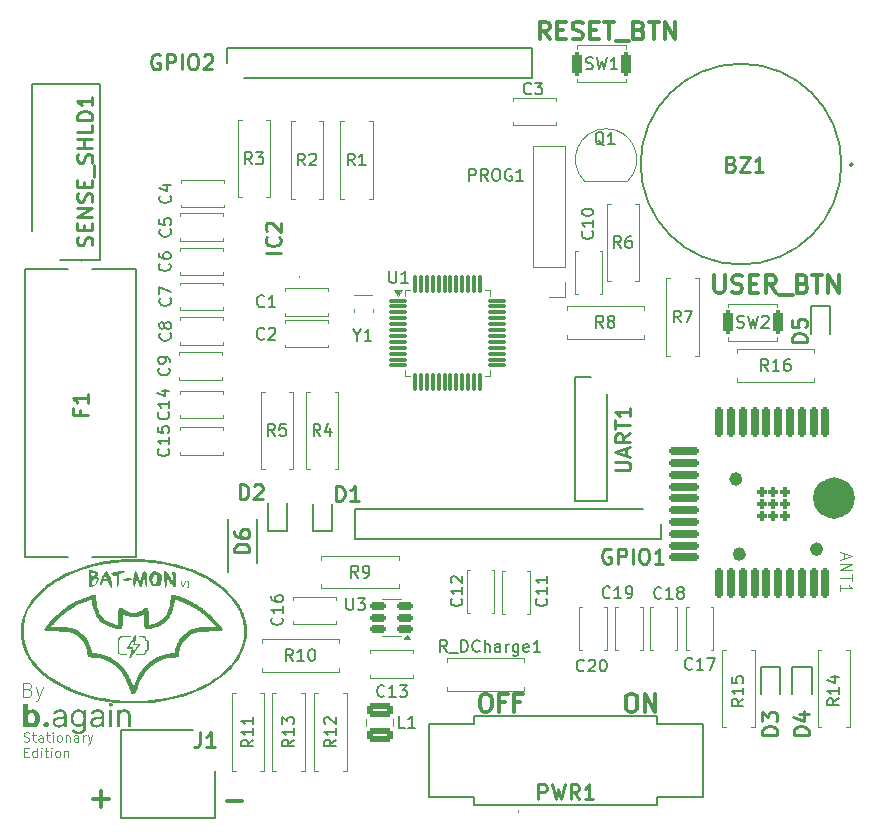
<source format=gto>
G04 #@! TF.GenerationSoftware,KiCad,Pcbnew,8.0.8*
G04 #@! TF.CreationDate,2025-04-14T11:11:05+01:00*
G04 #@! TF.ProjectId,Bat-mon_v1-Fixo,4261742d-6d6f-46e5-9f76-312d4669786f,rev?*
G04 #@! TF.SameCoordinates,Original*
G04 #@! TF.FileFunction,Legend,Top*
G04 #@! TF.FilePolarity,Positive*
%FSLAX46Y46*%
G04 Gerber Fmt 4.6, Leading zero omitted, Abs format (unit mm)*
G04 Created by KiCad (PCBNEW 8.0.8) date 2025-04-14 11:11:05*
%MOMM*%
%LPD*%
G01*
G04 APERTURE LIST*
G04 Aperture macros list*
%AMRoundRect*
0 Rectangle with rounded corners*
0 $1 Rounding radius*
0 $2 $3 $4 $5 $6 $7 $8 $9 X,Y pos of 4 corners*
0 Add a 4 corners polygon primitive as box body*
4,1,4,$2,$3,$4,$5,$6,$7,$8,$9,$2,$3,0*
0 Add four circle primitives for the rounded corners*
1,1,$1+$1,$2,$3*
1,1,$1+$1,$4,$5*
1,1,$1+$1,$6,$7*
1,1,$1+$1,$8,$9*
0 Add four rect primitives between the rounded corners*
20,1,$1+$1,$2,$3,$4,$5,0*
20,1,$1+$1,$4,$5,$6,$7,0*
20,1,$1+$1,$6,$7,$8,$9,0*
20,1,$1+$1,$8,$9,$2,$3,0*%
G04 Aperture macros list end*
%ADD10C,0.300000*%
%ADD11C,0.125000*%
%ADD12C,0.254000*%
%ADD13C,0.150000*%
%ADD14C,0.100000*%
%ADD15C,0.200000*%
%ADD16C,0.120000*%
%ADD17C,0.000000*%
%ADD18C,0.555000*%
%ADD19C,1.780000*%
%ADD20R,1.720000X1.120000*%
%ADD21R,1.050000X1.500000*%
%ADD22O,1.050000X1.500000*%
%ADD23C,1.600000*%
%ADD24O,1.600000X1.600000*%
%ADD25C,0.700000*%
%ADD26C,4.400000*%
%ADD27R,1.575000X1.575000*%
%ADD28C,1.575000*%
%ADD29RoundRect,0.150000X0.512500X0.150000X-0.512500X0.150000X-0.512500X-0.150000X0.512500X-0.150000X0*%
%ADD30RoundRect,0.175000X-0.175000X1.125000X-0.175000X-1.125000X0.175000X-1.125000X0.175000X1.125000X0*%
%ADD31RoundRect,0.175000X-1.125000X-0.175000X1.125000X-0.175000X1.125000X0.175000X-1.125000X0.175000X0*%
%ADD32RoundRect,0.200000X-0.200000X-0.200000X0.200000X-0.200000X0.200000X0.200000X-0.200000X0.200000X0*%
%ADD33R,0.950000X0.950000*%
%ADD34R,2.175000X2.175000*%
%ADD35C,2.175000*%
%ADD36RoundRect,0.200000X0.200000X0.800000X-0.200000X0.800000X-0.200000X-0.800000X0.200000X-0.800000X0*%
%ADD37RoundRect,0.250000X-0.850000X0.375000X-0.850000X-0.375000X0.850000X-0.375000X0.850000X0.375000X0*%
%ADD38R,1.725000X1.725000*%
%ADD39C,1.725000*%
%ADD40C,1.580000*%
%ADD41R,1.650000X1.650000*%
%ADD42C,1.650000*%
%ADD43R,1.500000X0.800000*%
%ADD44R,1.700000X1.700000*%
%ADD45O,1.700000X1.700000*%
%ADD46R,0.300000X0.600000*%
%ADD47R,1.600000X1.600000*%
%ADD48C,2.300000*%
%ADD49R,2.925000X2.925000*%
%ADD50C,2.925000*%
%ADD51RoundRect,0.075000X-0.662500X-0.075000X0.662500X-0.075000X0.662500X0.075000X-0.662500X0.075000X0*%
%ADD52RoundRect,0.075000X-0.075000X-0.662500X0.075000X-0.662500X0.075000X0.662500X-0.075000X0.662500X0*%
G04 APERTURE END LIST*
D10*
X186090225Y-100050828D02*
X186375939Y-100050828D01*
X186375939Y-100050828D02*
X186518796Y-100122257D01*
X186518796Y-100122257D02*
X186661653Y-100265114D01*
X186661653Y-100265114D02*
X186733082Y-100550828D01*
X186733082Y-100550828D02*
X186733082Y-101050828D01*
X186733082Y-101050828D02*
X186661653Y-101336542D01*
X186661653Y-101336542D02*
X186518796Y-101479400D01*
X186518796Y-101479400D02*
X186375939Y-101550828D01*
X186375939Y-101550828D02*
X186090225Y-101550828D01*
X186090225Y-101550828D02*
X185947368Y-101479400D01*
X185947368Y-101479400D02*
X185804510Y-101336542D01*
X185804510Y-101336542D02*
X185733082Y-101050828D01*
X185733082Y-101050828D02*
X185733082Y-100550828D01*
X185733082Y-100550828D02*
X185804510Y-100265114D01*
X185804510Y-100265114D02*
X185947368Y-100122257D01*
X185947368Y-100122257D02*
X186090225Y-100050828D01*
X187375939Y-101550828D02*
X187375939Y-100050828D01*
X187375939Y-100050828D02*
X188233082Y-101550828D01*
X188233082Y-101550828D02*
X188233082Y-100050828D01*
D11*
X134784616Y-104069545D02*
X134898902Y-104107640D01*
X134898902Y-104107640D02*
X135089378Y-104107640D01*
X135089378Y-104107640D02*
X135165569Y-104069545D01*
X135165569Y-104069545D02*
X135203664Y-104031449D01*
X135203664Y-104031449D02*
X135241759Y-103955259D01*
X135241759Y-103955259D02*
X135241759Y-103879068D01*
X135241759Y-103879068D02*
X135203664Y-103802878D01*
X135203664Y-103802878D02*
X135165569Y-103764783D01*
X135165569Y-103764783D02*
X135089378Y-103726687D01*
X135089378Y-103726687D02*
X134936997Y-103688592D01*
X134936997Y-103688592D02*
X134860807Y-103650497D01*
X134860807Y-103650497D02*
X134822712Y-103612402D01*
X134822712Y-103612402D02*
X134784616Y-103536211D01*
X134784616Y-103536211D02*
X134784616Y-103460021D01*
X134784616Y-103460021D02*
X134822712Y-103383830D01*
X134822712Y-103383830D02*
X134860807Y-103345735D01*
X134860807Y-103345735D02*
X134936997Y-103307640D01*
X134936997Y-103307640D02*
X135127474Y-103307640D01*
X135127474Y-103307640D02*
X135241759Y-103345735D01*
X135470331Y-103574306D02*
X135775093Y-103574306D01*
X135584617Y-103307640D02*
X135584617Y-103993354D01*
X135584617Y-103993354D02*
X135622712Y-104069545D01*
X135622712Y-104069545D02*
X135698902Y-104107640D01*
X135698902Y-104107640D02*
X135775093Y-104107640D01*
X136384617Y-104107640D02*
X136384617Y-103688592D01*
X136384617Y-103688592D02*
X136346522Y-103612402D01*
X136346522Y-103612402D02*
X136270331Y-103574306D01*
X136270331Y-103574306D02*
X136117950Y-103574306D01*
X136117950Y-103574306D02*
X136041760Y-103612402D01*
X136384617Y-104069545D02*
X136308426Y-104107640D01*
X136308426Y-104107640D02*
X136117950Y-104107640D01*
X136117950Y-104107640D02*
X136041760Y-104069545D01*
X136041760Y-104069545D02*
X136003664Y-103993354D01*
X136003664Y-103993354D02*
X136003664Y-103917164D01*
X136003664Y-103917164D02*
X136041760Y-103840973D01*
X136041760Y-103840973D02*
X136117950Y-103802878D01*
X136117950Y-103802878D02*
X136308426Y-103802878D01*
X136308426Y-103802878D02*
X136384617Y-103764783D01*
X136651284Y-103574306D02*
X136956046Y-103574306D01*
X136765570Y-103307640D02*
X136765570Y-103993354D01*
X136765570Y-103993354D02*
X136803665Y-104069545D01*
X136803665Y-104069545D02*
X136879855Y-104107640D01*
X136879855Y-104107640D02*
X136956046Y-104107640D01*
X137222713Y-104107640D02*
X137222713Y-103574306D01*
X137222713Y-103307640D02*
X137184617Y-103345735D01*
X137184617Y-103345735D02*
X137222713Y-103383830D01*
X137222713Y-103383830D02*
X137260808Y-103345735D01*
X137260808Y-103345735D02*
X137222713Y-103307640D01*
X137222713Y-103307640D02*
X137222713Y-103383830D01*
X137717950Y-104107640D02*
X137641760Y-104069545D01*
X137641760Y-104069545D02*
X137603665Y-104031449D01*
X137603665Y-104031449D02*
X137565569Y-103955259D01*
X137565569Y-103955259D02*
X137565569Y-103726687D01*
X137565569Y-103726687D02*
X137603665Y-103650497D01*
X137603665Y-103650497D02*
X137641760Y-103612402D01*
X137641760Y-103612402D02*
X137717950Y-103574306D01*
X137717950Y-103574306D02*
X137832236Y-103574306D01*
X137832236Y-103574306D02*
X137908427Y-103612402D01*
X137908427Y-103612402D02*
X137946522Y-103650497D01*
X137946522Y-103650497D02*
X137984617Y-103726687D01*
X137984617Y-103726687D02*
X137984617Y-103955259D01*
X137984617Y-103955259D02*
X137946522Y-104031449D01*
X137946522Y-104031449D02*
X137908427Y-104069545D01*
X137908427Y-104069545D02*
X137832236Y-104107640D01*
X137832236Y-104107640D02*
X137717950Y-104107640D01*
X138327475Y-103574306D02*
X138327475Y-104107640D01*
X138327475Y-103650497D02*
X138365570Y-103612402D01*
X138365570Y-103612402D02*
X138441760Y-103574306D01*
X138441760Y-103574306D02*
X138556046Y-103574306D01*
X138556046Y-103574306D02*
X138632237Y-103612402D01*
X138632237Y-103612402D02*
X138670332Y-103688592D01*
X138670332Y-103688592D02*
X138670332Y-104107640D01*
X139394142Y-104107640D02*
X139394142Y-103688592D01*
X139394142Y-103688592D02*
X139356047Y-103612402D01*
X139356047Y-103612402D02*
X139279856Y-103574306D01*
X139279856Y-103574306D02*
X139127475Y-103574306D01*
X139127475Y-103574306D02*
X139051285Y-103612402D01*
X139394142Y-104069545D02*
X139317951Y-104107640D01*
X139317951Y-104107640D02*
X139127475Y-104107640D01*
X139127475Y-104107640D02*
X139051285Y-104069545D01*
X139051285Y-104069545D02*
X139013189Y-103993354D01*
X139013189Y-103993354D02*
X139013189Y-103917164D01*
X139013189Y-103917164D02*
X139051285Y-103840973D01*
X139051285Y-103840973D02*
X139127475Y-103802878D01*
X139127475Y-103802878D02*
X139317951Y-103802878D01*
X139317951Y-103802878D02*
X139394142Y-103764783D01*
X139775095Y-104107640D02*
X139775095Y-103574306D01*
X139775095Y-103726687D02*
X139813190Y-103650497D01*
X139813190Y-103650497D02*
X139851285Y-103612402D01*
X139851285Y-103612402D02*
X139927476Y-103574306D01*
X139927476Y-103574306D02*
X140003666Y-103574306D01*
X140194142Y-103574306D02*
X140384618Y-104107640D01*
X140575095Y-103574306D02*
X140384618Y-104107640D01*
X140384618Y-104107640D02*
X140308428Y-104298116D01*
X140308428Y-104298116D02*
X140270333Y-104336211D01*
X140270333Y-104336211D02*
X140194142Y-104374306D01*
X134822712Y-104976547D02*
X135089378Y-104976547D01*
X135203664Y-105395595D02*
X134822712Y-105395595D01*
X134822712Y-105395595D02*
X134822712Y-104595595D01*
X134822712Y-104595595D02*
X135203664Y-104595595D01*
X135889379Y-105395595D02*
X135889379Y-104595595D01*
X135889379Y-105357500D02*
X135813188Y-105395595D01*
X135813188Y-105395595D02*
X135660807Y-105395595D01*
X135660807Y-105395595D02*
X135584617Y-105357500D01*
X135584617Y-105357500D02*
X135546522Y-105319404D01*
X135546522Y-105319404D02*
X135508426Y-105243214D01*
X135508426Y-105243214D02*
X135508426Y-105014642D01*
X135508426Y-105014642D02*
X135546522Y-104938452D01*
X135546522Y-104938452D02*
X135584617Y-104900357D01*
X135584617Y-104900357D02*
X135660807Y-104862261D01*
X135660807Y-104862261D02*
X135813188Y-104862261D01*
X135813188Y-104862261D02*
X135889379Y-104900357D01*
X136270332Y-105395595D02*
X136270332Y-104862261D01*
X136270332Y-104595595D02*
X136232236Y-104633690D01*
X136232236Y-104633690D02*
X136270332Y-104671785D01*
X136270332Y-104671785D02*
X136308427Y-104633690D01*
X136308427Y-104633690D02*
X136270332Y-104595595D01*
X136270332Y-104595595D02*
X136270332Y-104671785D01*
X136536998Y-104862261D02*
X136841760Y-104862261D01*
X136651284Y-104595595D02*
X136651284Y-105281309D01*
X136651284Y-105281309D02*
X136689379Y-105357500D01*
X136689379Y-105357500D02*
X136765569Y-105395595D01*
X136765569Y-105395595D02*
X136841760Y-105395595D01*
X137108427Y-105395595D02*
X137108427Y-104862261D01*
X137108427Y-104595595D02*
X137070331Y-104633690D01*
X137070331Y-104633690D02*
X137108427Y-104671785D01*
X137108427Y-104671785D02*
X137146522Y-104633690D01*
X137146522Y-104633690D02*
X137108427Y-104595595D01*
X137108427Y-104595595D02*
X137108427Y-104671785D01*
X137603664Y-105395595D02*
X137527474Y-105357500D01*
X137527474Y-105357500D02*
X137489379Y-105319404D01*
X137489379Y-105319404D02*
X137451283Y-105243214D01*
X137451283Y-105243214D02*
X137451283Y-105014642D01*
X137451283Y-105014642D02*
X137489379Y-104938452D01*
X137489379Y-104938452D02*
X137527474Y-104900357D01*
X137527474Y-104900357D02*
X137603664Y-104862261D01*
X137603664Y-104862261D02*
X137717950Y-104862261D01*
X137717950Y-104862261D02*
X137794141Y-104900357D01*
X137794141Y-104900357D02*
X137832236Y-104938452D01*
X137832236Y-104938452D02*
X137870331Y-105014642D01*
X137870331Y-105014642D02*
X137870331Y-105243214D01*
X137870331Y-105243214D02*
X137832236Y-105319404D01*
X137832236Y-105319404D02*
X137794141Y-105357500D01*
X137794141Y-105357500D02*
X137717950Y-105395595D01*
X137717950Y-105395595D02*
X137603664Y-105395595D01*
X138213189Y-104862261D02*
X138213189Y-105395595D01*
X138213189Y-104938452D02*
X138251284Y-104900357D01*
X138251284Y-104900357D02*
X138327474Y-104862261D01*
X138327474Y-104862261D02*
X138441760Y-104862261D01*
X138441760Y-104862261D02*
X138517951Y-104900357D01*
X138517951Y-104900357D02*
X138556046Y-104976547D01*
X138556046Y-104976547D02*
X138556046Y-105395595D01*
D10*
X179311653Y-44650828D02*
X178811653Y-43936542D01*
X178454510Y-44650828D02*
X178454510Y-43150828D01*
X178454510Y-43150828D02*
X179025939Y-43150828D01*
X179025939Y-43150828D02*
X179168796Y-43222257D01*
X179168796Y-43222257D02*
X179240225Y-43293685D01*
X179240225Y-43293685D02*
X179311653Y-43436542D01*
X179311653Y-43436542D02*
X179311653Y-43650828D01*
X179311653Y-43650828D02*
X179240225Y-43793685D01*
X179240225Y-43793685D02*
X179168796Y-43865114D01*
X179168796Y-43865114D02*
X179025939Y-43936542D01*
X179025939Y-43936542D02*
X178454510Y-43936542D01*
X179954510Y-43865114D02*
X180454510Y-43865114D01*
X180668796Y-44650828D02*
X179954510Y-44650828D01*
X179954510Y-44650828D02*
X179954510Y-43150828D01*
X179954510Y-43150828D02*
X180668796Y-43150828D01*
X181240225Y-44579400D02*
X181454511Y-44650828D01*
X181454511Y-44650828D02*
X181811653Y-44650828D01*
X181811653Y-44650828D02*
X181954511Y-44579400D01*
X181954511Y-44579400D02*
X182025939Y-44507971D01*
X182025939Y-44507971D02*
X182097368Y-44365114D01*
X182097368Y-44365114D02*
X182097368Y-44222257D01*
X182097368Y-44222257D02*
X182025939Y-44079400D01*
X182025939Y-44079400D02*
X181954511Y-44007971D01*
X181954511Y-44007971D02*
X181811653Y-43936542D01*
X181811653Y-43936542D02*
X181525939Y-43865114D01*
X181525939Y-43865114D02*
X181383082Y-43793685D01*
X181383082Y-43793685D02*
X181311653Y-43722257D01*
X181311653Y-43722257D02*
X181240225Y-43579400D01*
X181240225Y-43579400D02*
X181240225Y-43436542D01*
X181240225Y-43436542D02*
X181311653Y-43293685D01*
X181311653Y-43293685D02*
X181383082Y-43222257D01*
X181383082Y-43222257D02*
X181525939Y-43150828D01*
X181525939Y-43150828D02*
X181883082Y-43150828D01*
X181883082Y-43150828D02*
X182097368Y-43222257D01*
X182740224Y-43865114D02*
X183240224Y-43865114D01*
X183454510Y-44650828D02*
X182740224Y-44650828D01*
X182740224Y-44650828D02*
X182740224Y-43150828D01*
X182740224Y-43150828D02*
X183454510Y-43150828D01*
X183883082Y-43150828D02*
X184740225Y-43150828D01*
X184311653Y-44650828D02*
X184311653Y-43150828D01*
X184883082Y-44793685D02*
X186025939Y-44793685D01*
X186883081Y-43865114D02*
X187097367Y-43936542D01*
X187097367Y-43936542D02*
X187168796Y-44007971D01*
X187168796Y-44007971D02*
X187240224Y-44150828D01*
X187240224Y-44150828D02*
X187240224Y-44365114D01*
X187240224Y-44365114D02*
X187168796Y-44507971D01*
X187168796Y-44507971D02*
X187097367Y-44579400D01*
X187097367Y-44579400D02*
X186954510Y-44650828D01*
X186954510Y-44650828D02*
X186383081Y-44650828D01*
X186383081Y-44650828D02*
X186383081Y-43150828D01*
X186383081Y-43150828D02*
X186883081Y-43150828D01*
X186883081Y-43150828D02*
X187025939Y-43222257D01*
X187025939Y-43222257D02*
X187097367Y-43293685D01*
X187097367Y-43293685D02*
X187168796Y-43436542D01*
X187168796Y-43436542D02*
X187168796Y-43579400D01*
X187168796Y-43579400D02*
X187097367Y-43722257D01*
X187097367Y-43722257D02*
X187025939Y-43793685D01*
X187025939Y-43793685D02*
X186883081Y-43865114D01*
X186883081Y-43865114D02*
X186383081Y-43865114D01*
X187668796Y-43150828D02*
X188525939Y-43150828D01*
X188097367Y-44650828D02*
X188097367Y-43150828D01*
X189025938Y-44650828D02*
X189025938Y-43150828D01*
X189025938Y-43150828D02*
X189883081Y-44650828D01*
X189883081Y-44650828D02*
X189883081Y-43150828D01*
X153285965Y-109146432D02*
X151952632Y-109146432D01*
X193254510Y-64600828D02*
X193254510Y-65815114D01*
X193254510Y-65815114D02*
X193325939Y-65957971D01*
X193325939Y-65957971D02*
X193397368Y-66029400D01*
X193397368Y-66029400D02*
X193540225Y-66100828D01*
X193540225Y-66100828D02*
X193825939Y-66100828D01*
X193825939Y-66100828D02*
X193968796Y-66029400D01*
X193968796Y-66029400D02*
X194040225Y-65957971D01*
X194040225Y-65957971D02*
X194111653Y-65815114D01*
X194111653Y-65815114D02*
X194111653Y-64600828D01*
X194754511Y-66029400D02*
X194968797Y-66100828D01*
X194968797Y-66100828D02*
X195325939Y-66100828D01*
X195325939Y-66100828D02*
X195468797Y-66029400D01*
X195468797Y-66029400D02*
X195540225Y-65957971D01*
X195540225Y-65957971D02*
X195611654Y-65815114D01*
X195611654Y-65815114D02*
X195611654Y-65672257D01*
X195611654Y-65672257D02*
X195540225Y-65529400D01*
X195540225Y-65529400D02*
X195468797Y-65457971D01*
X195468797Y-65457971D02*
X195325939Y-65386542D01*
X195325939Y-65386542D02*
X195040225Y-65315114D01*
X195040225Y-65315114D02*
X194897368Y-65243685D01*
X194897368Y-65243685D02*
X194825939Y-65172257D01*
X194825939Y-65172257D02*
X194754511Y-65029400D01*
X194754511Y-65029400D02*
X194754511Y-64886542D01*
X194754511Y-64886542D02*
X194825939Y-64743685D01*
X194825939Y-64743685D02*
X194897368Y-64672257D01*
X194897368Y-64672257D02*
X195040225Y-64600828D01*
X195040225Y-64600828D02*
X195397368Y-64600828D01*
X195397368Y-64600828D02*
X195611654Y-64672257D01*
X196254510Y-65315114D02*
X196754510Y-65315114D01*
X196968796Y-66100828D02*
X196254510Y-66100828D01*
X196254510Y-66100828D02*
X196254510Y-64600828D01*
X196254510Y-64600828D02*
X196968796Y-64600828D01*
X198468796Y-66100828D02*
X197968796Y-65386542D01*
X197611653Y-66100828D02*
X197611653Y-64600828D01*
X197611653Y-64600828D02*
X198183082Y-64600828D01*
X198183082Y-64600828D02*
X198325939Y-64672257D01*
X198325939Y-64672257D02*
X198397368Y-64743685D01*
X198397368Y-64743685D02*
X198468796Y-64886542D01*
X198468796Y-64886542D02*
X198468796Y-65100828D01*
X198468796Y-65100828D02*
X198397368Y-65243685D01*
X198397368Y-65243685D02*
X198325939Y-65315114D01*
X198325939Y-65315114D02*
X198183082Y-65386542D01*
X198183082Y-65386542D02*
X197611653Y-65386542D01*
X198754511Y-66243685D02*
X199897368Y-66243685D01*
X200754510Y-65315114D02*
X200968796Y-65386542D01*
X200968796Y-65386542D02*
X201040225Y-65457971D01*
X201040225Y-65457971D02*
X201111653Y-65600828D01*
X201111653Y-65600828D02*
X201111653Y-65815114D01*
X201111653Y-65815114D02*
X201040225Y-65957971D01*
X201040225Y-65957971D02*
X200968796Y-66029400D01*
X200968796Y-66029400D02*
X200825939Y-66100828D01*
X200825939Y-66100828D02*
X200254510Y-66100828D01*
X200254510Y-66100828D02*
X200254510Y-64600828D01*
X200254510Y-64600828D02*
X200754510Y-64600828D01*
X200754510Y-64600828D02*
X200897368Y-64672257D01*
X200897368Y-64672257D02*
X200968796Y-64743685D01*
X200968796Y-64743685D02*
X201040225Y-64886542D01*
X201040225Y-64886542D02*
X201040225Y-65029400D01*
X201040225Y-65029400D02*
X200968796Y-65172257D01*
X200968796Y-65172257D02*
X200897368Y-65243685D01*
X200897368Y-65243685D02*
X200754510Y-65315114D01*
X200754510Y-65315114D02*
X200254510Y-65315114D01*
X201540225Y-64600828D02*
X202397368Y-64600828D01*
X201968796Y-66100828D02*
X201968796Y-64600828D01*
X202897367Y-66100828D02*
X202897367Y-64600828D01*
X202897367Y-64600828D02*
X203754510Y-66100828D01*
X203754510Y-66100828D02*
X203754510Y-64600828D01*
X173740225Y-100050828D02*
X174025939Y-100050828D01*
X174025939Y-100050828D02*
X174168796Y-100122257D01*
X174168796Y-100122257D02*
X174311653Y-100265114D01*
X174311653Y-100265114D02*
X174383082Y-100550828D01*
X174383082Y-100550828D02*
X174383082Y-101050828D01*
X174383082Y-101050828D02*
X174311653Y-101336542D01*
X174311653Y-101336542D02*
X174168796Y-101479400D01*
X174168796Y-101479400D02*
X174025939Y-101550828D01*
X174025939Y-101550828D02*
X173740225Y-101550828D01*
X173740225Y-101550828D02*
X173597368Y-101479400D01*
X173597368Y-101479400D02*
X173454510Y-101336542D01*
X173454510Y-101336542D02*
X173383082Y-101050828D01*
X173383082Y-101050828D02*
X173383082Y-100550828D01*
X173383082Y-100550828D02*
X173454510Y-100265114D01*
X173454510Y-100265114D02*
X173597368Y-100122257D01*
X173597368Y-100122257D02*
X173740225Y-100050828D01*
X175525939Y-100765114D02*
X175025939Y-100765114D01*
X175025939Y-101550828D02*
X175025939Y-100050828D01*
X175025939Y-100050828D02*
X175740225Y-100050828D01*
X176811653Y-100765114D02*
X176311653Y-100765114D01*
X176311653Y-101550828D02*
X176311653Y-100050828D01*
X176311653Y-100050828D02*
X177025939Y-100050828D01*
D11*
X135117950Y-99668071D02*
X135289378Y-99725214D01*
X135289378Y-99725214D02*
X135346521Y-99782357D01*
X135346521Y-99782357D02*
X135403664Y-99896642D01*
X135403664Y-99896642D02*
X135403664Y-100068071D01*
X135403664Y-100068071D02*
X135346521Y-100182357D01*
X135346521Y-100182357D02*
X135289378Y-100239500D01*
X135289378Y-100239500D02*
X135175093Y-100296642D01*
X135175093Y-100296642D02*
X134717950Y-100296642D01*
X134717950Y-100296642D02*
X134717950Y-99096642D01*
X134717950Y-99096642D02*
X135117950Y-99096642D01*
X135117950Y-99096642D02*
X135232236Y-99153785D01*
X135232236Y-99153785D02*
X135289378Y-99210928D01*
X135289378Y-99210928D02*
X135346521Y-99325214D01*
X135346521Y-99325214D02*
X135346521Y-99439500D01*
X135346521Y-99439500D02*
X135289378Y-99553785D01*
X135289378Y-99553785D02*
X135232236Y-99610928D01*
X135232236Y-99610928D02*
X135117950Y-99668071D01*
X135117950Y-99668071D02*
X134717950Y-99668071D01*
X135803664Y-99496642D02*
X136089378Y-100296642D01*
X136375093Y-99496642D02*
X136089378Y-100296642D01*
X136089378Y-100296642D02*
X135975093Y-100582357D01*
X135975093Y-100582357D02*
X135917950Y-100639500D01*
X135917950Y-100639500D02*
X135803664Y-100696642D01*
D10*
X141303567Y-109635965D02*
X141303567Y-108302632D01*
X141970234Y-108969298D02*
X140636901Y-108969298D01*
D12*
X153874318Y-88062381D02*
X152604318Y-88062381D01*
X152604318Y-88062381D02*
X152604318Y-87760000D01*
X152604318Y-87760000D02*
X152664794Y-87578571D01*
X152664794Y-87578571D02*
X152785746Y-87457619D01*
X152785746Y-87457619D02*
X152906699Y-87397142D01*
X152906699Y-87397142D02*
X153148603Y-87336666D01*
X153148603Y-87336666D02*
X153330032Y-87336666D01*
X153330032Y-87336666D02*
X153571937Y-87397142D01*
X153571937Y-87397142D02*
X153692889Y-87457619D01*
X153692889Y-87457619D02*
X153813842Y-87578571D01*
X153813842Y-87578571D02*
X153874318Y-87760000D01*
X153874318Y-87760000D02*
X153874318Y-88062381D01*
X152604318Y-86248095D02*
X152604318Y-86490000D01*
X152604318Y-86490000D02*
X152664794Y-86610952D01*
X152664794Y-86610952D02*
X152725270Y-86671428D01*
X152725270Y-86671428D02*
X152906699Y-86792381D01*
X152906699Y-86792381D02*
X153148603Y-86852857D01*
X153148603Y-86852857D02*
X153632413Y-86852857D01*
X153632413Y-86852857D02*
X153753365Y-86792381D01*
X153753365Y-86792381D02*
X153813842Y-86731904D01*
X153813842Y-86731904D02*
X153874318Y-86610952D01*
X153874318Y-86610952D02*
X153874318Y-86369047D01*
X153874318Y-86369047D02*
X153813842Y-86248095D01*
X153813842Y-86248095D02*
X153753365Y-86187619D01*
X153753365Y-86187619D02*
X153632413Y-86127142D01*
X153632413Y-86127142D02*
X153330032Y-86127142D01*
X153330032Y-86127142D02*
X153209080Y-86187619D01*
X153209080Y-86187619D02*
X153148603Y-86248095D01*
X153148603Y-86248095D02*
X153088127Y-86369047D01*
X153088127Y-86369047D02*
X153088127Y-86610952D01*
X153088127Y-86610952D02*
X153148603Y-86731904D01*
X153148603Y-86731904D02*
X153209080Y-86792381D01*
X153209080Y-86792381D02*
X153330032Y-86852857D01*
D13*
X183904761Y-53600057D02*
X183809523Y-53552438D01*
X183809523Y-53552438D02*
X183714285Y-53457200D01*
X183714285Y-53457200D02*
X183571428Y-53314342D01*
X183571428Y-53314342D02*
X183476190Y-53266723D01*
X183476190Y-53266723D02*
X183380952Y-53266723D01*
X183428571Y-53504819D02*
X183333333Y-53457200D01*
X183333333Y-53457200D02*
X183238095Y-53361961D01*
X183238095Y-53361961D02*
X183190476Y-53171485D01*
X183190476Y-53171485D02*
X183190476Y-52838152D01*
X183190476Y-52838152D02*
X183238095Y-52647676D01*
X183238095Y-52647676D02*
X183333333Y-52552438D01*
X183333333Y-52552438D02*
X183428571Y-52504819D01*
X183428571Y-52504819D02*
X183619047Y-52504819D01*
X183619047Y-52504819D02*
X183714285Y-52552438D01*
X183714285Y-52552438D02*
X183809523Y-52647676D01*
X183809523Y-52647676D02*
X183857142Y-52838152D01*
X183857142Y-52838152D02*
X183857142Y-53171485D01*
X183857142Y-53171485D02*
X183809523Y-53361961D01*
X183809523Y-53361961D02*
X183714285Y-53457200D01*
X183714285Y-53457200D02*
X183619047Y-53504819D01*
X183619047Y-53504819D02*
X183428571Y-53504819D01*
X184809523Y-53504819D02*
X184238095Y-53504819D01*
X184523809Y-53504819D02*
X184523809Y-52504819D01*
X184523809Y-52504819D02*
X184428571Y-52647676D01*
X184428571Y-52647676D02*
X184333333Y-52742914D01*
X184333333Y-52742914D02*
X184238095Y-52790533D01*
X147009580Y-76192857D02*
X147057200Y-76240476D01*
X147057200Y-76240476D02*
X147104819Y-76383333D01*
X147104819Y-76383333D02*
X147104819Y-76478571D01*
X147104819Y-76478571D02*
X147057200Y-76621428D01*
X147057200Y-76621428D02*
X146961961Y-76716666D01*
X146961961Y-76716666D02*
X146866723Y-76764285D01*
X146866723Y-76764285D02*
X146676247Y-76811904D01*
X146676247Y-76811904D02*
X146533390Y-76811904D01*
X146533390Y-76811904D02*
X146342914Y-76764285D01*
X146342914Y-76764285D02*
X146247676Y-76716666D01*
X146247676Y-76716666D02*
X146152438Y-76621428D01*
X146152438Y-76621428D02*
X146104819Y-76478571D01*
X146104819Y-76478571D02*
X146104819Y-76383333D01*
X146104819Y-76383333D02*
X146152438Y-76240476D01*
X146152438Y-76240476D02*
X146200057Y-76192857D01*
X147104819Y-75240476D02*
X147104819Y-75811904D01*
X147104819Y-75526190D02*
X146104819Y-75526190D01*
X146104819Y-75526190D02*
X146247676Y-75621428D01*
X146247676Y-75621428D02*
X146342914Y-75716666D01*
X146342914Y-75716666D02*
X146390533Y-75811904D01*
X146438152Y-74383333D02*
X147104819Y-74383333D01*
X146057200Y-74621428D02*
X146771485Y-74859523D01*
X146771485Y-74859523D02*
X146771485Y-74240476D01*
X154083333Y-55204819D02*
X153750000Y-54728628D01*
X153511905Y-55204819D02*
X153511905Y-54204819D01*
X153511905Y-54204819D02*
X153892857Y-54204819D01*
X153892857Y-54204819D02*
X153988095Y-54252438D01*
X153988095Y-54252438D02*
X154035714Y-54300057D01*
X154035714Y-54300057D02*
X154083333Y-54395295D01*
X154083333Y-54395295D02*
X154083333Y-54538152D01*
X154083333Y-54538152D02*
X154035714Y-54633390D01*
X154035714Y-54633390D02*
X153988095Y-54681009D01*
X153988095Y-54681009D02*
X153892857Y-54728628D01*
X153892857Y-54728628D02*
X153511905Y-54728628D01*
X154416667Y-54204819D02*
X155035714Y-54204819D01*
X155035714Y-54204819D02*
X154702381Y-54585771D01*
X154702381Y-54585771D02*
X154845238Y-54585771D01*
X154845238Y-54585771D02*
X154940476Y-54633390D01*
X154940476Y-54633390D02*
X154988095Y-54681009D01*
X154988095Y-54681009D02*
X155035714Y-54776247D01*
X155035714Y-54776247D02*
X155035714Y-55014342D01*
X155035714Y-55014342D02*
X154988095Y-55109580D01*
X154988095Y-55109580D02*
X154940476Y-55157200D01*
X154940476Y-55157200D02*
X154845238Y-55204819D01*
X154845238Y-55204819D02*
X154559524Y-55204819D01*
X154559524Y-55204819D02*
X154464286Y-55157200D01*
X154464286Y-55157200D02*
X154416667Y-55109580D01*
X182207142Y-98059580D02*
X182159523Y-98107200D01*
X182159523Y-98107200D02*
X182016666Y-98154819D01*
X182016666Y-98154819D02*
X181921428Y-98154819D01*
X181921428Y-98154819D02*
X181778571Y-98107200D01*
X181778571Y-98107200D02*
X181683333Y-98011961D01*
X181683333Y-98011961D02*
X181635714Y-97916723D01*
X181635714Y-97916723D02*
X181588095Y-97726247D01*
X181588095Y-97726247D02*
X181588095Y-97583390D01*
X181588095Y-97583390D02*
X181635714Y-97392914D01*
X181635714Y-97392914D02*
X181683333Y-97297676D01*
X181683333Y-97297676D02*
X181778571Y-97202438D01*
X181778571Y-97202438D02*
X181921428Y-97154819D01*
X181921428Y-97154819D02*
X182016666Y-97154819D01*
X182016666Y-97154819D02*
X182159523Y-97202438D01*
X182159523Y-97202438D02*
X182207142Y-97250057D01*
X182588095Y-97250057D02*
X182635714Y-97202438D01*
X182635714Y-97202438D02*
X182730952Y-97154819D01*
X182730952Y-97154819D02*
X182969047Y-97154819D01*
X182969047Y-97154819D02*
X183064285Y-97202438D01*
X183064285Y-97202438D02*
X183111904Y-97250057D01*
X183111904Y-97250057D02*
X183159523Y-97345295D01*
X183159523Y-97345295D02*
X183159523Y-97440533D01*
X183159523Y-97440533D02*
X183111904Y-97583390D01*
X183111904Y-97583390D02*
X182540476Y-98154819D01*
X182540476Y-98154819D02*
X183159523Y-98154819D01*
X183778571Y-97154819D02*
X183873809Y-97154819D01*
X183873809Y-97154819D02*
X183969047Y-97202438D01*
X183969047Y-97202438D02*
X184016666Y-97250057D01*
X184016666Y-97250057D02*
X184064285Y-97345295D01*
X184064285Y-97345295D02*
X184111904Y-97535771D01*
X184111904Y-97535771D02*
X184111904Y-97773866D01*
X184111904Y-97773866D02*
X184064285Y-97964342D01*
X184064285Y-97964342D02*
X184016666Y-98059580D01*
X184016666Y-98059580D02*
X183969047Y-98107200D01*
X183969047Y-98107200D02*
X183873809Y-98154819D01*
X183873809Y-98154819D02*
X183778571Y-98154819D01*
X183778571Y-98154819D02*
X183683333Y-98107200D01*
X183683333Y-98107200D02*
X183635714Y-98059580D01*
X183635714Y-98059580D02*
X183588095Y-97964342D01*
X183588095Y-97964342D02*
X183540476Y-97773866D01*
X183540476Y-97773866D02*
X183540476Y-97535771D01*
X183540476Y-97535771D02*
X183588095Y-97345295D01*
X183588095Y-97345295D02*
X183635714Y-97250057D01*
X183635714Y-97250057D02*
X183683333Y-97202438D01*
X183683333Y-97202438D02*
X183778571Y-97154819D01*
D12*
X184455238Y-87814794D02*
X184334285Y-87754318D01*
X184334285Y-87754318D02*
X184152857Y-87754318D01*
X184152857Y-87754318D02*
X183971428Y-87814794D01*
X183971428Y-87814794D02*
X183850476Y-87935746D01*
X183850476Y-87935746D02*
X183789999Y-88056699D01*
X183789999Y-88056699D02*
X183729523Y-88298603D01*
X183729523Y-88298603D02*
X183729523Y-88480032D01*
X183729523Y-88480032D02*
X183789999Y-88721937D01*
X183789999Y-88721937D02*
X183850476Y-88842889D01*
X183850476Y-88842889D02*
X183971428Y-88963842D01*
X183971428Y-88963842D02*
X184152857Y-89024318D01*
X184152857Y-89024318D02*
X184273809Y-89024318D01*
X184273809Y-89024318D02*
X184455238Y-88963842D01*
X184455238Y-88963842D02*
X184515714Y-88903365D01*
X184515714Y-88903365D02*
X184515714Y-88480032D01*
X184515714Y-88480032D02*
X184273809Y-88480032D01*
X185059999Y-89024318D02*
X185059999Y-87754318D01*
X185059999Y-87754318D02*
X185543809Y-87754318D01*
X185543809Y-87754318D02*
X185664761Y-87814794D01*
X185664761Y-87814794D02*
X185725238Y-87875270D01*
X185725238Y-87875270D02*
X185785714Y-87996222D01*
X185785714Y-87996222D02*
X185785714Y-88177651D01*
X185785714Y-88177651D02*
X185725238Y-88298603D01*
X185725238Y-88298603D02*
X185664761Y-88359080D01*
X185664761Y-88359080D02*
X185543809Y-88419556D01*
X185543809Y-88419556D02*
X185059999Y-88419556D01*
X186329999Y-89024318D02*
X186329999Y-87754318D01*
X187176666Y-87754318D02*
X187418571Y-87754318D01*
X187418571Y-87754318D02*
X187539523Y-87814794D01*
X187539523Y-87814794D02*
X187660476Y-87935746D01*
X187660476Y-87935746D02*
X187720952Y-88177651D01*
X187720952Y-88177651D02*
X187720952Y-88600984D01*
X187720952Y-88600984D02*
X187660476Y-88842889D01*
X187660476Y-88842889D02*
X187539523Y-88963842D01*
X187539523Y-88963842D02*
X187418571Y-89024318D01*
X187418571Y-89024318D02*
X187176666Y-89024318D01*
X187176666Y-89024318D02*
X187055714Y-88963842D01*
X187055714Y-88963842D02*
X186934761Y-88842889D01*
X186934761Y-88842889D02*
X186874285Y-88600984D01*
X186874285Y-88600984D02*
X186874285Y-88177651D01*
X186874285Y-88177651D02*
X186934761Y-87935746D01*
X186934761Y-87935746D02*
X187055714Y-87814794D01*
X187055714Y-87814794D02*
X187176666Y-87754318D01*
X188930476Y-89024318D02*
X188204761Y-89024318D01*
X188567618Y-89024318D02*
X188567618Y-87754318D01*
X188567618Y-87754318D02*
X188446666Y-87935746D01*
X188446666Y-87935746D02*
X188325714Y-88056699D01*
X188325714Y-88056699D02*
X188204761Y-88117175D01*
D13*
X185333333Y-62304819D02*
X185000000Y-61828628D01*
X184761905Y-62304819D02*
X184761905Y-61304819D01*
X184761905Y-61304819D02*
X185142857Y-61304819D01*
X185142857Y-61304819D02*
X185238095Y-61352438D01*
X185238095Y-61352438D02*
X185285714Y-61400057D01*
X185285714Y-61400057D02*
X185333333Y-61495295D01*
X185333333Y-61495295D02*
X185333333Y-61638152D01*
X185333333Y-61638152D02*
X185285714Y-61733390D01*
X185285714Y-61733390D02*
X185238095Y-61781009D01*
X185238095Y-61781009D02*
X185142857Y-61828628D01*
X185142857Y-61828628D02*
X184761905Y-61828628D01*
X186190476Y-61304819D02*
X186000000Y-61304819D01*
X186000000Y-61304819D02*
X185904762Y-61352438D01*
X185904762Y-61352438D02*
X185857143Y-61400057D01*
X185857143Y-61400057D02*
X185761905Y-61542914D01*
X185761905Y-61542914D02*
X185714286Y-61733390D01*
X185714286Y-61733390D02*
X185714286Y-62114342D01*
X185714286Y-62114342D02*
X185761905Y-62209580D01*
X185761905Y-62209580D02*
X185809524Y-62257200D01*
X185809524Y-62257200D02*
X185904762Y-62304819D01*
X185904762Y-62304819D02*
X186095238Y-62304819D01*
X186095238Y-62304819D02*
X186190476Y-62257200D01*
X186190476Y-62257200D02*
X186238095Y-62209580D01*
X186238095Y-62209580D02*
X186285714Y-62114342D01*
X186285714Y-62114342D02*
X186285714Y-61876247D01*
X186285714Y-61876247D02*
X186238095Y-61781009D01*
X186238095Y-61781009D02*
X186190476Y-61733390D01*
X186190476Y-61733390D02*
X186095238Y-61685771D01*
X186095238Y-61685771D02*
X185904762Y-61685771D01*
X185904762Y-61685771D02*
X185809524Y-61733390D01*
X185809524Y-61733390D02*
X185761905Y-61781009D01*
X185761905Y-61781009D02*
X185714286Y-61876247D01*
X157547142Y-97254819D02*
X157213809Y-96778628D01*
X156975714Y-97254819D02*
X156975714Y-96254819D01*
X156975714Y-96254819D02*
X157356666Y-96254819D01*
X157356666Y-96254819D02*
X157451904Y-96302438D01*
X157451904Y-96302438D02*
X157499523Y-96350057D01*
X157499523Y-96350057D02*
X157547142Y-96445295D01*
X157547142Y-96445295D02*
X157547142Y-96588152D01*
X157547142Y-96588152D02*
X157499523Y-96683390D01*
X157499523Y-96683390D02*
X157451904Y-96731009D01*
X157451904Y-96731009D02*
X157356666Y-96778628D01*
X157356666Y-96778628D02*
X156975714Y-96778628D01*
X158499523Y-97254819D02*
X157928095Y-97254819D01*
X158213809Y-97254819D02*
X158213809Y-96254819D01*
X158213809Y-96254819D02*
X158118571Y-96397676D01*
X158118571Y-96397676D02*
X158023333Y-96492914D01*
X158023333Y-96492914D02*
X157928095Y-96540533D01*
X159118571Y-96254819D02*
X159213809Y-96254819D01*
X159213809Y-96254819D02*
X159309047Y-96302438D01*
X159309047Y-96302438D02*
X159356666Y-96350057D01*
X159356666Y-96350057D02*
X159404285Y-96445295D01*
X159404285Y-96445295D02*
X159451904Y-96635771D01*
X159451904Y-96635771D02*
X159451904Y-96873866D01*
X159451904Y-96873866D02*
X159404285Y-97064342D01*
X159404285Y-97064342D02*
X159356666Y-97159580D01*
X159356666Y-97159580D02*
X159309047Y-97207200D01*
X159309047Y-97207200D02*
X159213809Y-97254819D01*
X159213809Y-97254819D02*
X159118571Y-97254819D01*
X159118571Y-97254819D02*
X159023333Y-97207200D01*
X159023333Y-97207200D02*
X158975714Y-97159580D01*
X158975714Y-97159580D02*
X158928095Y-97064342D01*
X158928095Y-97064342D02*
X158880476Y-96873866D01*
X158880476Y-96873866D02*
X158880476Y-96635771D01*
X158880476Y-96635771D02*
X158928095Y-96445295D01*
X158928095Y-96445295D02*
X158975714Y-96350057D01*
X158975714Y-96350057D02*
X159023333Y-96302438D01*
X159023333Y-96302438D02*
X159118571Y-96254819D01*
X147059580Y-72466666D02*
X147107200Y-72514285D01*
X147107200Y-72514285D02*
X147154819Y-72657142D01*
X147154819Y-72657142D02*
X147154819Y-72752380D01*
X147154819Y-72752380D02*
X147107200Y-72895237D01*
X147107200Y-72895237D02*
X147011961Y-72990475D01*
X147011961Y-72990475D02*
X146916723Y-73038094D01*
X146916723Y-73038094D02*
X146726247Y-73085713D01*
X146726247Y-73085713D02*
X146583390Y-73085713D01*
X146583390Y-73085713D02*
X146392914Y-73038094D01*
X146392914Y-73038094D02*
X146297676Y-72990475D01*
X146297676Y-72990475D02*
X146202438Y-72895237D01*
X146202438Y-72895237D02*
X146154819Y-72752380D01*
X146154819Y-72752380D02*
X146154819Y-72657142D01*
X146154819Y-72657142D02*
X146202438Y-72514285D01*
X146202438Y-72514285D02*
X146250057Y-72466666D01*
X147154819Y-71990475D02*
X147154819Y-71799999D01*
X147154819Y-71799999D02*
X147107200Y-71704761D01*
X147107200Y-71704761D02*
X147059580Y-71657142D01*
X147059580Y-71657142D02*
X146916723Y-71561904D01*
X146916723Y-71561904D02*
X146726247Y-71514285D01*
X146726247Y-71514285D02*
X146345295Y-71514285D01*
X146345295Y-71514285D02*
X146250057Y-71561904D01*
X146250057Y-71561904D02*
X146202438Y-71609523D01*
X146202438Y-71609523D02*
X146154819Y-71704761D01*
X146154819Y-71704761D02*
X146154819Y-71895237D01*
X146154819Y-71895237D02*
X146202438Y-71990475D01*
X146202438Y-71990475D02*
X146250057Y-72038094D01*
X146250057Y-72038094D02*
X146345295Y-72085713D01*
X146345295Y-72085713D02*
X146583390Y-72085713D01*
X146583390Y-72085713D02*
X146678628Y-72038094D01*
X146678628Y-72038094D02*
X146726247Y-71990475D01*
X146726247Y-71990475D02*
X146773866Y-71895237D01*
X146773866Y-71895237D02*
X146773866Y-71704761D01*
X146773866Y-71704761D02*
X146726247Y-71609523D01*
X146726247Y-71609523D02*
X146678628Y-71561904D01*
X146678628Y-71561904D02*
X146583390Y-71514285D01*
X162088095Y-91954819D02*
X162088095Y-92764342D01*
X162088095Y-92764342D02*
X162135714Y-92859580D01*
X162135714Y-92859580D02*
X162183333Y-92907200D01*
X162183333Y-92907200D02*
X162278571Y-92954819D01*
X162278571Y-92954819D02*
X162469047Y-92954819D01*
X162469047Y-92954819D02*
X162564285Y-92907200D01*
X162564285Y-92907200D02*
X162611904Y-92859580D01*
X162611904Y-92859580D02*
X162659523Y-92764342D01*
X162659523Y-92764342D02*
X162659523Y-91954819D01*
X163040476Y-91954819D02*
X163659523Y-91954819D01*
X163659523Y-91954819D02*
X163326190Y-92335771D01*
X163326190Y-92335771D02*
X163469047Y-92335771D01*
X163469047Y-92335771D02*
X163564285Y-92383390D01*
X163564285Y-92383390D02*
X163611904Y-92431009D01*
X163611904Y-92431009D02*
X163659523Y-92526247D01*
X163659523Y-92526247D02*
X163659523Y-92764342D01*
X163659523Y-92764342D02*
X163611904Y-92859580D01*
X163611904Y-92859580D02*
X163564285Y-92907200D01*
X163564285Y-92907200D02*
X163469047Y-92954819D01*
X163469047Y-92954819D02*
X163183333Y-92954819D01*
X163183333Y-92954819D02*
X163088095Y-92907200D01*
X163088095Y-92907200D02*
X163040476Y-92859580D01*
D14*
X204178295Y-88130952D02*
X204178295Y-88607142D01*
X203892580Y-88035714D02*
X204892580Y-88369047D01*
X204892580Y-88369047D02*
X203892580Y-88702380D01*
X203892580Y-89035714D02*
X204892580Y-89035714D01*
X204892580Y-89035714D02*
X203892580Y-89607142D01*
X203892580Y-89607142D02*
X204892580Y-89607142D01*
X204892580Y-89940476D02*
X204892580Y-90511904D01*
X203892580Y-90226190D02*
X204892580Y-90226190D01*
X203892580Y-91369047D02*
X203892580Y-90797619D01*
X203892580Y-91083333D02*
X204892580Y-91083333D01*
X204892580Y-91083333D02*
X204749723Y-90988095D01*
X204749723Y-90988095D02*
X204654485Y-90892857D01*
X204654485Y-90892857D02*
X204606866Y-90797619D01*
D12*
X201224318Y-103537381D02*
X199954318Y-103537381D01*
X199954318Y-103537381D02*
X199954318Y-103235000D01*
X199954318Y-103235000D02*
X200014794Y-103053571D01*
X200014794Y-103053571D02*
X200135746Y-102932619D01*
X200135746Y-102932619D02*
X200256699Y-102872142D01*
X200256699Y-102872142D02*
X200498603Y-102811666D01*
X200498603Y-102811666D02*
X200680032Y-102811666D01*
X200680032Y-102811666D02*
X200921937Y-102872142D01*
X200921937Y-102872142D02*
X201042889Y-102932619D01*
X201042889Y-102932619D02*
X201163842Y-103053571D01*
X201163842Y-103053571D02*
X201224318Y-103235000D01*
X201224318Y-103235000D02*
X201224318Y-103537381D01*
X200377651Y-101723095D02*
X201224318Y-101723095D01*
X199893842Y-102025476D02*
X200800984Y-102327857D01*
X200800984Y-102327857D02*
X200800984Y-101541666D01*
D13*
X197797142Y-72704819D02*
X197463809Y-72228628D01*
X197225714Y-72704819D02*
X197225714Y-71704819D01*
X197225714Y-71704819D02*
X197606666Y-71704819D01*
X197606666Y-71704819D02*
X197701904Y-71752438D01*
X197701904Y-71752438D02*
X197749523Y-71800057D01*
X197749523Y-71800057D02*
X197797142Y-71895295D01*
X197797142Y-71895295D02*
X197797142Y-72038152D01*
X197797142Y-72038152D02*
X197749523Y-72133390D01*
X197749523Y-72133390D02*
X197701904Y-72181009D01*
X197701904Y-72181009D02*
X197606666Y-72228628D01*
X197606666Y-72228628D02*
X197225714Y-72228628D01*
X198749523Y-72704819D02*
X198178095Y-72704819D01*
X198463809Y-72704819D02*
X198463809Y-71704819D01*
X198463809Y-71704819D02*
X198368571Y-71847676D01*
X198368571Y-71847676D02*
X198273333Y-71942914D01*
X198273333Y-71942914D02*
X198178095Y-71990533D01*
X199606666Y-71704819D02*
X199416190Y-71704819D01*
X199416190Y-71704819D02*
X199320952Y-71752438D01*
X199320952Y-71752438D02*
X199273333Y-71800057D01*
X199273333Y-71800057D02*
X199178095Y-71942914D01*
X199178095Y-71942914D02*
X199130476Y-72133390D01*
X199130476Y-72133390D02*
X199130476Y-72514342D01*
X199130476Y-72514342D02*
X199178095Y-72609580D01*
X199178095Y-72609580D02*
X199225714Y-72657200D01*
X199225714Y-72657200D02*
X199320952Y-72704819D01*
X199320952Y-72704819D02*
X199511428Y-72704819D01*
X199511428Y-72704819D02*
X199606666Y-72657200D01*
X199606666Y-72657200D02*
X199654285Y-72609580D01*
X199654285Y-72609580D02*
X199701904Y-72514342D01*
X199701904Y-72514342D02*
X199701904Y-72276247D01*
X199701904Y-72276247D02*
X199654285Y-72181009D01*
X199654285Y-72181009D02*
X199606666Y-72133390D01*
X199606666Y-72133390D02*
X199511428Y-72085771D01*
X199511428Y-72085771D02*
X199320952Y-72085771D01*
X199320952Y-72085771D02*
X199225714Y-72133390D01*
X199225714Y-72133390D02*
X199178095Y-72181009D01*
X199178095Y-72181009D02*
X199130476Y-72276247D01*
X156609580Y-93592857D02*
X156657200Y-93640476D01*
X156657200Y-93640476D02*
X156704819Y-93783333D01*
X156704819Y-93783333D02*
X156704819Y-93878571D01*
X156704819Y-93878571D02*
X156657200Y-94021428D01*
X156657200Y-94021428D02*
X156561961Y-94116666D01*
X156561961Y-94116666D02*
X156466723Y-94164285D01*
X156466723Y-94164285D02*
X156276247Y-94211904D01*
X156276247Y-94211904D02*
X156133390Y-94211904D01*
X156133390Y-94211904D02*
X155942914Y-94164285D01*
X155942914Y-94164285D02*
X155847676Y-94116666D01*
X155847676Y-94116666D02*
X155752438Y-94021428D01*
X155752438Y-94021428D02*
X155704819Y-93878571D01*
X155704819Y-93878571D02*
X155704819Y-93783333D01*
X155704819Y-93783333D02*
X155752438Y-93640476D01*
X155752438Y-93640476D02*
X155800057Y-93592857D01*
X156704819Y-92640476D02*
X156704819Y-93211904D01*
X156704819Y-92926190D02*
X155704819Y-92926190D01*
X155704819Y-92926190D02*
X155847676Y-93021428D01*
X155847676Y-93021428D02*
X155942914Y-93116666D01*
X155942914Y-93116666D02*
X155990533Y-93211904D01*
X155704819Y-91783333D02*
X155704819Y-91973809D01*
X155704819Y-91973809D02*
X155752438Y-92069047D01*
X155752438Y-92069047D02*
X155800057Y-92116666D01*
X155800057Y-92116666D02*
X155942914Y-92211904D01*
X155942914Y-92211904D02*
X156133390Y-92259523D01*
X156133390Y-92259523D02*
X156514342Y-92259523D01*
X156514342Y-92259523D02*
X156609580Y-92211904D01*
X156609580Y-92211904D02*
X156657200Y-92164285D01*
X156657200Y-92164285D02*
X156704819Y-92069047D01*
X156704819Y-92069047D02*
X156704819Y-91878571D01*
X156704819Y-91878571D02*
X156657200Y-91783333D01*
X156657200Y-91783333D02*
X156609580Y-91735714D01*
X156609580Y-91735714D02*
X156514342Y-91688095D01*
X156514342Y-91688095D02*
X156276247Y-91688095D01*
X156276247Y-91688095D02*
X156181009Y-91735714D01*
X156181009Y-91735714D02*
X156133390Y-91783333D01*
X156133390Y-91783333D02*
X156085771Y-91878571D01*
X156085771Y-91878571D02*
X156085771Y-92069047D01*
X156085771Y-92069047D02*
X156133390Y-92164285D01*
X156133390Y-92164285D02*
X156181009Y-92211904D01*
X156181009Y-92211904D02*
X156276247Y-92259523D01*
D12*
X149676667Y-103304318D02*
X149676667Y-104211461D01*
X149676667Y-104211461D02*
X149616190Y-104392889D01*
X149616190Y-104392889D02*
X149495238Y-104513842D01*
X149495238Y-104513842D02*
X149313809Y-104574318D01*
X149313809Y-104574318D02*
X149192857Y-104574318D01*
X150946667Y-104574318D02*
X150220952Y-104574318D01*
X150583809Y-104574318D02*
X150583809Y-103304318D01*
X150583809Y-103304318D02*
X150462857Y-103485746D01*
X150462857Y-103485746D02*
X150341905Y-103606699D01*
X150341905Y-103606699D02*
X150220952Y-103667175D01*
D13*
X177733333Y-49209580D02*
X177685714Y-49257200D01*
X177685714Y-49257200D02*
X177542857Y-49304819D01*
X177542857Y-49304819D02*
X177447619Y-49304819D01*
X177447619Y-49304819D02*
X177304762Y-49257200D01*
X177304762Y-49257200D02*
X177209524Y-49161961D01*
X177209524Y-49161961D02*
X177161905Y-49066723D01*
X177161905Y-49066723D02*
X177114286Y-48876247D01*
X177114286Y-48876247D02*
X177114286Y-48733390D01*
X177114286Y-48733390D02*
X177161905Y-48542914D01*
X177161905Y-48542914D02*
X177209524Y-48447676D01*
X177209524Y-48447676D02*
X177304762Y-48352438D01*
X177304762Y-48352438D02*
X177447619Y-48304819D01*
X177447619Y-48304819D02*
X177542857Y-48304819D01*
X177542857Y-48304819D02*
X177685714Y-48352438D01*
X177685714Y-48352438D02*
X177733333Y-48400057D01*
X178066667Y-48304819D02*
X178685714Y-48304819D01*
X178685714Y-48304819D02*
X178352381Y-48685771D01*
X178352381Y-48685771D02*
X178495238Y-48685771D01*
X178495238Y-48685771D02*
X178590476Y-48733390D01*
X178590476Y-48733390D02*
X178638095Y-48781009D01*
X178638095Y-48781009D02*
X178685714Y-48876247D01*
X178685714Y-48876247D02*
X178685714Y-49114342D01*
X178685714Y-49114342D02*
X178638095Y-49209580D01*
X178638095Y-49209580D02*
X178590476Y-49257200D01*
X178590476Y-49257200D02*
X178495238Y-49304819D01*
X178495238Y-49304819D02*
X178209524Y-49304819D01*
X178209524Y-49304819D02*
X178114286Y-49257200D01*
X178114286Y-49257200D02*
X178066667Y-49209580D01*
X191357142Y-97909580D02*
X191309523Y-97957200D01*
X191309523Y-97957200D02*
X191166666Y-98004819D01*
X191166666Y-98004819D02*
X191071428Y-98004819D01*
X191071428Y-98004819D02*
X190928571Y-97957200D01*
X190928571Y-97957200D02*
X190833333Y-97861961D01*
X190833333Y-97861961D02*
X190785714Y-97766723D01*
X190785714Y-97766723D02*
X190738095Y-97576247D01*
X190738095Y-97576247D02*
X190738095Y-97433390D01*
X190738095Y-97433390D02*
X190785714Y-97242914D01*
X190785714Y-97242914D02*
X190833333Y-97147676D01*
X190833333Y-97147676D02*
X190928571Y-97052438D01*
X190928571Y-97052438D02*
X191071428Y-97004819D01*
X191071428Y-97004819D02*
X191166666Y-97004819D01*
X191166666Y-97004819D02*
X191309523Y-97052438D01*
X191309523Y-97052438D02*
X191357142Y-97100057D01*
X192309523Y-98004819D02*
X191738095Y-98004819D01*
X192023809Y-98004819D02*
X192023809Y-97004819D01*
X192023809Y-97004819D02*
X191928571Y-97147676D01*
X191928571Y-97147676D02*
X191833333Y-97242914D01*
X191833333Y-97242914D02*
X191738095Y-97290533D01*
X192642857Y-97004819D02*
X193309523Y-97004819D01*
X193309523Y-97004819D02*
X192880952Y-98004819D01*
D12*
X201074318Y-70237381D02*
X199804318Y-70237381D01*
X199804318Y-70237381D02*
X199804318Y-69935000D01*
X199804318Y-69935000D02*
X199864794Y-69753571D01*
X199864794Y-69753571D02*
X199985746Y-69632619D01*
X199985746Y-69632619D02*
X200106699Y-69572142D01*
X200106699Y-69572142D02*
X200348603Y-69511666D01*
X200348603Y-69511666D02*
X200530032Y-69511666D01*
X200530032Y-69511666D02*
X200771937Y-69572142D01*
X200771937Y-69572142D02*
X200892889Y-69632619D01*
X200892889Y-69632619D02*
X201013842Y-69753571D01*
X201013842Y-69753571D02*
X201074318Y-69935000D01*
X201074318Y-69935000D02*
X201074318Y-70237381D01*
X199804318Y-68362619D02*
X199804318Y-68967381D01*
X199804318Y-68967381D02*
X200409080Y-69027857D01*
X200409080Y-69027857D02*
X200348603Y-68967381D01*
X200348603Y-68967381D02*
X200288127Y-68846428D01*
X200288127Y-68846428D02*
X200288127Y-68544047D01*
X200288127Y-68544047D02*
X200348603Y-68423095D01*
X200348603Y-68423095D02*
X200409080Y-68362619D01*
X200409080Y-68362619D02*
X200530032Y-68302142D01*
X200530032Y-68302142D02*
X200832413Y-68302142D01*
X200832413Y-68302142D02*
X200953365Y-68362619D01*
X200953365Y-68362619D02*
X201013842Y-68423095D01*
X201013842Y-68423095D02*
X201074318Y-68544047D01*
X201074318Y-68544047D02*
X201074318Y-68846428D01*
X201074318Y-68846428D02*
X201013842Y-68967381D01*
X201013842Y-68967381D02*
X200953365Y-69027857D01*
D13*
X159883333Y-78204819D02*
X159550000Y-77728628D01*
X159311905Y-78204819D02*
X159311905Y-77204819D01*
X159311905Y-77204819D02*
X159692857Y-77204819D01*
X159692857Y-77204819D02*
X159788095Y-77252438D01*
X159788095Y-77252438D02*
X159835714Y-77300057D01*
X159835714Y-77300057D02*
X159883333Y-77395295D01*
X159883333Y-77395295D02*
X159883333Y-77538152D01*
X159883333Y-77538152D02*
X159835714Y-77633390D01*
X159835714Y-77633390D02*
X159788095Y-77681009D01*
X159788095Y-77681009D02*
X159692857Y-77728628D01*
X159692857Y-77728628D02*
X159311905Y-77728628D01*
X160740476Y-77538152D02*
X160740476Y-78204819D01*
X160502381Y-77157200D02*
X160264286Y-77871485D01*
X160264286Y-77871485D02*
X160883333Y-77871485D01*
X195166667Y-69007200D02*
X195309524Y-69054819D01*
X195309524Y-69054819D02*
X195547619Y-69054819D01*
X195547619Y-69054819D02*
X195642857Y-69007200D01*
X195642857Y-69007200D02*
X195690476Y-68959580D01*
X195690476Y-68959580D02*
X195738095Y-68864342D01*
X195738095Y-68864342D02*
X195738095Y-68769104D01*
X195738095Y-68769104D02*
X195690476Y-68673866D01*
X195690476Y-68673866D02*
X195642857Y-68626247D01*
X195642857Y-68626247D02*
X195547619Y-68578628D01*
X195547619Y-68578628D02*
X195357143Y-68531009D01*
X195357143Y-68531009D02*
X195261905Y-68483390D01*
X195261905Y-68483390D02*
X195214286Y-68435771D01*
X195214286Y-68435771D02*
X195166667Y-68340533D01*
X195166667Y-68340533D02*
X195166667Y-68245295D01*
X195166667Y-68245295D02*
X195214286Y-68150057D01*
X195214286Y-68150057D02*
X195261905Y-68102438D01*
X195261905Y-68102438D02*
X195357143Y-68054819D01*
X195357143Y-68054819D02*
X195595238Y-68054819D01*
X195595238Y-68054819D02*
X195738095Y-68102438D01*
X196071429Y-68054819D02*
X196309524Y-69054819D01*
X196309524Y-69054819D02*
X196500000Y-68340533D01*
X196500000Y-68340533D02*
X196690476Y-69054819D01*
X196690476Y-69054819D02*
X196928572Y-68054819D01*
X197261905Y-68150057D02*
X197309524Y-68102438D01*
X197309524Y-68102438D02*
X197404762Y-68054819D01*
X197404762Y-68054819D02*
X197642857Y-68054819D01*
X197642857Y-68054819D02*
X197738095Y-68102438D01*
X197738095Y-68102438D02*
X197785714Y-68150057D01*
X197785714Y-68150057D02*
X197833333Y-68245295D01*
X197833333Y-68245295D02*
X197833333Y-68340533D01*
X197833333Y-68340533D02*
X197785714Y-68483390D01*
X197785714Y-68483390D02*
X197214286Y-69054819D01*
X197214286Y-69054819D02*
X197833333Y-69054819D01*
D12*
X198574318Y-103537381D02*
X197304318Y-103537381D01*
X197304318Y-103537381D02*
X197304318Y-103235000D01*
X197304318Y-103235000D02*
X197364794Y-103053571D01*
X197364794Y-103053571D02*
X197485746Y-102932619D01*
X197485746Y-102932619D02*
X197606699Y-102872142D01*
X197606699Y-102872142D02*
X197848603Y-102811666D01*
X197848603Y-102811666D02*
X198030032Y-102811666D01*
X198030032Y-102811666D02*
X198271937Y-102872142D01*
X198271937Y-102872142D02*
X198392889Y-102932619D01*
X198392889Y-102932619D02*
X198513842Y-103053571D01*
X198513842Y-103053571D02*
X198574318Y-103235000D01*
X198574318Y-103235000D02*
X198574318Y-103537381D01*
X197304318Y-102388333D02*
X197304318Y-101602142D01*
X197304318Y-101602142D02*
X197788127Y-102025476D01*
X197788127Y-102025476D02*
X197788127Y-101844047D01*
X197788127Y-101844047D02*
X197848603Y-101723095D01*
X197848603Y-101723095D02*
X197909080Y-101662619D01*
X197909080Y-101662619D02*
X198030032Y-101602142D01*
X198030032Y-101602142D02*
X198332413Y-101602142D01*
X198332413Y-101602142D02*
X198453365Y-101662619D01*
X198453365Y-101662619D02*
X198513842Y-101723095D01*
X198513842Y-101723095D02*
X198574318Y-101844047D01*
X198574318Y-101844047D02*
X198574318Y-102206904D01*
X198574318Y-102206904D02*
X198513842Y-102327857D01*
X198513842Y-102327857D02*
X198453365Y-102388333D01*
D13*
X167033333Y-102929819D02*
X166557143Y-102929819D01*
X166557143Y-102929819D02*
X166557143Y-101929819D01*
X167890476Y-102929819D02*
X167319048Y-102929819D01*
X167604762Y-102929819D02*
X167604762Y-101929819D01*
X167604762Y-101929819D02*
X167509524Y-102072676D01*
X167509524Y-102072676D02*
X167414286Y-102167914D01*
X167414286Y-102167914D02*
X167319048Y-102215533D01*
D12*
X184854318Y-81130714D02*
X185882413Y-81130714D01*
X185882413Y-81130714D02*
X186003365Y-81070237D01*
X186003365Y-81070237D02*
X186063842Y-81009761D01*
X186063842Y-81009761D02*
X186124318Y-80888809D01*
X186124318Y-80888809D02*
X186124318Y-80646904D01*
X186124318Y-80646904D02*
X186063842Y-80525952D01*
X186063842Y-80525952D02*
X186003365Y-80465475D01*
X186003365Y-80465475D02*
X185882413Y-80404999D01*
X185882413Y-80404999D02*
X184854318Y-80404999D01*
X185761461Y-79860714D02*
X185761461Y-79255952D01*
X186124318Y-79981666D02*
X184854318Y-79558333D01*
X184854318Y-79558333D02*
X186124318Y-79134999D01*
X186124318Y-77985952D02*
X185519556Y-78409286D01*
X186124318Y-78711667D02*
X184854318Y-78711667D01*
X184854318Y-78711667D02*
X184854318Y-78227857D01*
X184854318Y-78227857D02*
X184914794Y-78106905D01*
X184914794Y-78106905D02*
X184975270Y-78046428D01*
X184975270Y-78046428D02*
X185096222Y-77985952D01*
X185096222Y-77985952D02*
X185277651Y-77985952D01*
X185277651Y-77985952D02*
X185398603Y-78046428D01*
X185398603Y-78046428D02*
X185459080Y-78106905D01*
X185459080Y-78106905D02*
X185519556Y-78227857D01*
X185519556Y-78227857D02*
X185519556Y-78711667D01*
X184854318Y-77623095D02*
X184854318Y-76897381D01*
X186124318Y-77260238D02*
X184854318Y-77260238D01*
X186124318Y-75808809D02*
X186124318Y-76534524D01*
X186124318Y-76171667D02*
X184854318Y-76171667D01*
X184854318Y-76171667D02*
X185035746Y-76292619D01*
X185035746Y-76292619D02*
X185156699Y-76413571D01*
X185156699Y-76413571D02*
X185217175Y-76534524D01*
D13*
X147159580Y-69516666D02*
X147207200Y-69564285D01*
X147207200Y-69564285D02*
X147254819Y-69707142D01*
X147254819Y-69707142D02*
X147254819Y-69802380D01*
X147254819Y-69802380D02*
X147207200Y-69945237D01*
X147207200Y-69945237D02*
X147111961Y-70040475D01*
X147111961Y-70040475D02*
X147016723Y-70088094D01*
X147016723Y-70088094D02*
X146826247Y-70135713D01*
X146826247Y-70135713D02*
X146683390Y-70135713D01*
X146683390Y-70135713D02*
X146492914Y-70088094D01*
X146492914Y-70088094D02*
X146397676Y-70040475D01*
X146397676Y-70040475D02*
X146302438Y-69945237D01*
X146302438Y-69945237D02*
X146254819Y-69802380D01*
X146254819Y-69802380D02*
X146254819Y-69707142D01*
X146254819Y-69707142D02*
X146302438Y-69564285D01*
X146302438Y-69564285D02*
X146350057Y-69516666D01*
X146683390Y-68945237D02*
X146635771Y-69040475D01*
X146635771Y-69040475D02*
X146588152Y-69088094D01*
X146588152Y-69088094D02*
X146492914Y-69135713D01*
X146492914Y-69135713D02*
X146445295Y-69135713D01*
X146445295Y-69135713D02*
X146350057Y-69088094D01*
X146350057Y-69088094D02*
X146302438Y-69040475D01*
X146302438Y-69040475D02*
X146254819Y-68945237D01*
X146254819Y-68945237D02*
X146254819Y-68754761D01*
X146254819Y-68754761D02*
X146302438Y-68659523D01*
X146302438Y-68659523D02*
X146350057Y-68611904D01*
X146350057Y-68611904D02*
X146445295Y-68564285D01*
X146445295Y-68564285D02*
X146492914Y-68564285D01*
X146492914Y-68564285D02*
X146588152Y-68611904D01*
X146588152Y-68611904D02*
X146635771Y-68659523D01*
X146635771Y-68659523D02*
X146683390Y-68754761D01*
X146683390Y-68754761D02*
X146683390Y-68945237D01*
X146683390Y-68945237D02*
X146731009Y-69040475D01*
X146731009Y-69040475D02*
X146778628Y-69088094D01*
X146778628Y-69088094D02*
X146873866Y-69135713D01*
X146873866Y-69135713D02*
X147064342Y-69135713D01*
X147064342Y-69135713D02*
X147159580Y-69088094D01*
X147159580Y-69088094D02*
X147207200Y-69040475D01*
X147207200Y-69040475D02*
X147254819Y-68945237D01*
X147254819Y-68945237D02*
X147254819Y-68754761D01*
X147254819Y-68754761D02*
X147207200Y-68659523D01*
X147207200Y-68659523D02*
X147159580Y-68611904D01*
X147159580Y-68611904D02*
X147064342Y-68564285D01*
X147064342Y-68564285D02*
X146873866Y-68564285D01*
X146873866Y-68564285D02*
X146778628Y-68611904D01*
X146778628Y-68611904D02*
X146731009Y-68659523D01*
X146731009Y-68659523D02*
X146683390Y-68754761D01*
D12*
X194661190Y-55163080D02*
X194842618Y-55223556D01*
X194842618Y-55223556D02*
X194903095Y-55284032D01*
X194903095Y-55284032D02*
X194963571Y-55404984D01*
X194963571Y-55404984D02*
X194963571Y-55586413D01*
X194963571Y-55586413D02*
X194903095Y-55707365D01*
X194903095Y-55707365D02*
X194842618Y-55767842D01*
X194842618Y-55767842D02*
X194721666Y-55828318D01*
X194721666Y-55828318D02*
X194237856Y-55828318D01*
X194237856Y-55828318D02*
X194237856Y-54558318D01*
X194237856Y-54558318D02*
X194661190Y-54558318D01*
X194661190Y-54558318D02*
X194782142Y-54618794D01*
X194782142Y-54618794D02*
X194842618Y-54679270D01*
X194842618Y-54679270D02*
X194903095Y-54800222D01*
X194903095Y-54800222D02*
X194903095Y-54921175D01*
X194903095Y-54921175D02*
X194842618Y-55042127D01*
X194842618Y-55042127D02*
X194782142Y-55102603D01*
X194782142Y-55102603D02*
X194661190Y-55163080D01*
X194661190Y-55163080D02*
X194237856Y-55163080D01*
X195386904Y-54558318D02*
X196233571Y-54558318D01*
X196233571Y-54558318D02*
X195386904Y-55828318D01*
X195386904Y-55828318D02*
X196233571Y-55828318D01*
X197382619Y-55828318D02*
X196656904Y-55828318D01*
X197019761Y-55828318D02*
X197019761Y-54558318D01*
X197019761Y-54558318D02*
X196898809Y-54739746D01*
X196898809Y-54739746D02*
X196777857Y-54860699D01*
X196777857Y-54860699D02*
X196656904Y-54921175D01*
D13*
X184407142Y-91859580D02*
X184359523Y-91907200D01*
X184359523Y-91907200D02*
X184216666Y-91954819D01*
X184216666Y-91954819D02*
X184121428Y-91954819D01*
X184121428Y-91954819D02*
X183978571Y-91907200D01*
X183978571Y-91907200D02*
X183883333Y-91811961D01*
X183883333Y-91811961D02*
X183835714Y-91716723D01*
X183835714Y-91716723D02*
X183788095Y-91526247D01*
X183788095Y-91526247D02*
X183788095Y-91383390D01*
X183788095Y-91383390D02*
X183835714Y-91192914D01*
X183835714Y-91192914D02*
X183883333Y-91097676D01*
X183883333Y-91097676D02*
X183978571Y-91002438D01*
X183978571Y-91002438D02*
X184121428Y-90954819D01*
X184121428Y-90954819D02*
X184216666Y-90954819D01*
X184216666Y-90954819D02*
X184359523Y-91002438D01*
X184359523Y-91002438D02*
X184407142Y-91050057D01*
X185359523Y-91954819D02*
X184788095Y-91954819D01*
X185073809Y-91954819D02*
X185073809Y-90954819D01*
X185073809Y-90954819D02*
X184978571Y-91097676D01*
X184978571Y-91097676D02*
X184883333Y-91192914D01*
X184883333Y-91192914D02*
X184788095Y-91240533D01*
X185835714Y-91954819D02*
X186026190Y-91954819D01*
X186026190Y-91954819D02*
X186121428Y-91907200D01*
X186121428Y-91907200D02*
X186169047Y-91859580D01*
X186169047Y-91859580D02*
X186264285Y-91716723D01*
X186264285Y-91716723D02*
X186311904Y-91526247D01*
X186311904Y-91526247D02*
X186311904Y-91145295D01*
X186311904Y-91145295D02*
X186264285Y-91050057D01*
X186264285Y-91050057D02*
X186216666Y-91002438D01*
X186216666Y-91002438D02*
X186121428Y-90954819D01*
X186121428Y-90954819D02*
X185930952Y-90954819D01*
X185930952Y-90954819D02*
X185835714Y-91002438D01*
X185835714Y-91002438D02*
X185788095Y-91050057D01*
X185788095Y-91050057D02*
X185740476Y-91145295D01*
X185740476Y-91145295D02*
X185740476Y-91383390D01*
X185740476Y-91383390D02*
X185788095Y-91478628D01*
X185788095Y-91478628D02*
X185835714Y-91526247D01*
X185835714Y-91526247D02*
X185930952Y-91573866D01*
X185930952Y-91573866D02*
X186121428Y-91573866D01*
X186121428Y-91573866D02*
X186216666Y-91526247D01*
X186216666Y-91526247D02*
X186264285Y-91478628D01*
X186264285Y-91478628D02*
X186311904Y-91383390D01*
X182366667Y-47107200D02*
X182509524Y-47154819D01*
X182509524Y-47154819D02*
X182747619Y-47154819D01*
X182747619Y-47154819D02*
X182842857Y-47107200D01*
X182842857Y-47107200D02*
X182890476Y-47059580D01*
X182890476Y-47059580D02*
X182938095Y-46964342D01*
X182938095Y-46964342D02*
X182938095Y-46869104D01*
X182938095Y-46869104D02*
X182890476Y-46773866D01*
X182890476Y-46773866D02*
X182842857Y-46726247D01*
X182842857Y-46726247D02*
X182747619Y-46678628D01*
X182747619Y-46678628D02*
X182557143Y-46631009D01*
X182557143Y-46631009D02*
X182461905Y-46583390D01*
X182461905Y-46583390D02*
X182414286Y-46535771D01*
X182414286Y-46535771D02*
X182366667Y-46440533D01*
X182366667Y-46440533D02*
X182366667Y-46345295D01*
X182366667Y-46345295D02*
X182414286Y-46250057D01*
X182414286Y-46250057D02*
X182461905Y-46202438D01*
X182461905Y-46202438D02*
X182557143Y-46154819D01*
X182557143Y-46154819D02*
X182795238Y-46154819D01*
X182795238Y-46154819D02*
X182938095Y-46202438D01*
X183271429Y-46154819D02*
X183509524Y-47154819D01*
X183509524Y-47154819D02*
X183700000Y-46440533D01*
X183700000Y-46440533D02*
X183890476Y-47154819D01*
X183890476Y-47154819D02*
X184128572Y-46154819D01*
X185033333Y-47154819D02*
X184461905Y-47154819D01*
X184747619Y-47154819D02*
X184747619Y-46154819D01*
X184747619Y-46154819D02*
X184652381Y-46297676D01*
X184652381Y-46297676D02*
X184557143Y-46392914D01*
X184557143Y-46392914D02*
X184461905Y-46440533D01*
X154204819Y-103932857D02*
X153728628Y-104266190D01*
X154204819Y-104504285D02*
X153204819Y-104504285D01*
X153204819Y-104504285D02*
X153204819Y-104123333D01*
X153204819Y-104123333D02*
X153252438Y-104028095D01*
X153252438Y-104028095D02*
X153300057Y-103980476D01*
X153300057Y-103980476D02*
X153395295Y-103932857D01*
X153395295Y-103932857D02*
X153538152Y-103932857D01*
X153538152Y-103932857D02*
X153633390Y-103980476D01*
X153633390Y-103980476D02*
X153681009Y-104028095D01*
X153681009Y-104028095D02*
X153728628Y-104123333D01*
X153728628Y-104123333D02*
X153728628Y-104504285D01*
X154204819Y-102980476D02*
X154204819Y-103551904D01*
X154204819Y-103266190D02*
X153204819Y-103266190D01*
X153204819Y-103266190D02*
X153347676Y-103361428D01*
X153347676Y-103361428D02*
X153442914Y-103456666D01*
X153442914Y-103456666D02*
X153490533Y-103551904D01*
X154204819Y-102028095D02*
X154204819Y-102599523D01*
X154204819Y-102313809D02*
X153204819Y-102313809D01*
X153204819Y-102313809D02*
X153347676Y-102409047D01*
X153347676Y-102409047D02*
X153442914Y-102504285D01*
X153442914Y-102504285D02*
X153490533Y-102599523D01*
X161204819Y-103932857D02*
X160728628Y-104266190D01*
X161204819Y-104504285D02*
X160204819Y-104504285D01*
X160204819Y-104504285D02*
X160204819Y-104123333D01*
X160204819Y-104123333D02*
X160252438Y-104028095D01*
X160252438Y-104028095D02*
X160300057Y-103980476D01*
X160300057Y-103980476D02*
X160395295Y-103932857D01*
X160395295Y-103932857D02*
X160538152Y-103932857D01*
X160538152Y-103932857D02*
X160633390Y-103980476D01*
X160633390Y-103980476D02*
X160681009Y-104028095D01*
X160681009Y-104028095D02*
X160728628Y-104123333D01*
X160728628Y-104123333D02*
X160728628Y-104504285D01*
X161204819Y-102980476D02*
X161204819Y-103551904D01*
X161204819Y-103266190D02*
X160204819Y-103266190D01*
X160204819Y-103266190D02*
X160347676Y-103361428D01*
X160347676Y-103361428D02*
X160442914Y-103456666D01*
X160442914Y-103456666D02*
X160490533Y-103551904D01*
X160300057Y-102599523D02*
X160252438Y-102551904D01*
X160252438Y-102551904D02*
X160204819Y-102456666D01*
X160204819Y-102456666D02*
X160204819Y-102218571D01*
X160204819Y-102218571D02*
X160252438Y-102123333D01*
X160252438Y-102123333D02*
X160300057Y-102075714D01*
X160300057Y-102075714D02*
X160395295Y-102028095D01*
X160395295Y-102028095D02*
X160490533Y-102028095D01*
X160490533Y-102028095D02*
X160633390Y-102075714D01*
X160633390Y-102075714D02*
X161204819Y-102647142D01*
X161204819Y-102647142D02*
X161204819Y-102028095D01*
D12*
X140513842Y-62089524D02*
X140574318Y-61908095D01*
X140574318Y-61908095D02*
X140574318Y-61605714D01*
X140574318Y-61605714D02*
X140513842Y-61484762D01*
X140513842Y-61484762D02*
X140453365Y-61424286D01*
X140453365Y-61424286D02*
X140332413Y-61363809D01*
X140332413Y-61363809D02*
X140211461Y-61363809D01*
X140211461Y-61363809D02*
X140090508Y-61424286D01*
X140090508Y-61424286D02*
X140030032Y-61484762D01*
X140030032Y-61484762D02*
X139969556Y-61605714D01*
X139969556Y-61605714D02*
X139909080Y-61847619D01*
X139909080Y-61847619D02*
X139848603Y-61968571D01*
X139848603Y-61968571D02*
X139788127Y-62029048D01*
X139788127Y-62029048D02*
X139667175Y-62089524D01*
X139667175Y-62089524D02*
X139546222Y-62089524D01*
X139546222Y-62089524D02*
X139425270Y-62029048D01*
X139425270Y-62029048D02*
X139364794Y-61968571D01*
X139364794Y-61968571D02*
X139304318Y-61847619D01*
X139304318Y-61847619D02*
X139304318Y-61545238D01*
X139304318Y-61545238D02*
X139364794Y-61363809D01*
X139909080Y-60819524D02*
X139909080Y-60396190D01*
X140574318Y-60214762D02*
X140574318Y-60819524D01*
X140574318Y-60819524D02*
X139304318Y-60819524D01*
X139304318Y-60819524D02*
X139304318Y-60214762D01*
X140574318Y-59670476D02*
X139304318Y-59670476D01*
X139304318Y-59670476D02*
X140574318Y-58944761D01*
X140574318Y-58944761D02*
X139304318Y-58944761D01*
X140513842Y-58400476D02*
X140574318Y-58219047D01*
X140574318Y-58219047D02*
X140574318Y-57916666D01*
X140574318Y-57916666D02*
X140513842Y-57795714D01*
X140513842Y-57795714D02*
X140453365Y-57735238D01*
X140453365Y-57735238D02*
X140332413Y-57674761D01*
X140332413Y-57674761D02*
X140211461Y-57674761D01*
X140211461Y-57674761D02*
X140090508Y-57735238D01*
X140090508Y-57735238D02*
X140030032Y-57795714D01*
X140030032Y-57795714D02*
X139969556Y-57916666D01*
X139969556Y-57916666D02*
X139909080Y-58158571D01*
X139909080Y-58158571D02*
X139848603Y-58279523D01*
X139848603Y-58279523D02*
X139788127Y-58340000D01*
X139788127Y-58340000D02*
X139667175Y-58400476D01*
X139667175Y-58400476D02*
X139546222Y-58400476D01*
X139546222Y-58400476D02*
X139425270Y-58340000D01*
X139425270Y-58340000D02*
X139364794Y-58279523D01*
X139364794Y-58279523D02*
X139304318Y-58158571D01*
X139304318Y-58158571D02*
X139304318Y-57856190D01*
X139304318Y-57856190D02*
X139364794Y-57674761D01*
X139909080Y-57130476D02*
X139909080Y-56707142D01*
X140574318Y-56525714D02*
X140574318Y-57130476D01*
X140574318Y-57130476D02*
X139304318Y-57130476D01*
X139304318Y-57130476D02*
X139304318Y-56525714D01*
X140695270Y-56283809D02*
X140695270Y-55316189D01*
X140513842Y-55074285D02*
X140574318Y-54892856D01*
X140574318Y-54892856D02*
X140574318Y-54590475D01*
X140574318Y-54590475D02*
X140513842Y-54469523D01*
X140513842Y-54469523D02*
X140453365Y-54409047D01*
X140453365Y-54409047D02*
X140332413Y-54348570D01*
X140332413Y-54348570D02*
X140211461Y-54348570D01*
X140211461Y-54348570D02*
X140090508Y-54409047D01*
X140090508Y-54409047D02*
X140030032Y-54469523D01*
X140030032Y-54469523D02*
X139969556Y-54590475D01*
X139969556Y-54590475D02*
X139909080Y-54832380D01*
X139909080Y-54832380D02*
X139848603Y-54953332D01*
X139848603Y-54953332D02*
X139788127Y-55013809D01*
X139788127Y-55013809D02*
X139667175Y-55074285D01*
X139667175Y-55074285D02*
X139546222Y-55074285D01*
X139546222Y-55074285D02*
X139425270Y-55013809D01*
X139425270Y-55013809D02*
X139364794Y-54953332D01*
X139364794Y-54953332D02*
X139304318Y-54832380D01*
X139304318Y-54832380D02*
X139304318Y-54529999D01*
X139304318Y-54529999D02*
X139364794Y-54348570D01*
X140574318Y-53804285D02*
X139304318Y-53804285D01*
X139909080Y-53804285D02*
X139909080Y-53078570D01*
X140574318Y-53078570D02*
X139304318Y-53078570D01*
X140574318Y-51869047D02*
X140574318Y-52473809D01*
X140574318Y-52473809D02*
X139304318Y-52473809D01*
X140574318Y-51445714D02*
X139304318Y-51445714D01*
X139304318Y-51445714D02*
X139304318Y-51143333D01*
X139304318Y-51143333D02*
X139364794Y-50961904D01*
X139364794Y-50961904D02*
X139485746Y-50840952D01*
X139485746Y-50840952D02*
X139606699Y-50780475D01*
X139606699Y-50780475D02*
X139848603Y-50719999D01*
X139848603Y-50719999D02*
X140030032Y-50719999D01*
X140030032Y-50719999D02*
X140271937Y-50780475D01*
X140271937Y-50780475D02*
X140392889Y-50840952D01*
X140392889Y-50840952D02*
X140513842Y-50961904D01*
X140513842Y-50961904D02*
X140574318Y-51143333D01*
X140574318Y-51143333D02*
X140574318Y-51445714D01*
X140574318Y-49510475D02*
X140574318Y-50236190D01*
X140574318Y-49873333D02*
X139304318Y-49873333D01*
X139304318Y-49873333D02*
X139485746Y-49994285D01*
X139485746Y-49994285D02*
X139606699Y-50115237D01*
X139606699Y-50115237D02*
X139667175Y-50236190D01*
D13*
X195704819Y-100472857D02*
X195228628Y-100806190D01*
X195704819Y-101044285D02*
X194704819Y-101044285D01*
X194704819Y-101044285D02*
X194704819Y-100663333D01*
X194704819Y-100663333D02*
X194752438Y-100568095D01*
X194752438Y-100568095D02*
X194800057Y-100520476D01*
X194800057Y-100520476D02*
X194895295Y-100472857D01*
X194895295Y-100472857D02*
X195038152Y-100472857D01*
X195038152Y-100472857D02*
X195133390Y-100520476D01*
X195133390Y-100520476D02*
X195181009Y-100568095D01*
X195181009Y-100568095D02*
X195228628Y-100663333D01*
X195228628Y-100663333D02*
X195228628Y-101044285D01*
X195704819Y-99520476D02*
X195704819Y-100091904D01*
X195704819Y-99806190D02*
X194704819Y-99806190D01*
X194704819Y-99806190D02*
X194847676Y-99901428D01*
X194847676Y-99901428D02*
X194942914Y-99996666D01*
X194942914Y-99996666D02*
X194990533Y-100091904D01*
X194704819Y-98615714D02*
X194704819Y-99091904D01*
X194704819Y-99091904D02*
X195181009Y-99139523D01*
X195181009Y-99139523D02*
X195133390Y-99091904D01*
X195133390Y-99091904D02*
X195085771Y-98996666D01*
X195085771Y-98996666D02*
X195085771Y-98758571D01*
X195085771Y-98758571D02*
X195133390Y-98663333D01*
X195133390Y-98663333D02*
X195181009Y-98615714D01*
X195181009Y-98615714D02*
X195276247Y-98568095D01*
X195276247Y-98568095D02*
X195514342Y-98568095D01*
X195514342Y-98568095D02*
X195609580Y-98615714D01*
X195609580Y-98615714D02*
X195657200Y-98663333D01*
X195657200Y-98663333D02*
X195704819Y-98758571D01*
X195704819Y-98758571D02*
X195704819Y-98996666D01*
X195704819Y-98996666D02*
X195657200Y-99091904D01*
X195657200Y-99091904D02*
X195609580Y-99139523D01*
X163023809Y-69678628D02*
X163023809Y-70154819D01*
X162690476Y-69154819D02*
X163023809Y-69678628D01*
X163023809Y-69678628D02*
X163357142Y-69154819D01*
X164214285Y-70154819D02*
X163642857Y-70154819D01*
X163928571Y-70154819D02*
X163928571Y-69154819D01*
X163928571Y-69154819D02*
X163833333Y-69297676D01*
X163833333Y-69297676D02*
X163738095Y-69392914D01*
X163738095Y-69392914D02*
X163642857Y-69440533D01*
X157654819Y-103932857D02*
X157178628Y-104266190D01*
X157654819Y-104504285D02*
X156654819Y-104504285D01*
X156654819Y-104504285D02*
X156654819Y-104123333D01*
X156654819Y-104123333D02*
X156702438Y-104028095D01*
X156702438Y-104028095D02*
X156750057Y-103980476D01*
X156750057Y-103980476D02*
X156845295Y-103932857D01*
X156845295Y-103932857D02*
X156988152Y-103932857D01*
X156988152Y-103932857D02*
X157083390Y-103980476D01*
X157083390Y-103980476D02*
X157131009Y-104028095D01*
X157131009Y-104028095D02*
X157178628Y-104123333D01*
X157178628Y-104123333D02*
X157178628Y-104504285D01*
X157654819Y-102980476D02*
X157654819Y-103551904D01*
X157654819Y-103266190D02*
X156654819Y-103266190D01*
X156654819Y-103266190D02*
X156797676Y-103361428D01*
X156797676Y-103361428D02*
X156892914Y-103456666D01*
X156892914Y-103456666D02*
X156940533Y-103551904D01*
X156654819Y-102647142D02*
X156654819Y-102028095D01*
X156654819Y-102028095D02*
X157035771Y-102361428D01*
X157035771Y-102361428D02*
X157035771Y-102218571D01*
X157035771Y-102218571D02*
X157083390Y-102123333D01*
X157083390Y-102123333D02*
X157131009Y-102075714D01*
X157131009Y-102075714D02*
X157226247Y-102028095D01*
X157226247Y-102028095D02*
X157464342Y-102028095D01*
X157464342Y-102028095D02*
X157559580Y-102075714D01*
X157559580Y-102075714D02*
X157607200Y-102123333D01*
X157607200Y-102123333D02*
X157654819Y-102218571D01*
X157654819Y-102218571D02*
X157654819Y-102504285D01*
X157654819Y-102504285D02*
X157607200Y-102599523D01*
X157607200Y-102599523D02*
X157559580Y-102647142D01*
X172488095Y-56604819D02*
X172488095Y-55604819D01*
X172488095Y-55604819D02*
X172869047Y-55604819D01*
X172869047Y-55604819D02*
X172964285Y-55652438D01*
X172964285Y-55652438D02*
X173011904Y-55700057D01*
X173011904Y-55700057D02*
X173059523Y-55795295D01*
X173059523Y-55795295D02*
X173059523Y-55938152D01*
X173059523Y-55938152D02*
X173011904Y-56033390D01*
X173011904Y-56033390D02*
X172964285Y-56081009D01*
X172964285Y-56081009D02*
X172869047Y-56128628D01*
X172869047Y-56128628D02*
X172488095Y-56128628D01*
X174059523Y-56604819D02*
X173726190Y-56128628D01*
X173488095Y-56604819D02*
X173488095Y-55604819D01*
X173488095Y-55604819D02*
X173869047Y-55604819D01*
X173869047Y-55604819D02*
X173964285Y-55652438D01*
X173964285Y-55652438D02*
X174011904Y-55700057D01*
X174011904Y-55700057D02*
X174059523Y-55795295D01*
X174059523Y-55795295D02*
X174059523Y-55938152D01*
X174059523Y-55938152D02*
X174011904Y-56033390D01*
X174011904Y-56033390D02*
X173964285Y-56081009D01*
X173964285Y-56081009D02*
X173869047Y-56128628D01*
X173869047Y-56128628D02*
X173488095Y-56128628D01*
X174678571Y-55604819D02*
X174869047Y-55604819D01*
X174869047Y-55604819D02*
X174964285Y-55652438D01*
X174964285Y-55652438D02*
X175059523Y-55747676D01*
X175059523Y-55747676D02*
X175107142Y-55938152D01*
X175107142Y-55938152D02*
X175107142Y-56271485D01*
X175107142Y-56271485D02*
X175059523Y-56461961D01*
X175059523Y-56461961D02*
X174964285Y-56557200D01*
X174964285Y-56557200D02*
X174869047Y-56604819D01*
X174869047Y-56604819D02*
X174678571Y-56604819D01*
X174678571Y-56604819D02*
X174583333Y-56557200D01*
X174583333Y-56557200D02*
X174488095Y-56461961D01*
X174488095Y-56461961D02*
X174440476Y-56271485D01*
X174440476Y-56271485D02*
X174440476Y-55938152D01*
X174440476Y-55938152D02*
X174488095Y-55747676D01*
X174488095Y-55747676D02*
X174583333Y-55652438D01*
X174583333Y-55652438D02*
X174678571Y-55604819D01*
X176059523Y-55652438D02*
X175964285Y-55604819D01*
X175964285Y-55604819D02*
X175821428Y-55604819D01*
X175821428Y-55604819D02*
X175678571Y-55652438D01*
X175678571Y-55652438D02*
X175583333Y-55747676D01*
X175583333Y-55747676D02*
X175535714Y-55842914D01*
X175535714Y-55842914D02*
X175488095Y-56033390D01*
X175488095Y-56033390D02*
X175488095Y-56176247D01*
X175488095Y-56176247D02*
X175535714Y-56366723D01*
X175535714Y-56366723D02*
X175583333Y-56461961D01*
X175583333Y-56461961D02*
X175678571Y-56557200D01*
X175678571Y-56557200D02*
X175821428Y-56604819D01*
X175821428Y-56604819D02*
X175916666Y-56604819D01*
X175916666Y-56604819D02*
X176059523Y-56557200D01*
X176059523Y-56557200D02*
X176107142Y-56509580D01*
X176107142Y-56509580D02*
X176107142Y-56176247D01*
X176107142Y-56176247D02*
X175916666Y-56176247D01*
X177059523Y-56604819D02*
X176488095Y-56604819D01*
X176773809Y-56604819D02*
X176773809Y-55604819D01*
X176773809Y-55604819D02*
X176678571Y-55747676D01*
X176678571Y-55747676D02*
X176583333Y-55842914D01*
X176583333Y-55842914D02*
X176488095Y-55890533D01*
X147009580Y-79292857D02*
X147057200Y-79340476D01*
X147057200Y-79340476D02*
X147104819Y-79483333D01*
X147104819Y-79483333D02*
X147104819Y-79578571D01*
X147104819Y-79578571D02*
X147057200Y-79721428D01*
X147057200Y-79721428D02*
X146961961Y-79816666D01*
X146961961Y-79816666D02*
X146866723Y-79864285D01*
X146866723Y-79864285D02*
X146676247Y-79911904D01*
X146676247Y-79911904D02*
X146533390Y-79911904D01*
X146533390Y-79911904D02*
X146342914Y-79864285D01*
X146342914Y-79864285D02*
X146247676Y-79816666D01*
X146247676Y-79816666D02*
X146152438Y-79721428D01*
X146152438Y-79721428D02*
X146104819Y-79578571D01*
X146104819Y-79578571D02*
X146104819Y-79483333D01*
X146104819Y-79483333D02*
X146152438Y-79340476D01*
X146152438Y-79340476D02*
X146200057Y-79292857D01*
X147104819Y-78340476D02*
X147104819Y-78911904D01*
X147104819Y-78626190D02*
X146104819Y-78626190D01*
X146104819Y-78626190D02*
X146247676Y-78721428D01*
X146247676Y-78721428D02*
X146342914Y-78816666D01*
X146342914Y-78816666D02*
X146390533Y-78911904D01*
X146104819Y-77435714D02*
X146104819Y-77911904D01*
X146104819Y-77911904D02*
X146581009Y-77959523D01*
X146581009Y-77959523D02*
X146533390Y-77911904D01*
X146533390Y-77911904D02*
X146485771Y-77816666D01*
X146485771Y-77816666D02*
X146485771Y-77578571D01*
X146485771Y-77578571D02*
X146533390Y-77483333D01*
X146533390Y-77483333D02*
X146581009Y-77435714D01*
X146581009Y-77435714D02*
X146676247Y-77388095D01*
X146676247Y-77388095D02*
X146914342Y-77388095D01*
X146914342Y-77388095D02*
X147009580Y-77435714D01*
X147009580Y-77435714D02*
X147057200Y-77483333D01*
X147057200Y-77483333D02*
X147104819Y-77578571D01*
X147104819Y-77578571D02*
X147104819Y-77816666D01*
X147104819Y-77816666D02*
X147057200Y-77911904D01*
X147057200Y-77911904D02*
X147009580Y-77959523D01*
D12*
X156524318Y-62689762D02*
X155254318Y-62689762D01*
X156403365Y-61359285D02*
X156463842Y-61419761D01*
X156463842Y-61419761D02*
X156524318Y-61601190D01*
X156524318Y-61601190D02*
X156524318Y-61722142D01*
X156524318Y-61722142D02*
X156463842Y-61903571D01*
X156463842Y-61903571D02*
X156342889Y-62024523D01*
X156342889Y-62024523D02*
X156221937Y-62085000D01*
X156221937Y-62085000D02*
X155980032Y-62145476D01*
X155980032Y-62145476D02*
X155798603Y-62145476D01*
X155798603Y-62145476D02*
X155556699Y-62085000D01*
X155556699Y-62085000D02*
X155435746Y-62024523D01*
X155435746Y-62024523D02*
X155314794Y-61903571D01*
X155314794Y-61903571D02*
X155254318Y-61722142D01*
X155254318Y-61722142D02*
X155254318Y-61601190D01*
X155254318Y-61601190D02*
X155314794Y-61419761D01*
X155314794Y-61419761D02*
X155375270Y-61359285D01*
X155375270Y-60875476D02*
X155314794Y-60815000D01*
X155314794Y-60815000D02*
X155254318Y-60694047D01*
X155254318Y-60694047D02*
X155254318Y-60391666D01*
X155254318Y-60391666D02*
X155314794Y-60270714D01*
X155314794Y-60270714D02*
X155375270Y-60210238D01*
X155375270Y-60210238D02*
X155496222Y-60149761D01*
X155496222Y-60149761D02*
X155617175Y-60149761D01*
X155617175Y-60149761D02*
X155798603Y-60210238D01*
X155798603Y-60210238D02*
X156524318Y-60935952D01*
X156524318Y-60935952D02*
X156524318Y-60149761D01*
D13*
X158583333Y-55304819D02*
X158250000Y-54828628D01*
X158011905Y-55304819D02*
X158011905Y-54304819D01*
X158011905Y-54304819D02*
X158392857Y-54304819D01*
X158392857Y-54304819D02*
X158488095Y-54352438D01*
X158488095Y-54352438D02*
X158535714Y-54400057D01*
X158535714Y-54400057D02*
X158583333Y-54495295D01*
X158583333Y-54495295D02*
X158583333Y-54638152D01*
X158583333Y-54638152D02*
X158535714Y-54733390D01*
X158535714Y-54733390D02*
X158488095Y-54781009D01*
X158488095Y-54781009D02*
X158392857Y-54828628D01*
X158392857Y-54828628D02*
X158011905Y-54828628D01*
X158964286Y-54400057D02*
X159011905Y-54352438D01*
X159011905Y-54352438D02*
X159107143Y-54304819D01*
X159107143Y-54304819D02*
X159345238Y-54304819D01*
X159345238Y-54304819D02*
X159440476Y-54352438D01*
X159440476Y-54352438D02*
X159488095Y-54400057D01*
X159488095Y-54400057D02*
X159535714Y-54495295D01*
X159535714Y-54495295D02*
X159535714Y-54590533D01*
X159535714Y-54590533D02*
X159488095Y-54733390D01*
X159488095Y-54733390D02*
X158916667Y-55304819D01*
X158916667Y-55304819D02*
X159535714Y-55304819D01*
X183833333Y-69054819D02*
X183500000Y-68578628D01*
X183261905Y-69054819D02*
X183261905Y-68054819D01*
X183261905Y-68054819D02*
X183642857Y-68054819D01*
X183642857Y-68054819D02*
X183738095Y-68102438D01*
X183738095Y-68102438D02*
X183785714Y-68150057D01*
X183785714Y-68150057D02*
X183833333Y-68245295D01*
X183833333Y-68245295D02*
X183833333Y-68388152D01*
X183833333Y-68388152D02*
X183785714Y-68483390D01*
X183785714Y-68483390D02*
X183738095Y-68531009D01*
X183738095Y-68531009D02*
X183642857Y-68578628D01*
X183642857Y-68578628D02*
X183261905Y-68578628D01*
X184404762Y-68483390D02*
X184309524Y-68435771D01*
X184309524Y-68435771D02*
X184261905Y-68388152D01*
X184261905Y-68388152D02*
X184214286Y-68292914D01*
X184214286Y-68292914D02*
X184214286Y-68245295D01*
X184214286Y-68245295D02*
X184261905Y-68150057D01*
X184261905Y-68150057D02*
X184309524Y-68102438D01*
X184309524Y-68102438D02*
X184404762Y-68054819D01*
X184404762Y-68054819D02*
X184595238Y-68054819D01*
X184595238Y-68054819D02*
X184690476Y-68102438D01*
X184690476Y-68102438D02*
X184738095Y-68150057D01*
X184738095Y-68150057D02*
X184785714Y-68245295D01*
X184785714Y-68245295D02*
X184785714Y-68292914D01*
X184785714Y-68292914D02*
X184738095Y-68388152D01*
X184738095Y-68388152D02*
X184690476Y-68435771D01*
X184690476Y-68435771D02*
X184595238Y-68483390D01*
X184595238Y-68483390D02*
X184404762Y-68483390D01*
X184404762Y-68483390D02*
X184309524Y-68531009D01*
X184309524Y-68531009D02*
X184261905Y-68578628D01*
X184261905Y-68578628D02*
X184214286Y-68673866D01*
X184214286Y-68673866D02*
X184214286Y-68864342D01*
X184214286Y-68864342D02*
X184261905Y-68959580D01*
X184261905Y-68959580D02*
X184309524Y-69007200D01*
X184309524Y-69007200D02*
X184404762Y-69054819D01*
X184404762Y-69054819D02*
X184595238Y-69054819D01*
X184595238Y-69054819D02*
X184690476Y-69007200D01*
X184690476Y-69007200D02*
X184738095Y-68959580D01*
X184738095Y-68959580D02*
X184785714Y-68864342D01*
X184785714Y-68864342D02*
X184785714Y-68673866D01*
X184785714Y-68673866D02*
X184738095Y-68578628D01*
X184738095Y-68578628D02*
X184690476Y-68531009D01*
X184690476Y-68531009D02*
X184595238Y-68483390D01*
X155133333Y-69959580D02*
X155085714Y-70007200D01*
X155085714Y-70007200D02*
X154942857Y-70054819D01*
X154942857Y-70054819D02*
X154847619Y-70054819D01*
X154847619Y-70054819D02*
X154704762Y-70007200D01*
X154704762Y-70007200D02*
X154609524Y-69911961D01*
X154609524Y-69911961D02*
X154561905Y-69816723D01*
X154561905Y-69816723D02*
X154514286Y-69626247D01*
X154514286Y-69626247D02*
X154514286Y-69483390D01*
X154514286Y-69483390D02*
X154561905Y-69292914D01*
X154561905Y-69292914D02*
X154609524Y-69197676D01*
X154609524Y-69197676D02*
X154704762Y-69102438D01*
X154704762Y-69102438D02*
X154847619Y-69054819D01*
X154847619Y-69054819D02*
X154942857Y-69054819D01*
X154942857Y-69054819D02*
X155085714Y-69102438D01*
X155085714Y-69102438D02*
X155133333Y-69150057D01*
X155514286Y-69150057D02*
X155561905Y-69102438D01*
X155561905Y-69102438D02*
X155657143Y-69054819D01*
X155657143Y-69054819D02*
X155895238Y-69054819D01*
X155895238Y-69054819D02*
X155990476Y-69102438D01*
X155990476Y-69102438D02*
X156038095Y-69150057D01*
X156038095Y-69150057D02*
X156085714Y-69245295D01*
X156085714Y-69245295D02*
X156085714Y-69340533D01*
X156085714Y-69340533D02*
X156038095Y-69483390D01*
X156038095Y-69483390D02*
X155466667Y-70054819D01*
X155466667Y-70054819D02*
X156085714Y-70054819D01*
D12*
X139559080Y-76011332D02*
X139559080Y-76434666D01*
X140224318Y-76434666D02*
X138954318Y-76434666D01*
X138954318Y-76434666D02*
X138954318Y-75829904D01*
X140224318Y-74680856D02*
X140224318Y-75406571D01*
X140224318Y-75043714D02*
X138954318Y-75043714D01*
X138954318Y-75043714D02*
X139135746Y-75164666D01*
X139135746Y-75164666D02*
X139256699Y-75285618D01*
X139256699Y-75285618D02*
X139317175Y-75406571D01*
D13*
X165307142Y-100209580D02*
X165259523Y-100257200D01*
X165259523Y-100257200D02*
X165116666Y-100304819D01*
X165116666Y-100304819D02*
X165021428Y-100304819D01*
X165021428Y-100304819D02*
X164878571Y-100257200D01*
X164878571Y-100257200D02*
X164783333Y-100161961D01*
X164783333Y-100161961D02*
X164735714Y-100066723D01*
X164735714Y-100066723D02*
X164688095Y-99876247D01*
X164688095Y-99876247D02*
X164688095Y-99733390D01*
X164688095Y-99733390D02*
X164735714Y-99542914D01*
X164735714Y-99542914D02*
X164783333Y-99447676D01*
X164783333Y-99447676D02*
X164878571Y-99352438D01*
X164878571Y-99352438D02*
X165021428Y-99304819D01*
X165021428Y-99304819D02*
X165116666Y-99304819D01*
X165116666Y-99304819D02*
X165259523Y-99352438D01*
X165259523Y-99352438D02*
X165307142Y-99400057D01*
X166259523Y-100304819D02*
X165688095Y-100304819D01*
X165973809Y-100304819D02*
X165973809Y-99304819D01*
X165973809Y-99304819D02*
X165878571Y-99447676D01*
X165878571Y-99447676D02*
X165783333Y-99542914D01*
X165783333Y-99542914D02*
X165688095Y-99590533D01*
X166592857Y-99304819D02*
X167211904Y-99304819D01*
X167211904Y-99304819D02*
X166878571Y-99685771D01*
X166878571Y-99685771D02*
X167021428Y-99685771D01*
X167021428Y-99685771D02*
X167116666Y-99733390D01*
X167116666Y-99733390D02*
X167164285Y-99781009D01*
X167164285Y-99781009D02*
X167211904Y-99876247D01*
X167211904Y-99876247D02*
X167211904Y-100114342D01*
X167211904Y-100114342D02*
X167164285Y-100209580D01*
X167164285Y-100209580D02*
X167116666Y-100257200D01*
X167116666Y-100257200D02*
X167021428Y-100304819D01*
X167021428Y-100304819D02*
X166735714Y-100304819D01*
X166735714Y-100304819D02*
X166640476Y-100257200D01*
X166640476Y-100257200D02*
X166592857Y-100209580D01*
D12*
X178351904Y-108974318D02*
X178351904Y-107704318D01*
X178351904Y-107704318D02*
X178835714Y-107704318D01*
X178835714Y-107704318D02*
X178956666Y-107764794D01*
X178956666Y-107764794D02*
X179017143Y-107825270D01*
X179017143Y-107825270D02*
X179077619Y-107946222D01*
X179077619Y-107946222D02*
X179077619Y-108127651D01*
X179077619Y-108127651D02*
X179017143Y-108248603D01*
X179017143Y-108248603D02*
X178956666Y-108309080D01*
X178956666Y-108309080D02*
X178835714Y-108369556D01*
X178835714Y-108369556D02*
X178351904Y-108369556D01*
X179500952Y-107704318D02*
X179803333Y-108974318D01*
X179803333Y-108974318D02*
X180045238Y-108067175D01*
X180045238Y-108067175D02*
X180287143Y-108974318D01*
X180287143Y-108974318D02*
X180589524Y-107704318D01*
X181799048Y-108974318D02*
X181375714Y-108369556D01*
X181073333Y-108974318D02*
X181073333Y-107704318D01*
X181073333Y-107704318D02*
X181557143Y-107704318D01*
X181557143Y-107704318D02*
X181678095Y-107764794D01*
X181678095Y-107764794D02*
X181738572Y-107825270D01*
X181738572Y-107825270D02*
X181799048Y-107946222D01*
X181799048Y-107946222D02*
X181799048Y-108127651D01*
X181799048Y-108127651D02*
X181738572Y-108248603D01*
X181738572Y-108248603D02*
X181678095Y-108309080D01*
X181678095Y-108309080D02*
X181557143Y-108369556D01*
X181557143Y-108369556D02*
X181073333Y-108369556D01*
X183008572Y-108974318D02*
X182282857Y-108974318D01*
X182645714Y-108974318D02*
X182645714Y-107704318D01*
X182645714Y-107704318D02*
X182524762Y-107885746D01*
X182524762Y-107885746D02*
X182403810Y-108006699D01*
X182403810Y-108006699D02*
X182282857Y-108067175D01*
D13*
X147109580Y-63616666D02*
X147157200Y-63664285D01*
X147157200Y-63664285D02*
X147204819Y-63807142D01*
X147204819Y-63807142D02*
X147204819Y-63902380D01*
X147204819Y-63902380D02*
X147157200Y-64045237D01*
X147157200Y-64045237D02*
X147061961Y-64140475D01*
X147061961Y-64140475D02*
X146966723Y-64188094D01*
X146966723Y-64188094D02*
X146776247Y-64235713D01*
X146776247Y-64235713D02*
X146633390Y-64235713D01*
X146633390Y-64235713D02*
X146442914Y-64188094D01*
X146442914Y-64188094D02*
X146347676Y-64140475D01*
X146347676Y-64140475D02*
X146252438Y-64045237D01*
X146252438Y-64045237D02*
X146204819Y-63902380D01*
X146204819Y-63902380D02*
X146204819Y-63807142D01*
X146204819Y-63807142D02*
X146252438Y-63664285D01*
X146252438Y-63664285D02*
X146300057Y-63616666D01*
X146204819Y-62759523D02*
X146204819Y-62949999D01*
X146204819Y-62949999D02*
X146252438Y-63045237D01*
X146252438Y-63045237D02*
X146300057Y-63092856D01*
X146300057Y-63092856D02*
X146442914Y-63188094D01*
X146442914Y-63188094D02*
X146633390Y-63235713D01*
X146633390Y-63235713D02*
X147014342Y-63235713D01*
X147014342Y-63235713D02*
X147109580Y-63188094D01*
X147109580Y-63188094D02*
X147157200Y-63140475D01*
X147157200Y-63140475D02*
X147204819Y-63045237D01*
X147204819Y-63045237D02*
X147204819Y-62854761D01*
X147204819Y-62854761D02*
X147157200Y-62759523D01*
X147157200Y-62759523D02*
X147109580Y-62711904D01*
X147109580Y-62711904D02*
X147014342Y-62664285D01*
X147014342Y-62664285D02*
X146776247Y-62664285D01*
X146776247Y-62664285D02*
X146681009Y-62711904D01*
X146681009Y-62711904D02*
X146633390Y-62759523D01*
X146633390Y-62759523D02*
X146585771Y-62854761D01*
X146585771Y-62854761D02*
X146585771Y-63045237D01*
X146585771Y-63045237D02*
X146633390Y-63140475D01*
X146633390Y-63140475D02*
X146681009Y-63188094D01*
X146681009Y-63188094D02*
X146776247Y-63235713D01*
X147159580Y-60716666D02*
X147207200Y-60764285D01*
X147207200Y-60764285D02*
X147254819Y-60907142D01*
X147254819Y-60907142D02*
X147254819Y-61002380D01*
X147254819Y-61002380D02*
X147207200Y-61145237D01*
X147207200Y-61145237D02*
X147111961Y-61240475D01*
X147111961Y-61240475D02*
X147016723Y-61288094D01*
X147016723Y-61288094D02*
X146826247Y-61335713D01*
X146826247Y-61335713D02*
X146683390Y-61335713D01*
X146683390Y-61335713D02*
X146492914Y-61288094D01*
X146492914Y-61288094D02*
X146397676Y-61240475D01*
X146397676Y-61240475D02*
X146302438Y-61145237D01*
X146302438Y-61145237D02*
X146254819Y-61002380D01*
X146254819Y-61002380D02*
X146254819Y-60907142D01*
X146254819Y-60907142D02*
X146302438Y-60764285D01*
X146302438Y-60764285D02*
X146350057Y-60716666D01*
X146254819Y-59811904D02*
X146254819Y-60288094D01*
X146254819Y-60288094D02*
X146731009Y-60335713D01*
X146731009Y-60335713D02*
X146683390Y-60288094D01*
X146683390Y-60288094D02*
X146635771Y-60192856D01*
X146635771Y-60192856D02*
X146635771Y-59954761D01*
X146635771Y-59954761D02*
X146683390Y-59859523D01*
X146683390Y-59859523D02*
X146731009Y-59811904D01*
X146731009Y-59811904D02*
X146826247Y-59764285D01*
X146826247Y-59764285D02*
X147064342Y-59764285D01*
X147064342Y-59764285D02*
X147159580Y-59811904D01*
X147159580Y-59811904D02*
X147207200Y-59859523D01*
X147207200Y-59859523D02*
X147254819Y-59954761D01*
X147254819Y-59954761D02*
X147254819Y-60192856D01*
X147254819Y-60192856D02*
X147207200Y-60288094D01*
X147207200Y-60288094D02*
X147159580Y-60335713D01*
X156033333Y-78204819D02*
X155700000Y-77728628D01*
X155461905Y-78204819D02*
X155461905Y-77204819D01*
X155461905Y-77204819D02*
X155842857Y-77204819D01*
X155842857Y-77204819D02*
X155938095Y-77252438D01*
X155938095Y-77252438D02*
X155985714Y-77300057D01*
X155985714Y-77300057D02*
X156033333Y-77395295D01*
X156033333Y-77395295D02*
X156033333Y-77538152D01*
X156033333Y-77538152D02*
X155985714Y-77633390D01*
X155985714Y-77633390D02*
X155938095Y-77681009D01*
X155938095Y-77681009D02*
X155842857Y-77728628D01*
X155842857Y-77728628D02*
X155461905Y-77728628D01*
X156938095Y-77204819D02*
X156461905Y-77204819D01*
X156461905Y-77204819D02*
X156414286Y-77681009D01*
X156414286Y-77681009D02*
X156461905Y-77633390D01*
X156461905Y-77633390D02*
X156557143Y-77585771D01*
X156557143Y-77585771D02*
X156795238Y-77585771D01*
X156795238Y-77585771D02*
X156890476Y-77633390D01*
X156890476Y-77633390D02*
X156938095Y-77681009D01*
X156938095Y-77681009D02*
X156985714Y-77776247D01*
X156985714Y-77776247D02*
X156985714Y-78014342D01*
X156985714Y-78014342D02*
X156938095Y-78109580D01*
X156938095Y-78109580D02*
X156890476Y-78157200D01*
X156890476Y-78157200D02*
X156795238Y-78204819D01*
X156795238Y-78204819D02*
X156557143Y-78204819D01*
X156557143Y-78204819D02*
X156461905Y-78157200D01*
X156461905Y-78157200D02*
X156414286Y-78109580D01*
X171809580Y-91992857D02*
X171857200Y-92040476D01*
X171857200Y-92040476D02*
X171904819Y-92183333D01*
X171904819Y-92183333D02*
X171904819Y-92278571D01*
X171904819Y-92278571D02*
X171857200Y-92421428D01*
X171857200Y-92421428D02*
X171761961Y-92516666D01*
X171761961Y-92516666D02*
X171666723Y-92564285D01*
X171666723Y-92564285D02*
X171476247Y-92611904D01*
X171476247Y-92611904D02*
X171333390Y-92611904D01*
X171333390Y-92611904D02*
X171142914Y-92564285D01*
X171142914Y-92564285D02*
X171047676Y-92516666D01*
X171047676Y-92516666D02*
X170952438Y-92421428D01*
X170952438Y-92421428D02*
X170904819Y-92278571D01*
X170904819Y-92278571D02*
X170904819Y-92183333D01*
X170904819Y-92183333D02*
X170952438Y-92040476D01*
X170952438Y-92040476D02*
X171000057Y-91992857D01*
X171904819Y-91040476D02*
X171904819Y-91611904D01*
X171904819Y-91326190D02*
X170904819Y-91326190D01*
X170904819Y-91326190D02*
X171047676Y-91421428D01*
X171047676Y-91421428D02*
X171142914Y-91516666D01*
X171142914Y-91516666D02*
X171190533Y-91611904D01*
X171000057Y-90659523D02*
X170952438Y-90611904D01*
X170952438Y-90611904D02*
X170904819Y-90516666D01*
X170904819Y-90516666D02*
X170904819Y-90278571D01*
X170904819Y-90278571D02*
X170952438Y-90183333D01*
X170952438Y-90183333D02*
X171000057Y-90135714D01*
X171000057Y-90135714D02*
X171095295Y-90088095D01*
X171095295Y-90088095D02*
X171190533Y-90088095D01*
X171190533Y-90088095D02*
X171333390Y-90135714D01*
X171333390Y-90135714D02*
X171904819Y-90707142D01*
X171904819Y-90707142D02*
X171904819Y-90088095D01*
X170607142Y-96504819D02*
X170273809Y-96028628D01*
X170035714Y-96504819D02*
X170035714Y-95504819D01*
X170035714Y-95504819D02*
X170416666Y-95504819D01*
X170416666Y-95504819D02*
X170511904Y-95552438D01*
X170511904Y-95552438D02*
X170559523Y-95600057D01*
X170559523Y-95600057D02*
X170607142Y-95695295D01*
X170607142Y-95695295D02*
X170607142Y-95838152D01*
X170607142Y-95838152D02*
X170559523Y-95933390D01*
X170559523Y-95933390D02*
X170511904Y-95981009D01*
X170511904Y-95981009D02*
X170416666Y-96028628D01*
X170416666Y-96028628D02*
X170035714Y-96028628D01*
X170797619Y-96600057D02*
X171559523Y-96600057D01*
X171797619Y-96504819D02*
X171797619Y-95504819D01*
X171797619Y-95504819D02*
X172035714Y-95504819D01*
X172035714Y-95504819D02*
X172178571Y-95552438D01*
X172178571Y-95552438D02*
X172273809Y-95647676D01*
X172273809Y-95647676D02*
X172321428Y-95742914D01*
X172321428Y-95742914D02*
X172369047Y-95933390D01*
X172369047Y-95933390D02*
X172369047Y-96076247D01*
X172369047Y-96076247D02*
X172321428Y-96266723D01*
X172321428Y-96266723D02*
X172273809Y-96361961D01*
X172273809Y-96361961D02*
X172178571Y-96457200D01*
X172178571Y-96457200D02*
X172035714Y-96504819D01*
X172035714Y-96504819D02*
X171797619Y-96504819D01*
X173369047Y-96409580D02*
X173321428Y-96457200D01*
X173321428Y-96457200D02*
X173178571Y-96504819D01*
X173178571Y-96504819D02*
X173083333Y-96504819D01*
X173083333Y-96504819D02*
X172940476Y-96457200D01*
X172940476Y-96457200D02*
X172845238Y-96361961D01*
X172845238Y-96361961D02*
X172797619Y-96266723D01*
X172797619Y-96266723D02*
X172750000Y-96076247D01*
X172750000Y-96076247D02*
X172750000Y-95933390D01*
X172750000Y-95933390D02*
X172797619Y-95742914D01*
X172797619Y-95742914D02*
X172845238Y-95647676D01*
X172845238Y-95647676D02*
X172940476Y-95552438D01*
X172940476Y-95552438D02*
X173083333Y-95504819D01*
X173083333Y-95504819D02*
X173178571Y-95504819D01*
X173178571Y-95504819D02*
X173321428Y-95552438D01*
X173321428Y-95552438D02*
X173369047Y-95600057D01*
X173797619Y-96504819D02*
X173797619Y-95504819D01*
X174226190Y-96504819D02*
X174226190Y-95981009D01*
X174226190Y-95981009D02*
X174178571Y-95885771D01*
X174178571Y-95885771D02*
X174083333Y-95838152D01*
X174083333Y-95838152D02*
X173940476Y-95838152D01*
X173940476Y-95838152D02*
X173845238Y-95885771D01*
X173845238Y-95885771D02*
X173797619Y-95933390D01*
X175130952Y-96504819D02*
X175130952Y-95981009D01*
X175130952Y-95981009D02*
X175083333Y-95885771D01*
X175083333Y-95885771D02*
X174988095Y-95838152D01*
X174988095Y-95838152D02*
X174797619Y-95838152D01*
X174797619Y-95838152D02*
X174702381Y-95885771D01*
X175130952Y-96457200D02*
X175035714Y-96504819D01*
X175035714Y-96504819D02*
X174797619Y-96504819D01*
X174797619Y-96504819D02*
X174702381Y-96457200D01*
X174702381Y-96457200D02*
X174654762Y-96361961D01*
X174654762Y-96361961D02*
X174654762Y-96266723D01*
X174654762Y-96266723D02*
X174702381Y-96171485D01*
X174702381Y-96171485D02*
X174797619Y-96123866D01*
X174797619Y-96123866D02*
X175035714Y-96123866D01*
X175035714Y-96123866D02*
X175130952Y-96076247D01*
X175607143Y-96504819D02*
X175607143Y-95838152D01*
X175607143Y-96028628D02*
X175654762Y-95933390D01*
X175654762Y-95933390D02*
X175702381Y-95885771D01*
X175702381Y-95885771D02*
X175797619Y-95838152D01*
X175797619Y-95838152D02*
X175892857Y-95838152D01*
X176654762Y-95838152D02*
X176654762Y-96647676D01*
X176654762Y-96647676D02*
X176607143Y-96742914D01*
X176607143Y-96742914D02*
X176559524Y-96790533D01*
X176559524Y-96790533D02*
X176464286Y-96838152D01*
X176464286Y-96838152D02*
X176321429Y-96838152D01*
X176321429Y-96838152D02*
X176226191Y-96790533D01*
X176654762Y-96457200D02*
X176559524Y-96504819D01*
X176559524Y-96504819D02*
X176369048Y-96504819D01*
X176369048Y-96504819D02*
X176273810Y-96457200D01*
X176273810Y-96457200D02*
X176226191Y-96409580D01*
X176226191Y-96409580D02*
X176178572Y-96314342D01*
X176178572Y-96314342D02*
X176178572Y-96028628D01*
X176178572Y-96028628D02*
X176226191Y-95933390D01*
X176226191Y-95933390D02*
X176273810Y-95885771D01*
X176273810Y-95885771D02*
X176369048Y-95838152D01*
X176369048Y-95838152D02*
X176559524Y-95838152D01*
X176559524Y-95838152D02*
X176654762Y-95885771D01*
X177511905Y-96457200D02*
X177416667Y-96504819D01*
X177416667Y-96504819D02*
X177226191Y-96504819D01*
X177226191Y-96504819D02*
X177130953Y-96457200D01*
X177130953Y-96457200D02*
X177083334Y-96361961D01*
X177083334Y-96361961D02*
X177083334Y-95981009D01*
X177083334Y-95981009D02*
X177130953Y-95885771D01*
X177130953Y-95885771D02*
X177226191Y-95838152D01*
X177226191Y-95838152D02*
X177416667Y-95838152D01*
X177416667Y-95838152D02*
X177511905Y-95885771D01*
X177511905Y-95885771D02*
X177559524Y-95981009D01*
X177559524Y-95981009D02*
X177559524Y-96076247D01*
X177559524Y-96076247D02*
X177083334Y-96171485D01*
X178511905Y-96504819D02*
X177940477Y-96504819D01*
X178226191Y-96504819D02*
X178226191Y-95504819D01*
X178226191Y-95504819D02*
X178130953Y-95647676D01*
X178130953Y-95647676D02*
X178035715Y-95742914D01*
X178035715Y-95742914D02*
X177940477Y-95790533D01*
X188757142Y-91909580D02*
X188709523Y-91957200D01*
X188709523Y-91957200D02*
X188566666Y-92004819D01*
X188566666Y-92004819D02*
X188471428Y-92004819D01*
X188471428Y-92004819D02*
X188328571Y-91957200D01*
X188328571Y-91957200D02*
X188233333Y-91861961D01*
X188233333Y-91861961D02*
X188185714Y-91766723D01*
X188185714Y-91766723D02*
X188138095Y-91576247D01*
X188138095Y-91576247D02*
X188138095Y-91433390D01*
X188138095Y-91433390D02*
X188185714Y-91242914D01*
X188185714Y-91242914D02*
X188233333Y-91147676D01*
X188233333Y-91147676D02*
X188328571Y-91052438D01*
X188328571Y-91052438D02*
X188471428Y-91004819D01*
X188471428Y-91004819D02*
X188566666Y-91004819D01*
X188566666Y-91004819D02*
X188709523Y-91052438D01*
X188709523Y-91052438D02*
X188757142Y-91100057D01*
X189709523Y-92004819D02*
X189138095Y-92004819D01*
X189423809Y-92004819D02*
X189423809Y-91004819D01*
X189423809Y-91004819D02*
X189328571Y-91147676D01*
X189328571Y-91147676D02*
X189233333Y-91242914D01*
X189233333Y-91242914D02*
X189138095Y-91290533D01*
X190280952Y-91433390D02*
X190185714Y-91385771D01*
X190185714Y-91385771D02*
X190138095Y-91338152D01*
X190138095Y-91338152D02*
X190090476Y-91242914D01*
X190090476Y-91242914D02*
X190090476Y-91195295D01*
X190090476Y-91195295D02*
X190138095Y-91100057D01*
X190138095Y-91100057D02*
X190185714Y-91052438D01*
X190185714Y-91052438D02*
X190280952Y-91004819D01*
X190280952Y-91004819D02*
X190471428Y-91004819D01*
X190471428Y-91004819D02*
X190566666Y-91052438D01*
X190566666Y-91052438D02*
X190614285Y-91100057D01*
X190614285Y-91100057D02*
X190661904Y-91195295D01*
X190661904Y-91195295D02*
X190661904Y-91242914D01*
X190661904Y-91242914D02*
X190614285Y-91338152D01*
X190614285Y-91338152D02*
X190566666Y-91385771D01*
X190566666Y-91385771D02*
X190471428Y-91433390D01*
X190471428Y-91433390D02*
X190280952Y-91433390D01*
X190280952Y-91433390D02*
X190185714Y-91481009D01*
X190185714Y-91481009D02*
X190138095Y-91528628D01*
X190138095Y-91528628D02*
X190090476Y-91623866D01*
X190090476Y-91623866D02*
X190090476Y-91814342D01*
X190090476Y-91814342D02*
X190138095Y-91909580D01*
X190138095Y-91909580D02*
X190185714Y-91957200D01*
X190185714Y-91957200D02*
X190280952Y-92004819D01*
X190280952Y-92004819D02*
X190471428Y-92004819D01*
X190471428Y-92004819D02*
X190566666Y-91957200D01*
X190566666Y-91957200D02*
X190614285Y-91909580D01*
X190614285Y-91909580D02*
X190661904Y-91814342D01*
X190661904Y-91814342D02*
X190661904Y-91623866D01*
X190661904Y-91623866D02*
X190614285Y-91528628D01*
X190614285Y-91528628D02*
X190566666Y-91481009D01*
X190566666Y-91481009D02*
X190471428Y-91433390D01*
X165738095Y-64254819D02*
X165738095Y-65064342D01*
X165738095Y-65064342D02*
X165785714Y-65159580D01*
X165785714Y-65159580D02*
X165833333Y-65207200D01*
X165833333Y-65207200D02*
X165928571Y-65254819D01*
X165928571Y-65254819D02*
X166119047Y-65254819D01*
X166119047Y-65254819D02*
X166214285Y-65207200D01*
X166214285Y-65207200D02*
X166261904Y-65159580D01*
X166261904Y-65159580D02*
X166309523Y-65064342D01*
X166309523Y-65064342D02*
X166309523Y-64254819D01*
X167309523Y-65254819D02*
X166738095Y-65254819D01*
X167023809Y-65254819D02*
X167023809Y-64254819D01*
X167023809Y-64254819D02*
X166928571Y-64397676D01*
X166928571Y-64397676D02*
X166833333Y-64492914D01*
X166833333Y-64492914D02*
X166738095Y-64540533D01*
X182909580Y-60892857D02*
X182957200Y-60940476D01*
X182957200Y-60940476D02*
X183004819Y-61083333D01*
X183004819Y-61083333D02*
X183004819Y-61178571D01*
X183004819Y-61178571D02*
X182957200Y-61321428D01*
X182957200Y-61321428D02*
X182861961Y-61416666D01*
X182861961Y-61416666D02*
X182766723Y-61464285D01*
X182766723Y-61464285D02*
X182576247Y-61511904D01*
X182576247Y-61511904D02*
X182433390Y-61511904D01*
X182433390Y-61511904D02*
X182242914Y-61464285D01*
X182242914Y-61464285D02*
X182147676Y-61416666D01*
X182147676Y-61416666D02*
X182052438Y-61321428D01*
X182052438Y-61321428D02*
X182004819Y-61178571D01*
X182004819Y-61178571D02*
X182004819Y-61083333D01*
X182004819Y-61083333D02*
X182052438Y-60940476D01*
X182052438Y-60940476D02*
X182100057Y-60892857D01*
X183004819Y-59940476D02*
X183004819Y-60511904D01*
X183004819Y-60226190D02*
X182004819Y-60226190D01*
X182004819Y-60226190D02*
X182147676Y-60321428D01*
X182147676Y-60321428D02*
X182242914Y-60416666D01*
X182242914Y-60416666D02*
X182290533Y-60511904D01*
X182004819Y-59321428D02*
X182004819Y-59226190D01*
X182004819Y-59226190D02*
X182052438Y-59130952D01*
X182052438Y-59130952D02*
X182100057Y-59083333D01*
X182100057Y-59083333D02*
X182195295Y-59035714D01*
X182195295Y-59035714D02*
X182385771Y-58988095D01*
X182385771Y-58988095D02*
X182623866Y-58988095D01*
X182623866Y-58988095D02*
X182814342Y-59035714D01*
X182814342Y-59035714D02*
X182909580Y-59083333D01*
X182909580Y-59083333D02*
X182957200Y-59130952D01*
X182957200Y-59130952D02*
X183004819Y-59226190D01*
X183004819Y-59226190D02*
X183004819Y-59321428D01*
X183004819Y-59321428D02*
X182957200Y-59416666D01*
X182957200Y-59416666D02*
X182909580Y-59464285D01*
X182909580Y-59464285D02*
X182814342Y-59511904D01*
X182814342Y-59511904D02*
X182623866Y-59559523D01*
X182623866Y-59559523D02*
X182385771Y-59559523D01*
X182385771Y-59559523D02*
X182195295Y-59511904D01*
X182195295Y-59511904D02*
X182100057Y-59464285D01*
X182100057Y-59464285D02*
X182052438Y-59416666D01*
X182052438Y-59416666D02*
X182004819Y-59321428D01*
D12*
X153062618Y-83574318D02*
X153062618Y-82304318D01*
X153062618Y-82304318D02*
X153364999Y-82304318D01*
X153364999Y-82304318D02*
X153546428Y-82364794D01*
X153546428Y-82364794D02*
X153667380Y-82485746D01*
X153667380Y-82485746D02*
X153727857Y-82606699D01*
X153727857Y-82606699D02*
X153788333Y-82848603D01*
X153788333Y-82848603D02*
X153788333Y-83030032D01*
X153788333Y-83030032D02*
X153727857Y-83271937D01*
X153727857Y-83271937D02*
X153667380Y-83392889D01*
X153667380Y-83392889D02*
X153546428Y-83513842D01*
X153546428Y-83513842D02*
X153364999Y-83574318D01*
X153364999Y-83574318D02*
X153062618Y-83574318D01*
X154272142Y-82425270D02*
X154332618Y-82364794D01*
X154332618Y-82364794D02*
X154453571Y-82304318D01*
X154453571Y-82304318D02*
X154755952Y-82304318D01*
X154755952Y-82304318D02*
X154876904Y-82364794D01*
X154876904Y-82364794D02*
X154937380Y-82425270D01*
X154937380Y-82425270D02*
X154997857Y-82546222D01*
X154997857Y-82546222D02*
X154997857Y-82667175D01*
X154997857Y-82667175D02*
X154937380Y-82848603D01*
X154937380Y-82848603D02*
X154211666Y-83574318D01*
X154211666Y-83574318D02*
X154997857Y-83574318D01*
X146275238Y-45964794D02*
X146154285Y-45904318D01*
X146154285Y-45904318D02*
X145972857Y-45904318D01*
X145972857Y-45904318D02*
X145791428Y-45964794D01*
X145791428Y-45964794D02*
X145670476Y-46085746D01*
X145670476Y-46085746D02*
X145609999Y-46206699D01*
X145609999Y-46206699D02*
X145549523Y-46448603D01*
X145549523Y-46448603D02*
X145549523Y-46630032D01*
X145549523Y-46630032D02*
X145609999Y-46871937D01*
X145609999Y-46871937D02*
X145670476Y-46992889D01*
X145670476Y-46992889D02*
X145791428Y-47113842D01*
X145791428Y-47113842D02*
X145972857Y-47174318D01*
X145972857Y-47174318D02*
X146093809Y-47174318D01*
X146093809Y-47174318D02*
X146275238Y-47113842D01*
X146275238Y-47113842D02*
X146335714Y-47053365D01*
X146335714Y-47053365D02*
X146335714Y-46630032D01*
X146335714Y-46630032D02*
X146093809Y-46630032D01*
X146879999Y-47174318D02*
X146879999Y-45904318D01*
X146879999Y-45904318D02*
X147363809Y-45904318D01*
X147363809Y-45904318D02*
X147484761Y-45964794D01*
X147484761Y-45964794D02*
X147545238Y-46025270D01*
X147545238Y-46025270D02*
X147605714Y-46146222D01*
X147605714Y-46146222D02*
X147605714Y-46327651D01*
X147605714Y-46327651D02*
X147545238Y-46448603D01*
X147545238Y-46448603D02*
X147484761Y-46509080D01*
X147484761Y-46509080D02*
X147363809Y-46569556D01*
X147363809Y-46569556D02*
X146879999Y-46569556D01*
X148149999Y-47174318D02*
X148149999Y-45904318D01*
X148996666Y-45904318D02*
X149238571Y-45904318D01*
X149238571Y-45904318D02*
X149359523Y-45964794D01*
X149359523Y-45964794D02*
X149480476Y-46085746D01*
X149480476Y-46085746D02*
X149540952Y-46327651D01*
X149540952Y-46327651D02*
X149540952Y-46750984D01*
X149540952Y-46750984D02*
X149480476Y-46992889D01*
X149480476Y-46992889D02*
X149359523Y-47113842D01*
X149359523Y-47113842D02*
X149238571Y-47174318D01*
X149238571Y-47174318D02*
X148996666Y-47174318D01*
X148996666Y-47174318D02*
X148875714Y-47113842D01*
X148875714Y-47113842D02*
X148754761Y-46992889D01*
X148754761Y-46992889D02*
X148694285Y-46750984D01*
X148694285Y-46750984D02*
X148694285Y-46327651D01*
X148694285Y-46327651D02*
X148754761Y-46085746D01*
X148754761Y-46085746D02*
X148875714Y-45964794D01*
X148875714Y-45964794D02*
X148996666Y-45904318D01*
X150024761Y-46025270D02*
X150085237Y-45964794D01*
X150085237Y-45964794D02*
X150206190Y-45904318D01*
X150206190Y-45904318D02*
X150508571Y-45904318D01*
X150508571Y-45904318D02*
X150629523Y-45964794D01*
X150629523Y-45964794D02*
X150689999Y-46025270D01*
X150689999Y-46025270D02*
X150750476Y-46146222D01*
X150750476Y-46146222D02*
X150750476Y-46267175D01*
X150750476Y-46267175D02*
X150689999Y-46448603D01*
X150689999Y-46448603D02*
X149964285Y-47174318D01*
X149964285Y-47174318D02*
X150750476Y-47174318D01*
D13*
X162783333Y-55304819D02*
X162450000Y-54828628D01*
X162211905Y-55304819D02*
X162211905Y-54304819D01*
X162211905Y-54304819D02*
X162592857Y-54304819D01*
X162592857Y-54304819D02*
X162688095Y-54352438D01*
X162688095Y-54352438D02*
X162735714Y-54400057D01*
X162735714Y-54400057D02*
X162783333Y-54495295D01*
X162783333Y-54495295D02*
X162783333Y-54638152D01*
X162783333Y-54638152D02*
X162735714Y-54733390D01*
X162735714Y-54733390D02*
X162688095Y-54781009D01*
X162688095Y-54781009D02*
X162592857Y-54828628D01*
X162592857Y-54828628D02*
X162211905Y-54828628D01*
X163735714Y-55304819D02*
X163164286Y-55304819D01*
X163450000Y-55304819D02*
X163450000Y-54304819D01*
X163450000Y-54304819D02*
X163354762Y-54447676D01*
X163354762Y-54447676D02*
X163259524Y-54542914D01*
X163259524Y-54542914D02*
X163164286Y-54590533D01*
X155133333Y-67209580D02*
X155085714Y-67257200D01*
X155085714Y-67257200D02*
X154942857Y-67304819D01*
X154942857Y-67304819D02*
X154847619Y-67304819D01*
X154847619Y-67304819D02*
X154704762Y-67257200D01*
X154704762Y-67257200D02*
X154609524Y-67161961D01*
X154609524Y-67161961D02*
X154561905Y-67066723D01*
X154561905Y-67066723D02*
X154514286Y-66876247D01*
X154514286Y-66876247D02*
X154514286Y-66733390D01*
X154514286Y-66733390D02*
X154561905Y-66542914D01*
X154561905Y-66542914D02*
X154609524Y-66447676D01*
X154609524Y-66447676D02*
X154704762Y-66352438D01*
X154704762Y-66352438D02*
X154847619Y-66304819D01*
X154847619Y-66304819D02*
X154942857Y-66304819D01*
X154942857Y-66304819D02*
X155085714Y-66352438D01*
X155085714Y-66352438D02*
X155133333Y-66400057D01*
X156085714Y-67304819D02*
X155514286Y-67304819D01*
X155800000Y-67304819D02*
X155800000Y-66304819D01*
X155800000Y-66304819D02*
X155704762Y-66447676D01*
X155704762Y-66447676D02*
X155609524Y-66542914D01*
X155609524Y-66542914D02*
X155514286Y-66590533D01*
X147159580Y-57866666D02*
X147207200Y-57914285D01*
X147207200Y-57914285D02*
X147254819Y-58057142D01*
X147254819Y-58057142D02*
X147254819Y-58152380D01*
X147254819Y-58152380D02*
X147207200Y-58295237D01*
X147207200Y-58295237D02*
X147111961Y-58390475D01*
X147111961Y-58390475D02*
X147016723Y-58438094D01*
X147016723Y-58438094D02*
X146826247Y-58485713D01*
X146826247Y-58485713D02*
X146683390Y-58485713D01*
X146683390Y-58485713D02*
X146492914Y-58438094D01*
X146492914Y-58438094D02*
X146397676Y-58390475D01*
X146397676Y-58390475D02*
X146302438Y-58295237D01*
X146302438Y-58295237D02*
X146254819Y-58152380D01*
X146254819Y-58152380D02*
X146254819Y-58057142D01*
X146254819Y-58057142D02*
X146302438Y-57914285D01*
X146302438Y-57914285D02*
X146350057Y-57866666D01*
X146588152Y-57009523D02*
X147254819Y-57009523D01*
X146207200Y-57247618D02*
X146921485Y-57485713D01*
X146921485Y-57485713D02*
X146921485Y-56866666D01*
X179009580Y-91992857D02*
X179057200Y-92040476D01*
X179057200Y-92040476D02*
X179104819Y-92183333D01*
X179104819Y-92183333D02*
X179104819Y-92278571D01*
X179104819Y-92278571D02*
X179057200Y-92421428D01*
X179057200Y-92421428D02*
X178961961Y-92516666D01*
X178961961Y-92516666D02*
X178866723Y-92564285D01*
X178866723Y-92564285D02*
X178676247Y-92611904D01*
X178676247Y-92611904D02*
X178533390Y-92611904D01*
X178533390Y-92611904D02*
X178342914Y-92564285D01*
X178342914Y-92564285D02*
X178247676Y-92516666D01*
X178247676Y-92516666D02*
X178152438Y-92421428D01*
X178152438Y-92421428D02*
X178104819Y-92278571D01*
X178104819Y-92278571D02*
X178104819Y-92183333D01*
X178104819Y-92183333D02*
X178152438Y-92040476D01*
X178152438Y-92040476D02*
X178200057Y-91992857D01*
X179104819Y-91040476D02*
X179104819Y-91611904D01*
X179104819Y-91326190D02*
X178104819Y-91326190D01*
X178104819Y-91326190D02*
X178247676Y-91421428D01*
X178247676Y-91421428D02*
X178342914Y-91516666D01*
X178342914Y-91516666D02*
X178390533Y-91611904D01*
X179104819Y-90088095D02*
X179104819Y-90659523D01*
X179104819Y-90373809D02*
X178104819Y-90373809D01*
X178104819Y-90373809D02*
X178247676Y-90469047D01*
X178247676Y-90469047D02*
X178342914Y-90564285D01*
X178342914Y-90564285D02*
X178390533Y-90659523D01*
X190383333Y-68604819D02*
X190050000Y-68128628D01*
X189811905Y-68604819D02*
X189811905Y-67604819D01*
X189811905Y-67604819D02*
X190192857Y-67604819D01*
X190192857Y-67604819D02*
X190288095Y-67652438D01*
X190288095Y-67652438D02*
X190335714Y-67700057D01*
X190335714Y-67700057D02*
X190383333Y-67795295D01*
X190383333Y-67795295D02*
X190383333Y-67938152D01*
X190383333Y-67938152D02*
X190335714Y-68033390D01*
X190335714Y-68033390D02*
X190288095Y-68081009D01*
X190288095Y-68081009D02*
X190192857Y-68128628D01*
X190192857Y-68128628D02*
X189811905Y-68128628D01*
X190716667Y-67604819D02*
X191383333Y-67604819D01*
X191383333Y-67604819D02*
X190954762Y-68604819D01*
D12*
X161212618Y-83724318D02*
X161212618Y-82454318D01*
X161212618Y-82454318D02*
X161514999Y-82454318D01*
X161514999Y-82454318D02*
X161696428Y-82514794D01*
X161696428Y-82514794D02*
X161817380Y-82635746D01*
X161817380Y-82635746D02*
X161877857Y-82756699D01*
X161877857Y-82756699D02*
X161938333Y-82998603D01*
X161938333Y-82998603D02*
X161938333Y-83180032D01*
X161938333Y-83180032D02*
X161877857Y-83421937D01*
X161877857Y-83421937D02*
X161817380Y-83542889D01*
X161817380Y-83542889D02*
X161696428Y-83663842D01*
X161696428Y-83663842D02*
X161514999Y-83724318D01*
X161514999Y-83724318D02*
X161212618Y-83724318D01*
X163147857Y-83724318D02*
X162422142Y-83724318D01*
X162784999Y-83724318D02*
X162784999Y-82454318D01*
X162784999Y-82454318D02*
X162664047Y-82635746D01*
X162664047Y-82635746D02*
X162543095Y-82756699D01*
X162543095Y-82756699D02*
X162422142Y-82817175D01*
D13*
X203804819Y-100442857D02*
X203328628Y-100776190D01*
X203804819Y-101014285D02*
X202804819Y-101014285D01*
X202804819Y-101014285D02*
X202804819Y-100633333D01*
X202804819Y-100633333D02*
X202852438Y-100538095D01*
X202852438Y-100538095D02*
X202900057Y-100490476D01*
X202900057Y-100490476D02*
X202995295Y-100442857D01*
X202995295Y-100442857D02*
X203138152Y-100442857D01*
X203138152Y-100442857D02*
X203233390Y-100490476D01*
X203233390Y-100490476D02*
X203281009Y-100538095D01*
X203281009Y-100538095D02*
X203328628Y-100633333D01*
X203328628Y-100633333D02*
X203328628Y-101014285D01*
X203804819Y-99490476D02*
X203804819Y-100061904D01*
X203804819Y-99776190D02*
X202804819Y-99776190D01*
X202804819Y-99776190D02*
X202947676Y-99871428D01*
X202947676Y-99871428D02*
X203042914Y-99966666D01*
X203042914Y-99966666D02*
X203090533Y-100061904D01*
X203138152Y-98633333D02*
X203804819Y-98633333D01*
X202757200Y-98871428D02*
X203471485Y-99109523D01*
X203471485Y-99109523D02*
X203471485Y-98490476D01*
X163083333Y-90204819D02*
X162750000Y-89728628D01*
X162511905Y-90204819D02*
X162511905Y-89204819D01*
X162511905Y-89204819D02*
X162892857Y-89204819D01*
X162892857Y-89204819D02*
X162988095Y-89252438D01*
X162988095Y-89252438D02*
X163035714Y-89300057D01*
X163035714Y-89300057D02*
X163083333Y-89395295D01*
X163083333Y-89395295D02*
X163083333Y-89538152D01*
X163083333Y-89538152D02*
X163035714Y-89633390D01*
X163035714Y-89633390D02*
X162988095Y-89681009D01*
X162988095Y-89681009D02*
X162892857Y-89728628D01*
X162892857Y-89728628D02*
X162511905Y-89728628D01*
X163559524Y-90204819D02*
X163750000Y-90204819D01*
X163750000Y-90204819D02*
X163845238Y-90157200D01*
X163845238Y-90157200D02*
X163892857Y-90109580D01*
X163892857Y-90109580D02*
X163988095Y-89966723D01*
X163988095Y-89966723D02*
X164035714Y-89776247D01*
X164035714Y-89776247D02*
X164035714Y-89395295D01*
X164035714Y-89395295D02*
X163988095Y-89300057D01*
X163988095Y-89300057D02*
X163940476Y-89252438D01*
X163940476Y-89252438D02*
X163845238Y-89204819D01*
X163845238Y-89204819D02*
X163654762Y-89204819D01*
X163654762Y-89204819D02*
X163559524Y-89252438D01*
X163559524Y-89252438D02*
X163511905Y-89300057D01*
X163511905Y-89300057D02*
X163464286Y-89395295D01*
X163464286Y-89395295D02*
X163464286Y-89633390D01*
X163464286Y-89633390D02*
X163511905Y-89728628D01*
X163511905Y-89728628D02*
X163559524Y-89776247D01*
X163559524Y-89776247D02*
X163654762Y-89823866D01*
X163654762Y-89823866D02*
X163845238Y-89823866D01*
X163845238Y-89823866D02*
X163940476Y-89776247D01*
X163940476Y-89776247D02*
X163988095Y-89728628D01*
X163988095Y-89728628D02*
X164035714Y-89633390D01*
X147159580Y-66566666D02*
X147207200Y-66614285D01*
X147207200Y-66614285D02*
X147254819Y-66757142D01*
X147254819Y-66757142D02*
X147254819Y-66852380D01*
X147254819Y-66852380D02*
X147207200Y-66995237D01*
X147207200Y-66995237D02*
X147111961Y-67090475D01*
X147111961Y-67090475D02*
X147016723Y-67138094D01*
X147016723Y-67138094D02*
X146826247Y-67185713D01*
X146826247Y-67185713D02*
X146683390Y-67185713D01*
X146683390Y-67185713D02*
X146492914Y-67138094D01*
X146492914Y-67138094D02*
X146397676Y-67090475D01*
X146397676Y-67090475D02*
X146302438Y-66995237D01*
X146302438Y-66995237D02*
X146254819Y-66852380D01*
X146254819Y-66852380D02*
X146254819Y-66757142D01*
X146254819Y-66757142D02*
X146302438Y-66614285D01*
X146302438Y-66614285D02*
X146350057Y-66566666D01*
X146254819Y-66233332D02*
X146254819Y-65566666D01*
X146254819Y-65566666D02*
X147254819Y-65995237D01*
D15*
X152050000Y-89760000D02*
X152050000Y-85275000D01*
X154550000Y-88975000D02*
X154550000Y-85275000D01*
D16*
X182280000Y-56650000D02*
X185880000Y-56650000D01*
X182241522Y-56638478D02*
G75*
G02*
X184080000Y-52199999I1838478J1838478D01*
G01*
X184080000Y-52200000D02*
G75*
G02*
X185918478Y-56638478I0J-2600000D01*
G01*
X147980000Y-74625000D02*
X147980000Y-74380000D01*
X147980000Y-76720000D02*
X147980000Y-76475000D01*
X151620000Y-74380000D02*
X147980000Y-74380000D01*
X151620000Y-74625000D02*
X151620000Y-74380000D01*
X151620000Y-76720000D02*
X147980000Y-76720000D01*
X151620000Y-76720000D02*
X151620000Y-76475000D01*
X152880000Y-51480000D02*
X153210000Y-51480000D01*
X152880000Y-58020000D02*
X152880000Y-51480000D01*
X153210000Y-58020000D02*
X152880000Y-58020000D01*
X155290000Y-58020000D02*
X155620000Y-58020000D01*
X155620000Y-51480000D02*
X155290000Y-51480000D01*
X155620000Y-58020000D02*
X155620000Y-51480000D01*
X181780000Y-92730000D02*
X181780000Y-96370000D01*
X182025000Y-92730000D02*
X181780000Y-92730000D01*
X182025000Y-96370000D02*
X181780000Y-96370000D01*
X184120000Y-92730000D02*
X183875000Y-92730000D01*
X184120000Y-92730000D02*
X184120000Y-96370000D01*
X184120000Y-96370000D02*
X183875000Y-96370000D01*
D17*
G36*
X142243616Y-102125245D02*
G01*
X142242754Y-102868739D01*
X142129839Y-102869637D01*
X142102720Y-102869785D01*
X142077801Y-102869790D01*
X142055899Y-102869661D01*
X142037830Y-102869410D01*
X142024412Y-102869045D01*
X142016461Y-102868578D01*
X142014601Y-102868215D01*
X142014380Y-102864629D01*
X142014165Y-102854525D01*
X142013956Y-102838215D01*
X142013755Y-102816010D01*
X142013562Y-102788222D01*
X142013380Y-102755162D01*
X142013207Y-102717142D01*
X142013047Y-102674472D01*
X142012898Y-102627464D01*
X142012764Y-102576430D01*
X142012643Y-102521681D01*
X142012539Y-102463527D01*
X142012450Y-102402282D01*
X142012379Y-102338256D01*
X142012326Y-102271759D01*
X142012293Y-102203105D01*
X142012280Y-102132604D01*
X142012280Y-102123822D01*
X142012280Y-101381751D01*
X142128378Y-101381751D01*
X142244477Y-101381751D01*
X142243616Y-102125245D01*
G37*
G36*
X142155386Y-100826878D02*
G01*
X142184850Y-100833146D01*
X142211527Y-100845145D01*
X142236343Y-100863238D01*
X142249027Y-100875388D01*
X142262183Y-100889724D01*
X142271454Y-100901955D01*
X142278217Y-100914329D01*
X142283851Y-100929092D01*
X142285908Y-100935555D01*
X142289827Y-100950513D01*
X142291723Y-100964711D01*
X142291933Y-100981289D01*
X142291638Y-100988912D01*
X142287871Y-101017234D01*
X142279062Y-101042471D01*
X142264611Y-101065918D01*
X142246054Y-101086783D01*
X142222833Y-101106346D01*
X142198019Y-101120232D01*
X142169603Y-101129521D01*
X142164163Y-101130743D01*
X142146727Y-101133975D01*
X142132524Y-101135194D01*
X142118290Y-101134480D01*
X142102859Y-101132270D01*
X142071969Y-101124083D01*
X142044444Y-101110861D01*
X142020604Y-101093333D01*
X142000770Y-101072228D01*
X141985264Y-101048275D01*
X141974406Y-101022202D01*
X141968517Y-100994737D01*
X141967918Y-100966610D01*
X141972930Y-100938549D01*
X141983875Y-100911282D01*
X141996650Y-100891147D01*
X142019021Y-100866309D01*
X142044371Y-100847520D01*
X142073013Y-100834620D01*
X142105260Y-100827443D01*
X142122208Y-100825980D01*
X142155386Y-100826878D01*
G37*
G36*
X136703034Y-102433755D02*
G01*
X136741021Y-102443565D01*
X136767685Y-102454591D01*
X136781279Y-102461574D01*
X136792872Y-102468793D01*
X136804167Y-102477542D01*
X136816868Y-102489115D01*
X136829244Y-102501335D01*
X136854727Y-102529956D01*
X136873929Y-102558568D01*
X136887312Y-102588241D01*
X136895337Y-102620046D01*
X136898466Y-102655056D01*
X136898545Y-102662165D01*
X136896294Y-102697906D01*
X136889236Y-102730238D01*
X136876908Y-102760234D01*
X136858848Y-102788965D01*
X136834595Y-102817502D01*
X136829244Y-102822996D01*
X136814197Y-102837760D01*
X136801927Y-102848661D01*
X136790734Y-102856992D01*
X136778916Y-102864043D01*
X136767685Y-102869718D01*
X136730179Y-102884182D01*
X136691658Y-102892187D01*
X136652870Y-102893624D01*
X136626883Y-102890817D01*
X136590622Y-102881345D01*
X136556371Y-102865852D01*
X136524884Y-102845029D01*
X136496914Y-102819567D01*
X136473212Y-102790158D01*
X136454531Y-102757492D01*
X136441625Y-102722261D01*
X136441084Y-102720211D01*
X136437842Y-102702361D01*
X136435895Y-102680446D01*
X136435275Y-102656885D01*
X136436015Y-102634098D01*
X136438148Y-102614504D01*
X136439534Y-102607534D01*
X136449432Y-102577791D01*
X136464400Y-102548017D01*
X136483129Y-102520624D01*
X136492864Y-102509253D01*
X136523090Y-102481209D01*
X136555954Y-102459207D01*
X136590918Y-102443353D01*
X136627445Y-102433756D01*
X136664996Y-102430520D01*
X136703034Y-102433755D01*
G37*
G36*
X143401040Y-101365517D02*
G01*
X143458668Y-101374689D01*
X143513537Y-101389464D01*
X143565266Y-101409715D01*
X143613471Y-101435312D01*
X143657772Y-101466131D01*
X143697786Y-101502043D01*
X143700605Y-101504939D01*
X143734294Y-101544307D01*
X143762831Y-101587306D01*
X143786419Y-101634343D01*
X143805261Y-101685824D01*
X143819559Y-101742157D01*
X143820175Y-101745189D01*
X143822436Y-101756494D01*
X143824489Y-101767038D01*
X143826344Y-101777184D01*
X143828010Y-101787298D01*
X143829498Y-101797745D01*
X143830819Y-101808890D01*
X143831980Y-101821097D01*
X143832994Y-101834732D01*
X143833871Y-101850159D01*
X143834619Y-101867744D01*
X143835249Y-101887850D01*
X143835772Y-101910844D01*
X143836198Y-101937090D01*
X143836535Y-101966953D01*
X143836796Y-102000797D01*
X143836989Y-102038989D01*
X143837124Y-102081891D01*
X143837213Y-102129871D01*
X143837264Y-102183291D01*
X143837289Y-102242518D01*
X143837296Y-102307916D01*
X143837297Y-102365109D01*
X143837297Y-102868739D01*
X143722913Y-102868739D01*
X143608529Y-102868739D01*
X143606685Y-102363402D01*
X143606438Y-102294383D01*
X143606216Y-102231840D01*
X143606009Y-102175419D01*
X143605804Y-102124766D01*
X143605590Y-102079528D01*
X143605354Y-102039351D01*
X143605086Y-102003882D01*
X143604774Y-101972768D01*
X143604405Y-101945654D01*
X143603968Y-101922188D01*
X143603452Y-101902017D01*
X143602844Y-101884785D01*
X143602134Y-101870141D01*
X143601308Y-101857731D01*
X143600357Y-101847200D01*
X143599267Y-101838197D01*
X143598027Y-101830366D01*
X143596625Y-101823356D01*
X143595051Y-101816811D01*
X143593291Y-101810379D01*
X143591335Y-101803707D01*
X143589170Y-101796441D01*
X143587738Y-101791552D01*
X143574431Y-101755562D01*
X143555706Y-101719568D01*
X143532681Y-101685543D01*
X143516611Y-101666162D01*
X143489657Y-101640726D01*
X143457459Y-101618057D01*
X143421291Y-101598890D01*
X143382430Y-101583964D01*
X143366104Y-101579263D01*
X143354395Y-101576405D01*
X143343549Y-101574313D01*
X143332155Y-101572871D01*
X143318806Y-101571965D01*
X143302093Y-101571478D01*
X143280605Y-101571295D01*
X143268793Y-101571281D01*
X143241475Y-101571455D01*
X143219422Y-101572107D01*
X143201075Y-101573446D01*
X143184877Y-101575682D01*
X143169268Y-101579023D01*
X143152691Y-101583680D01*
X143135630Y-101589178D01*
X143097255Y-101604317D01*
X143062347Y-101623251D01*
X143029284Y-101646986D01*
X142999622Y-101673419D01*
X142973535Y-101701251D01*
X142951711Y-101730417D01*
X142933537Y-101762080D01*
X142918398Y-101797405D01*
X142905681Y-101837553D01*
X142899070Y-101863947D01*
X142898061Y-101868418D01*
X142897148Y-101872869D01*
X142896325Y-101877652D01*
X142895585Y-101883119D01*
X142894923Y-101889622D01*
X142894331Y-101897514D01*
X142893805Y-101907146D01*
X142893338Y-101918871D01*
X142892922Y-101933041D01*
X142892554Y-101950007D01*
X142892225Y-101970122D01*
X142891930Y-101993738D01*
X142891663Y-102021207D01*
X142891418Y-102052881D01*
X142891187Y-102089113D01*
X142890966Y-102130253D01*
X142890747Y-102176655D01*
X142890526Y-102228671D01*
X142890294Y-102286652D01*
X142890047Y-102350950D01*
X142889928Y-102382181D01*
X142888083Y-102868739D01*
X142774553Y-102869638D01*
X142661023Y-102870538D01*
X142661023Y-102126144D01*
X142661023Y-101381751D01*
X142771992Y-101381751D01*
X142882961Y-101381751D01*
X142882961Y-101497842D01*
X142882961Y-101613933D01*
X142891201Y-101613933D01*
X142895864Y-101612889D01*
X142900462Y-101609017D01*
X142905938Y-101601206D01*
X142913236Y-101588346D01*
X142913709Y-101587471D01*
X142932119Y-101556667D01*
X142953198Y-101528153D01*
X142978463Y-101499966D01*
X142991090Y-101487363D01*
X143027208Y-101455430D01*
X143064570Y-101428814D01*
X143104015Y-101407159D01*
X143146381Y-101390105D01*
X143192506Y-101377295D01*
X143243228Y-101368371D01*
X143279036Y-101364488D01*
X143341035Y-101362074D01*
X143401040Y-101365517D01*
G37*
G36*
X135115116Y-101258831D02*
G01*
X135115120Y-101317322D01*
X135115137Y-101369360D01*
X135115173Y-101415320D01*
X135115233Y-101455578D01*
X135115324Y-101490509D01*
X135115452Y-101520489D01*
X135115622Y-101545894D01*
X135115842Y-101567099D01*
X135116116Y-101584480D01*
X135116451Y-101598412D01*
X135116853Y-101609271D01*
X135117328Y-101617433D01*
X135117881Y-101623272D01*
X135118520Y-101627166D01*
X135119250Y-101629488D01*
X135120077Y-101630615D01*
X135121007Y-101630923D01*
X135121091Y-101630923D01*
X135126087Y-101627665D01*
X135133324Y-101618039D01*
X135142754Y-101602113D01*
X135143615Y-101600545D01*
X135157276Y-101577544D01*
X135173939Y-101552606D01*
X135192093Y-101527802D01*
X135210227Y-101505206D01*
X135225507Y-101488237D01*
X135254744Y-101461580D01*
X135288647Y-101436380D01*
X135325056Y-101414059D01*
X135361809Y-101396039D01*
X135371742Y-101392006D01*
X135416254Y-101377979D01*
X135464691Y-101368457D01*
X135515839Y-101363448D01*
X135568484Y-101362958D01*
X135621416Y-101366996D01*
X135673419Y-101375568D01*
X135723281Y-101388680D01*
X135727247Y-101389960D01*
X135783869Y-101412024D01*
X135837150Y-101439914D01*
X135886902Y-101473397D01*
X135932940Y-101512241D01*
X135975074Y-101556215D01*
X136013118Y-101605086D01*
X136046885Y-101658622D01*
X136076187Y-101716592D01*
X136100837Y-101778763D01*
X136120647Y-101844904D01*
X136130779Y-101889611D01*
X136141839Y-101956950D01*
X136149014Y-102027560D01*
X136152328Y-102100024D01*
X136151804Y-102172927D01*
X136147464Y-102244851D01*
X136139332Y-102314380D01*
X136127431Y-102380098D01*
X136122475Y-102401547D01*
X136103799Y-102466015D01*
X136080269Y-102527367D01*
X136052182Y-102585181D01*
X136019836Y-102639038D01*
X135983525Y-102688518D01*
X135943549Y-102733201D01*
X135900203Y-102772668D01*
X135853784Y-102806499D01*
X135823309Y-102824614D01*
X135769680Y-102850026D01*
X135712893Y-102869691D01*
X135653711Y-102883452D01*
X135592896Y-102891155D01*
X135531209Y-102892643D01*
X135498485Y-102890865D01*
X135442246Y-102883161D01*
X135389263Y-102869552D01*
X135339660Y-102850089D01*
X135293557Y-102824824D01*
X135251077Y-102793810D01*
X135233226Y-102778039D01*
X135216565Y-102760908D01*
X135198246Y-102739477D01*
X135179654Y-102715561D01*
X135162173Y-102690975D01*
X135147190Y-102667531D01*
X135142152Y-102658782D01*
X135134636Y-102645659D01*
X135129123Y-102637519D01*
X135124592Y-102633222D01*
X135120021Y-102631628D01*
X135117677Y-102631490D01*
X135108287Y-102631435D01*
X135108287Y-102750968D01*
X135108287Y-102870500D01*
X134905982Y-102869619D01*
X134703676Y-102868739D01*
X134703027Y-102120393D01*
X135108557Y-102120393D01*
X135109242Y-102153399D01*
X135110679Y-102186104D01*
X135112819Y-102216779D01*
X135115609Y-102243696D01*
X135118142Y-102260622D01*
X135130271Y-102314271D01*
X135146528Y-102363253D01*
X135166761Y-102407378D01*
X135190815Y-102446452D01*
X135218535Y-102480285D01*
X135249768Y-102508685D01*
X135284360Y-102531459D01*
X135322157Y-102548416D01*
X135357183Y-102558216D01*
X135373907Y-102560509D01*
X135395332Y-102561716D01*
X135419427Y-102561889D01*
X135444160Y-102561080D01*
X135467499Y-102559343D01*
X135487413Y-102556729D01*
X135497533Y-102554591D01*
X135536373Y-102540958D01*
X135572090Y-102521336D01*
X135604561Y-102495870D01*
X135633664Y-102464707D01*
X135659273Y-102427991D01*
X135681266Y-102385869D01*
X135699520Y-102338486D01*
X135709455Y-102304417D01*
X135718521Y-102263794D01*
X135724781Y-102222330D01*
X135728440Y-102178186D01*
X135729710Y-102129526D01*
X135729715Y-102126098D01*
X135727564Y-102062137D01*
X135721048Y-102003175D01*
X135710076Y-101948881D01*
X135694553Y-101898927D01*
X135674388Y-101852983D01*
X135649487Y-101810719D01*
X135635285Y-101790933D01*
X135608223Y-101760994D01*
X135576771Y-101736285D01*
X135550457Y-101721266D01*
X135530292Y-101711795D01*
X135512575Y-101704778D01*
X135495611Y-101699864D01*
X135477702Y-101696705D01*
X135457154Y-101694951D01*
X135432270Y-101694254D01*
X135419001Y-101694191D01*
X135391513Y-101694524D01*
X135369145Y-101695757D01*
X135350209Y-101698243D01*
X135333021Y-101702334D01*
X135315891Y-101708382D01*
X135297134Y-101716740D01*
X135286826Y-101721791D01*
X135252348Y-101742814D01*
X135221203Y-101769646D01*
X135193511Y-101802066D01*
X135169396Y-101839854D01*
X135148979Y-101882792D01*
X135132384Y-101930659D01*
X135119731Y-101983236D01*
X135111530Y-102036860D01*
X135109650Y-102060394D01*
X135108676Y-102088815D01*
X135108557Y-102120393D01*
X134703027Y-102120393D01*
X134702817Y-101877698D01*
X134701958Y-100886658D01*
X134908537Y-100886658D01*
X135115116Y-100886658D01*
X135115116Y-101258831D01*
G37*
G36*
X137918452Y-101366238D02*
G01*
X137984498Y-101374029D01*
X138046387Y-101386896D01*
X138103997Y-101404799D01*
X138157202Y-101427701D01*
X138205879Y-101455563D01*
X138248704Y-101487335D01*
X138271322Y-101508929D01*
X138294248Y-101535555D01*
X138316316Y-101565577D01*
X138336358Y-101597360D01*
X138353207Y-101629268D01*
X138358680Y-101641436D01*
X138368456Y-101667556D01*
X138377776Y-101698408D01*
X138386057Y-101731895D01*
X138391839Y-101760838D01*
X138392601Y-101765617D01*
X138393296Y-101771161D01*
X138393928Y-101777800D01*
X138394501Y-101785863D01*
X138395018Y-101795680D01*
X138395485Y-101807581D01*
X138395904Y-101821893D01*
X138396280Y-101838948D01*
X138396618Y-101859073D01*
X138396920Y-101882599D01*
X138397191Y-101909855D01*
X138397435Y-101941170D01*
X138397656Y-101976874D01*
X138397858Y-102017296D01*
X138398046Y-102062765D01*
X138398222Y-102113611D01*
X138398391Y-102170162D01*
X138398557Y-102232750D01*
X138398724Y-102301702D01*
X138398794Y-102331818D01*
X138400026Y-102870446D01*
X138285532Y-102870446D01*
X138171038Y-102870446D01*
X138171038Y-102769720D01*
X138171018Y-102740845D01*
X138170929Y-102718077D01*
X138170724Y-102700692D01*
X138170361Y-102687970D01*
X138169792Y-102679186D01*
X138168974Y-102673619D01*
X138167861Y-102670547D01*
X138166408Y-102669246D01*
X138164757Y-102668994D01*
X138158847Y-102671893D01*
X138154201Y-102678384D01*
X138145423Y-102693978D01*
X138132286Y-102712539D01*
X138115853Y-102732879D01*
X138097185Y-102753811D01*
X138077344Y-102774147D01*
X138057391Y-102792701D01*
X138038388Y-102808285D01*
X138037338Y-102809073D01*
X138016196Y-102823377D01*
X137990751Y-102838314D01*
X137963281Y-102852694D01*
X137936065Y-102865327D01*
X137911379Y-102875022D01*
X137910563Y-102875302D01*
X137863785Y-102888435D01*
X137812619Y-102897580D01*
X137758306Y-102902611D01*
X137702089Y-102903406D01*
X137655458Y-102900810D01*
X137599348Y-102893130D01*
X137544825Y-102880236D01*
X137492677Y-102862464D01*
X137443692Y-102840152D01*
X137398659Y-102813638D01*
X137358366Y-102783258D01*
X137338986Y-102765492D01*
X137303038Y-102725962D01*
X137273228Y-102684066D01*
X137249430Y-102639492D01*
X137231519Y-102591926D01*
X137219369Y-102541053D01*
X137212855Y-102486559D01*
X137211679Y-102450098D01*
X137441149Y-102450098D01*
X137442543Y-102486544D01*
X137448632Y-102521655D01*
X137459277Y-102554109D01*
X137474337Y-102582586D01*
X137474719Y-102583161D01*
X137496418Y-102609728D01*
X137523838Y-102633400D01*
X137556376Y-102653850D01*
X137593429Y-102670756D01*
X137634390Y-102683790D01*
X137678214Y-102692565D01*
X137695703Y-102694324D01*
X137718103Y-102695402D01*
X137743534Y-102695815D01*
X137770114Y-102695580D01*
X137795962Y-102694715D01*
X137819198Y-102693236D01*
X137837939Y-102691160D01*
X137838130Y-102691132D01*
X137874301Y-102684593D01*
X137906107Y-102676294D01*
X137935930Y-102665542D01*
X137955075Y-102657053D01*
X138001176Y-102631838D01*
X138041975Y-102602318D01*
X138077475Y-102568492D01*
X138107678Y-102530356D01*
X138132586Y-102487909D01*
X138152201Y-102441146D01*
X138161008Y-102412584D01*
X138163012Y-102404883D01*
X138164654Y-102397451D01*
X138165979Y-102389501D01*
X138167033Y-102380245D01*
X138167861Y-102368894D01*
X138168508Y-102354661D01*
X138169021Y-102336756D01*
X138169443Y-102314392D01*
X138169822Y-102286781D01*
X138170201Y-102253135D01*
X138170204Y-102252896D01*
X138171605Y-102121904D01*
X138160224Y-102130455D01*
X138146842Y-102138512D01*
X138128301Y-102146373D01*
X138104392Y-102154083D01*
X138074905Y-102161688D01*
X138039631Y-102169232D01*
X137998361Y-102176759D01*
X137950887Y-102184315D01*
X137896998Y-102191945D01*
X137838130Y-102199492D01*
X137798988Y-102204443D01*
X137765517Y-102209053D01*
X137736582Y-102213543D01*
X137711049Y-102218137D01*
X137687782Y-102223058D01*
X137665647Y-102228529D01*
X137643509Y-102234773D01*
X137620234Y-102242012D01*
X137617899Y-102242768D01*
X137578619Y-102257874D01*
X137543515Y-102276189D01*
X137513084Y-102297306D01*
X137487818Y-102320818D01*
X137468212Y-102346318D01*
X137454762Y-102373400D01*
X137453010Y-102378483D01*
X137444592Y-102413637D01*
X137441149Y-102450098D01*
X137211679Y-102450098D01*
X137211581Y-102447056D01*
X137213961Y-102393796D01*
X137221208Y-102345061D01*
X137233479Y-102300427D01*
X137250932Y-102259472D01*
X137273726Y-102221772D01*
X137302019Y-102186907D01*
X137313247Y-102175297D01*
X137335379Y-102154887D01*
X137358113Y-102137294D01*
X137383432Y-102121134D01*
X137413316Y-102105023D01*
X137415493Y-102103930D01*
X137441552Y-102091570D01*
X137468561Y-102080183D01*
X137497045Y-102069652D01*
X137527534Y-102059859D01*
X137560553Y-102050689D01*
X137596629Y-102042024D01*
X137636289Y-102033747D01*
X137680061Y-102025743D01*
X137728471Y-102017895D01*
X137782046Y-102010085D01*
X137841313Y-102002197D01*
X137906799Y-101994115D01*
X137916662Y-101992941D01*
X137952326Y-101988692D01*
X137981986Y-101985090D01*
X138006422Y-101982007D01*
X138026415Y-101979320D01*
X138042747Y-101976904D01*
X138056197Y-101974633D01*
X138067548Y-101972383D01*
X138077579Y-101970027D01*
X138087072Y-101967442D01*
X138096808Y-101964502D01*
X138099492Y-101963659D01*
X138123426Y-101954391D01*
X138141527Y-101943309D01*
X138154688Y-101929765D01*
X138161195Y-101918978D01*
X138164531Y-101911614D01*
X138166801Y-101904486D01*
X138168198Y-101896071D01*
X138168915Y-101884848D01*
X138169145Y-101869295D01*
X138169124Y-101856358D01*
X138167038Y-101812628D01*
X138160972Y-101773475D01*
X138150593Y-101737700D01*
X138135568Y-101704106D01*
X138119204Y-101676832D01*
X138095946Y-101647337D01*
X138068674Y-101622559D01*
X138037152Y-101602402D01*
X138001148Y-101586765D01*
X137960427Y-101575550D01*
X137914755Y-101568660D01*
X137863898Y-101565995D01*
X137856240Y-101565953D01*
X137803020Y-101567789D01*
X137754914Y-101573425D01*
X137711238Y-101583050D01*
X137671310Y-101596856D01*
X137634447Y-101615033D01*
X137600827Y-101637128D01*
X137561509Y-101670225D01*
X137525169Y-101708905D01*
X137491507Y-101753508D01*
X137472785Y-101782733D01*
X137471289Y-101784091D01*
X137468449Y-101784591D01*
X137463611Y-101784041D01*
X137456124Y-101782249D01*
X137445333Y-101779023D01*
X137430587Y-101774171D01*
X137411233Y-101767502D01*
X137386617Y-101758823D01*
X137363858Y-101750719D01*
X137338440Y-101741614D01*
X137315125Y-101733202D01*
X137294679Y-101725765D01*
X137277872Y-101719584D01*
X137265472Y-101714942D01*
X137258246Y-101712120D01*
X137256692Y-101711399D01*
X137256691Y-101706931D01*
X137259874Y-101697747D01*
X137265695Y-101684852D01*
X137273607Y-101669248D01*
X137283063Y-101651941D01*
X137293517Y-101633933D01*
X137304423Y-101616229D01*
X137315233Y-101599833D01*
X137324328Y-101587159D01*
X137361284Y-101543895D01*
X137403330Y-101504949D01*
X137450163Y-101470451D01*
X137501479Y-101440530D01*
X137556975Y-101415316D01*
X137616348Y-101394937D01*
X137679295Y-101379524D01*
X137745512Y-101369206D01*
X137814696Y-101364112D01*
X137848373Y-101363560D01*
X137918452Y-101366238D01*
G37*
G36*
X141075017Y-101362851D02*
G01*
X141112673Y-101365899D01*
X141151460Y-101370538D01*
X141189916Y-101376503D01*
X141226585Y-101383530D01*
X141260006Y-101391355D01*
X141288720Y-101399712D01*
X141299802Y-101403608D01*
X141352420Y-101426619D01*
X141399895Y-101454114D01*
X141442251Y-101486110D01*
X141479511Y-101522625D01*
X141511699Y-101563678D01*
X141514670Y-101568078D01*
X141536262Y-101603365D01*
X141553780Y-101638717D01*
X141567931Y-101675917D01*
X141579422Y-101716747D01*
X141586322Y-101748762D01*
X141587278Y-101753786D01*
X141588147Y-101758741D01*
X141588934Y-101763961D01*
X141589644Y-101769782D01*
X141590282Y-101776538D01*
X141590852Y-101784565D01*
X141591361Y-101794196D01*
X141591812Y-101805768D01*
X141592211Y-101819614D01*
X141592562Y-101836071D01*
X141592870Y-101855472D01*
X141593140Y-101878152D01*
X141593378Y-101904448D01*
X141593587Y-101934693D01*
X141593773Y-101969222D01*
X141593940Y-102008371D01*
X141594095Y-102052474D01*
X141594240Y-102101866D01*
X141594382Y-102156882D01*
X141594525Y-102217857D01*
X141594674Y-102285126D01*
X141594768Y-102328450D01*
X141595938Y-102870538D01*
X141482298Y-102869638D01*
X141368658Y-102868739D01*
X141367753Y-102768866D01*
X141367473Y-102740130D01*
X141367177Y-102717497D01*
X141366813Y-102700241D01*
X141366329Y-102687637D01*
X141365670Y-102678960D01*
X141364785Y-102673482D01*
X141363620Y-102670480D01*
X141362124Y-102669226D01*
X141360485Y-102668994D01*
X141354361Y-102672174D01*
X141349632Y-102679833D01*
X141341649Y-102694769D01*
X141329212Y-102712680D01*
X141313339Y-102732452D01*
X141295047Y-102752972D01*
X141275353Y-102773130D01*
X141255274Y-102791810D01*
X141235828Y-102807902D01*
X141225938Y-102815131D01*
X141205381Y-102828095D01*
X141180693Y-102841730D01*
X141153914Y-102855055D01*
X141127088Y-102867092D01*
X141102256Y-102876861D01*
X141086322Y-102882067D01*
X141054475Y-102889648D01*
X141017850Y-102895727D01*
X140978361Y-102900150D01*
X140937925Y-102902759D01*
X140898458Y-102903398D01*
X140861875Y-102901911D01*
X140852742Y-102901124D01*
X140790930Y-102892206D01*
X140732576Y-102877877D01*
X140677948Y-102858253D01*
X140627313Y-102833454D01*
X140580941Y-102803594D01*
X140539101Y-102768792D01*
X140530769Y-102760721D01*
X140496275Y-102722046D01*
X140467573Y-102680295D01*
X140444438Y-102635038D01*
X140426645Y-102585847D01*
X140415535Y-102540522D01*
X140412891Y-102522301D01*
X140410957Y-102499098D01*
X140409751Y-102472707D01*
X140409478Y-102456312D01*
X140636865Y-102456312D01*
X140637717Y-102476078D01*
X140643324Y-102514500D01*
X140653659Y-102548454D01*
X140669053Y-102578695D01*
X140689836Y-102605980D01*
X140698316Y-102614845D01*
X140721853Y-102634383D01*
X140750781Y-102652197D01*
X140783758Y-102667700D01*
X140819442Y-102680307D01*
X140856491Y-102689432D01*
X140876979Y-102692758D01*
X140896854Y-102694561D01*
X140921443Y-102695574D01*
X140948681Y-102695819D01*
X140976502Y-102695319D01*
X141002839Y-102694097D01*
X141025627Y-102692176D01*
X141034667Y-102691017D01*
X141086333Y-102680614D01*
X141133603Y-102665264D01*
X141177081Y-102644668D01*
X141217371Y-102618532D01*
X141255077Y-102586557D01*
X141262990Y-102578805D01*
X141294896Y-102542384D01*
X141321196Y-102502632D01*
X141342215Y-102458982D01*
X141357553Y-102413510D01*
X141359431Y-102406319D01*
X141360971Y-102399099D01*
X141362216Y-102391071D01*
X141363207Y-102381460D01*
X141363989Y-102369486D01*
X141364603Y-102354372D01*
X141365091Y-102335341D01*
X141365498Y-102311614D01*
X141365864Y-102282415D01*
X141366135Y-102256701D01*
X141366376Y-102227596D01*
X141366496Y-102200747D01*
X141366500Y-102176894D01*
X141366393Y-102156775D01*
X141366178Y-102141130D01*
X141365861Y-102130697D01*
X141365444Y-102126216D01*
X141365356Y-102126098D01*
X141361449Y-102127938D01*
X141354712Y-102132424D01*
X141353911Y-102133011D01*
X141340869Y-102140301D01*
X141321367Y-102147791D01*
X141295768Y-102155406D01*
X141264435Y-102163071D01*
X141227730Y-102170710D01*
X141186018Y-102178247D01*
X141139660Y-102185607D01*
X141089021Y-102192714D01*
X141034462Y-102199493D01*
X141034043Y-102199542D01*
X140976897Y-102206913D01*
X140926000Y-102215023D01*
X140880798Y-102224040D01*
X140840734Y-102234134D01*
X140805254Y-102245473D01*
X140773802Y-102258226D01*
X140745824Y-102272561D01*
X140720762Y-102288647D01*
X140707511Y-102298712D01*
X140682547Y-102323100D01*
X140662783Y-102351605D01*
X140648437Y-102383676D01*
X140639725Y-102418762D01*
X140636865Y-102456312D01*
X140409478Y-102456312D01*
X140409288Y-102444921D01*
X140409584Y-102417534D01*
X140410657Y-102392339D01*
X140412522Y-102371130D01*
X140413912Y-102361695D01*
X140424954Y-102315159D01*
X140440716Y-102273116D01*
X140461627Y-102234742D01*
X140488118Y-102199215D01*
X140512540Y-102173331D01*
X140535802Y-102152301D01*
X140559230Y-102134468D01*
X140585077Y-102118261D01*
X140612208Y-102103798D01*
X140636437Y-102092234D01*
X140661484Y-102081522D01*
X140687821Y-102071562D01*
X140715925Y-102062254D01*
X140746269Y-102053499D01*
X140779327Y-102045196D01*
X140815575Y-102037247D01*
X140855486Y-102029550D01*
X140899534Y-102022008D01*
X140948195Y-102014520D01*
X141001942Y-102006985D01*
X141061249Y-101999306D01*
X141126592Y-101991381D01*
X141172328Y-101986074D01*
X141213531Y-101980844D01*
X141248454Y-101975200D01*
X141277644Y-101968951D01*
X141301646Y-101961900D01*
X141321007Y-101953854D01*
X141336272Y-101944619D01*
X141347987Y-101934001D01*
X141356699Y-101921805D01*
X141357593Y-101920181D01*
X141360631Y-101913912D01*
X141362737Y-101907500D01*
X141364075Y-101899565D01*
X141364805Y-101888732D01*
X141365091Y-101873621D01*
X141365105Y-101856358D01*
X141363136Y-101812386D01*
X141357301Y-101773168D01*
X141347318Y-101737645D01*
X141332904Y-101704758D01*
X141317906Y-101679505D01*
X141294581Y-101649559D01*
X141267467Y-101624388D01*
X141236289Y-101603874D01*
X141200773Y-101587900D01*
X141160646Y-101576350D01*
X141115632Y-101569106D01*
X141065459Y-101566052D01*
X141051793Y-101565930D01*
X140999077Y-101567730D01*
X140951453Y-101573257D01*
X140908103Y-101582820D01*
X140868207Y-101596724D01*
X140830947Y-101615277D01*
X140795505Y-101638785D01*
X140761062Y-101667554D01*
X140748297Y-101679703D01*
X140715857Y-101714802D01*
X140690147Y-101749769D01*
X140680536Y-101765875D01*
X140674733Y-101776306D01*
X140670331Y-101784105D01*
X140668267Y-101787613D01*
X140668256Y-101787628D01*
X140664839Y-101786974D01*
X140655941Y-101784239D01*
X140642469Y-101779750D01*
X140625331Y-101773839D01*
X140605434Y-101766836D01*
X140583686Y-101759069D01*
X140560994Y-101750870D01*
X140538265Y-101742567D01*
X140516407Y-101734492D01*
X140496328Y-101726973D01*
X140478935Y-101720342D01*
X140465134Y-101714927D01*
X140455835Y-101711058D01*
X140451943Y-101709067D01*
X140451882Y-101708957D01*
X140453332Y-101704867D01*
X140457259Y-101696075D01*
X140463028Y-101683959D01*
X140468629Y-101672626D01*
X140498671Y-101620146D01*
X140533797Y-101572178D01*
X140573835Y-101528876D01*
X140618611Y-101490392D01*
X140667952Y-101456882D01*
X140721686Y-101428498D01*
X140762596Y-101411472D01*
X140804626Y-101397644D01*
X140850938Y-101385684D01*
X140899763Y-101375868D01*
X140949330Y-101368471D01*
X140997870Y-101363769D01*
X141043615Y-101362036D01*
X141075017Y-101362851D01*
G37*
G36*
X139461861Y-101366569D02*
G01*
X139512723Y-101374969D01*
X139559716Y-101387787D01*
X139564128Y-101389303D01*
X139602369Y-101405542D01*
X139640728Y-101427166D01*
X139677360Y-101453017D01*
X139707176Y-101478801D01*
X139717634Y-101489686D01*
X139730918Y-101504812D01*
X139745948Y-101522815D01*
X139761645Y-101542335D01*
X139776930Y-101562008D01*
X139790722Y-101580475D01*
X139801942Y-101596372D01*
X139808582Y-101606729D01*
X139814623Y-101614360D01*
X139822174Y-101617165D01*
X139826069Y-101617347D01*
X139837283Y-101617347D01*
X139837283Y-101499549D01*
X139837283Y-101381751D01*
X139948252Y-101381751D01*
X140059222Y-101381751D01*
X140059159Y-102176461D01*
X140059153Y-102264780D01*
X140059145Y-102346543D01*
X140059132Y-102422023D01*
X140059107Y-102491496D01*
X140059068Y-102555233D01*
X140059008Y-102613508D01*
X140058923Y-102666595D01*
X140058809Y-102714768D01*
X140058661Y-102758299D01*
X140058474Y-102797462D01*
X140058243Y-102832530D01*
X140057964Y-102863778D01*
X140057632Y-102891478D01*
X140057243Y-102915903D01*
X140056791Y-102937328D01*
X140056271Y-102956026D01*
X140055680Y-102972269D01*
X140055013Y-102986332D01*
X140054264Y-102998488D01*
X140053430Y-103009011D01*
X140052504Y-103018173D01*
X140051484Y-103026249D01*
X140050364Y-103033511D01*
X140049138Y-103040234D01*
X140047804Y-103046690D01*
X140046355Y-103053153D01*
X140044788Y-103059896D01*
X140043907Y-103063680D01*
X140028365Y-103115799D01*
X140006643Y-103165561D01*
X139979126Y-103212498D01*
X139946195Y-103256140D01*
X139908233Y-103296021D01*
X139865624Y-103331672D01*
X139818749Y-103362625D01*
X139784359Y-103380884D01*
X139726634Y-103405266D01*
X139664376Y-103425085D01*
X139598225Y-103440239D01*
X139528822Y-103450623D01*
X139456805Y-103456134D01*
X139382814Y-103456668D01*
X139331946Y-103454153D01*
X139270369Y-103447682D01*
X139211463Y-103437454D01*
X139156110Y-103423688D01*
X139105195Y-103406602D01*
X139060346Y-103386795D01*
X139044051Y-103377800D01*
X139024126Y-103365636D01*
X139002255Y-103351426D01*
X138980122Y-103336290D01*
X138959411Y-103321350D01*
X138942701Y-103308451D01*
X138910708Y-103280372D01*
X138879179Y-103248518D01*
X138849813Y-103214771D01*
X138824311Y-103181015D01*
X138815110Y-103167206D01*
X138809483Y-103158374D01*
X138897432Y-103096889D01*
X138919183Y-103081699D01*
X138939210Y-103067741D01*
X138956809Y-103055505D01*
X138971274Y-103045481D01*
X138981900Y-103038157D01*
X138987979Y-103034024D01*
X138989081Y-103033314D01*
X138992588Y-103034953D01*
X138999174Y-103041017D01*
X139007812Y-103050481D01*
X139015095Y-103059291D01*
X139051716Y-103102465D01*
X139088084Y-103139290D01*
X139124836Y-103170189D01*
X139162611Y-103195583D01*
X139202049Y-103215894D01*
X139243787Y-103231545D01*
X139288464Y-103242957D01*
X139295069Y-103244256D01*
X139334630Y-103250028D01*
X139377832Y-103253289D01*
X139422627Y-103254053D01*
X139466965Y-103252337D01*
X139508800Y-103248156D01*
X139542355Y-103242355D01*
X139570408Y-103235761D01*
X139594393Y-103228776D01*
X139617047Y-103220448D01*
X139641106Y-103209826D01*
X139654611Y-103203311D01*
X139695559Y-103180081D01*
X139730747Y-103153441D01*
X139760370Y-103123116D01*
X139784623Y-103088830D01*
X139803704Y-103050307D01*
X139817807Y-103007273D01*
X139826921Y-102960928D01*
X139827605Y-102952704D01*
X139828244Y-102938406D01*
X139828824Y-102918791D01*
X139829333Y-102894613D01*
X139829758Y-102866629D01*
X139830083Y-102835593D01*
X139830297Y-102802261D01*
X139830386Y-102767389D01*
X139830387Y-102765452D01*
X139830454Y-102593876D01*
X139820947Y-102593876D01*
X139812837Y-102595834D01*
X139806340Y-102602711D01*
X139804946Y-102604973D01*
X139795811Y-102619367D01*
X139783455Y-102637141D01*
X139769017Y-102656811D01*
X139753639Y-102676890D01*
X139738460Y-102695894D01*
X139724621Y-102712337D01*
X139713262Y-102724734D01*
X139712152Y-102725847D01*
X139691314Y-102744481D01*
X139666244Y-102763733D01*
X139639185Y-102782056D01*
X139612381Y-102797904D01*
X139594642Y-102806848D01*
X139557692Y-102820972D01*
X139515762Y-102831974D01*
X139469987Y-102839771D01*
X139421505Y-102844279D01*
X139371451Y-102845416D01*
X139320961Y-102843096D01*
X139271170Y-102837238D01*
X139244878Y-102832555D01*
X139201509Y-102821851D01*
X139156790Y-102807186D01*
X139112859Y-102789411D01*
X139071857Y-102769375D01*
X139042433Y-102752182D01*
X138993390Y-102716854D01*
X138948066Y-102676034D01*
X138906736Y-102630128D01*
X138869677Y-102579540D01*
X138837164Y-102524675D01*
X138809473Y-102465940D01*
X138786880Y-102403739D01*
X138774161Y-102358006D01*
X138767327Y-102328496D01*
X138761852Y-102300952D01*
X138757604Y-102274053D01*
X138754450Y-102246476D01*
X138752255Y-102216901D01*
X138750888Y-102184006D01*
X138750214Y-102146470D01*
X138750085Y-102119270D01*
X138750096Y-102114044D01*
X138978588Y-102114044D01*
X138979017Y-102145541D01*
X138980049Y-102175660D01*
X138981673Y-102202785D01*
X138983876Y-102225300D01*
X138984806Y-102231946D01*
X138997175Y-102295128D01*
X139013867Y-102353087D01*
X139034930Y-102405926D01*
X139060413Y-102453748D01*
X139090363Y-102496656D01*
X139124828Y-102534752D01*
X139128050Y-102537850D01*
X139163910Y-102568008D01*
X139202240Y-102592398D01*
X139243800Y-102611394D01*
X139289355Y-102625371D01*
X139318171Y-102631373D01*
X139344842Y-102634896D01*
X139375874Y-102637090D01*
X139408921Y-102637927D01*
X139441642Y-102637380D01*
X139471693Y-102635424D01*
X139489025Y-102633332D01*
X139529130Y-102625047D01*
X139569027Y-102612614D01*
X139606757Y-102596774D01*
X139640363Y-102578269D01*
X139648442Y-102572936D01*
X139683013Y-102545180D01*
X139714805Y-102511629D01*
X139743472Y-102472864D01*
X139768671Y-102429472D01*
X139790055Y-102382035D01*
X139807280Y-102331137D01*
X139818498Y-102285069D01*
X139824625Y-102251277D01*
X139829045Y-102218384D01*
X139831881Y-102184687D01*
X139833258Y-102148481D01*
X139833298Y-102108061D01*
X139832884Y-102086832D01*
X139830491Y-102034007D01*
X139825921Y-101986303D01*
X139818910Y-101942289D01*
X139809192Y-101900529D01*
X139796503Y-101859591D01*
X139785414Y-101829911D01*
X139761834Y-101778398D01*
X139734335Y-101732347D01*
X139702989Y-101691826D01*
X139667868Y-101656898D01*
X139629044Y-101627631D01*
X139586588Y-101604088D01*
X139540573Y-101586336D01*
X139509497Y-101578091D01*
X139489113Y-101574688D01*
X139463852Y-101572196D01*
X139435607Y-101570651D01*
X139406274Y-101570093D01*
X139377749Y-101570558D01*
X139351926Y-101572086D01*
X139331793Y-101574526D01*
X139281540Y-101586028D01*
X139235035Y-101603149D01*
X139192126Y-101625993D01*
X139152661Y-101654660D01*
X139116489Y-101689252D01*
X139083459Y-101729869D01*
X139069952Y-101749568D01*
X139045171Y-101793021D01*
X139023791Y-101841959D01*
X139005993Y-101895842D01*
X138991958Y-101954131D01*
X138983144Y-102006593D01*
X138981041Y-102027443D01*
X138979588Y-102053379D01*
X138978774Y-102082785D01*
X138978588Y-102114044D01*
X138750096Y-102114044D01*
X138750155Y-102085327D01*
X138750460Y-102057149D01*
X138751042Y-102033674D01*
X138751943Y-102013841D01*
X138753207Y-101996589D01*
X138754876Y-101980855D01*
X138755984Y-101972449D01*
X138769083Y-101898841D01*
X138787093Y-101829092D01*
X138809870Y-101763398D01*
X138837268Y-101701952D01*
X138869141Y-101644950D01*
X138905343Y-101592584D01*
X138945729Y-101545051D01*
X138990153Y-101502543D01*
X139038469Y-101465257D01*
X139090531Y-101433385D01*
X139146195Y-101407123D01*
X139191984Y-101390669D01*
X139243989Y-101377050D01*
X139298193Y-101367826D01*
X139353382Y-101363001D01*
X139408342Y-101362581D01*
X139461861Y-101366569D01*
G37*
D15*
X162850000Y-84400000D02*
X162850000Y-86900000D01*
X162850000Y-86900000D02*
X188750000Y-86900000D01*
X187230000Y-84400000D02*
X162850000Y-84400000D01*
X188750000Y-86900000D02*
X188750000Y-85650000D01*
D16*
X184130000Y-58580000D02*
X184460000Y-58580000D01*
X184130000Y-65120000D02*
X184130000Y-58580000D01*
X184460000Y-65120000D02*
X184130000Y-65120000D01*
X186540000Y-65120000D02*
X186870000Y-65120000D01*
X186870000Y-58580000D02*
X186540000Y-58580000D01*
X186870000Y-65120000D02*
X186870000Y-58580000D01*
X154920000Y-95430000D02*
X161460000Y-95430000D01*
X154920000Y-95760000D02*
X154920000Y-95430000D01*
X154920000Y-97840000D02*
X154920000Y-98170000D01*
X154920000Y-98170000D02*
X161460000Y-98170000D01*
X161460000Y-95430000D02*
X161460000Y-95760000D01*
X161460000Y-98170000D02*
X161460000Y-97840000D01*
X147930000Y-71130000D02*
X147930000Y-71375000D01*
X147930000Y-71130000D02*
X151570000Y-71130000D01*
X147930000Y-73225000D02*
X147930000Y-73470000D01*
X147930000Y-73470000D02*
X151570000Y-73470000D01*
X151570000Y-71130000D02*
X151570000Y-71375000D01*
X151570000Y-73225000D02*
X151570000Y-73470000D01*
X165900000Y-92040000D02*
X165100000Y-92040000D01*
X165900000Y-92040000D02*
X166700000Y-92040000D01*
X165900000Y-95160000D02*
X165100000Y-95160000D01*
X165900000Y-95160000D02*
X166700000Y-95160000D01*
X167440000Y-95440000D02*
X166960000Y-95440000D01*
X167200000Y-95110000D01*
X167440000Y-95440000D01*
G36*
X167440000Y-95440000D02*
G01*
X166960000Y-95440000D01*
X167200000Y-95110000D01*
X167440000Y-95440000D01*
G37*
D18*
X195337500Y-81860000D02*
G75*
G02*
X194782500Y-81860000I-277500J0D01*
G01*
X194782500Y-81860000D02*
G75*
G02*
X195337500Y-81860000I277500J0D01*
G01*
X195627500Y-88220000D02*
G75*
G02*
X195072500Y-88220000I-277500J0D01*
G01*
X195072500Y-88220000D02*
G75*
G02*
X195627500Y-88220000I277500J0D01*
G01*
X202167500Y-87810000D02*
G75*
G02*
X201612500Y-87810000I-277500J0D01*
G01*
X201612500Y-87810000D02*
G75*
G02*
X202167500Y-87810000I277500J0D01*
G01*
D19*
X204260000Y-83480000D02*
G75*
G02*
X202480000Y-83480000I-890000J0D01*
G01*
X202480000Y-83480000D02*
G75*
G02*
X204260000Y-83480000I890000J0D01*
G01*
D15*
X199825000Y-97775000D02*
X199825000Y-100100000D01*
X201475000Y-97775000D02*
X199825000Y-97775000D01*
X201475000Y-100100000D02*
X201475000Y-97775000D01*
D16*
X195170000Y-70880000D02*
X195170000Y-71210000D01*
X195170000Y-73620000D02*
X195170000Y-73290000D01*
X201710000Y-70880000D02*
X195170000Y-70880000D01*
X201710000Y-71210000D02*
X201710000Y-70880000D01*
X201710000Y-73290000D02*
X201710000Y-73620000D01*
X201710000Y-73620000D02*
X195170000Y-73620000D01*
X157530000Y-92075000D02*
X157530000Y-91830000D01*
X157530000Y-94170000D02*
X157530000Y-93925000D01*
X161170000Y-91830000D02*
X157530000Y-91830000D01*
X161170000Y-92075000D02*
X161170000Y-91830000D01*
X161170000Y-94170000D02*
X157530000Y-94170000D01*
X161170000Y-94170000D02*
X161170000Y-93925000D01*
D15*
X142980000Y-103150000D02*
X142980000Y-110550000D01*
X142980000Y-110550000D02*
X151000000Y-110550000D01*
X149100000Y-103150000D02*
X142980000Y-103150000D01*
X151000000Y-110550000D02*
X151000000Y-106550000D01*
D16*
X176230000Y-49825000D02*
X176230000Y-49580000D01*
X176230000Y-51920000D02*
X176230000Y-51675000D01*
X179870000Y-49580000D02*
X176230000Y-49580000D01*
X179870000Y-49825000D02*
X179870000Y-49580000D01*
X179870000Y-51920000D02*
X176230000Y-51920000D01*
X179870000Y-51920000D02*
X179870000Y-51675000D01*
X190830000Y-92730000D02*
X190830000Y-96370000D01*
X191075000Y-92730000D02*
X190830000Y-92730000D01*
X191075000Y-96370000D02*
X190830000Y-96370000D01*
X193170000Y-92730000D02*
X192925000Y-92730000D01*
X193170000Y-92730000D02*
X193170000Y-96370000D01*
X193170000Y-96370000D02*
X192925000Y-96370000D01*
D15*
X201415000Y-67225000D02*
X201415000Y-69550000D01*
X203065000Y-67225000D02*
X201415000Y-67225000D01*
X203065000Y-69550000D02*
X203065000Y-67225000D01*
D16*
X158680000Y-74480000D02*
X159010000Y-74480000D01*
X158680000Y-81020000D02*
X158680000Y-74480000D01*
X159010000Y-81020000D02*
X158680000Y-81020000D01*
X161090000Y-81020000D02*
X161420000Y-81020000D01*
X161420000Y-74480000D02*
X161090000Y-74480000D01*
X161420000Y-81020000D02*
X161420000Y-74480000D01*
X194430000Y-67030000D02*
X198570000Y-67030000D01*
X194430000Y-67330000D02*
X194430000Y-67030000D01*
X194430000Y-70170000D02*
X194430000Y-69870000D01*
X198570000Y-67030000D02*
X198570000Y-67330000D01*
X198570000Y-69870000D02*
X198570000Y-70170000D01*
X198570000Y-70170000D02*
X194430000Y-70170000D01*
D15*
X197175000Y-97775000D02*
X197175000Y-100100000D01*
X198825000Y-97775000D02*
X197175000Y-97775000D01*
X198825000Y-100100000D02*
X198825000Y-97775000D01*
D16*
X163790000Y-102213748D02*
X163790000Y-102736252D01*
X166010000Y-102213748D02*
X166010000Y-102736252D01*
D15*
X181430000Y-73260000D02*
X181430000Y-83720000D01*
X181430000Y-83720000D02*
X184170000Y-83720000D01*
X182800000Y-73260000D02*
X181430000Y-73260000D01*
X184170000Y-83720000D02*
X184170000Y-74680000D01*
D16*
X147980000Y-68180000D02*
X147980000Y-68425000D01*
X147980000Y-68180000D02*
X151620000Y-68180000D01*
X147980000Y-70275000D02*
X147980000Y-70520000D01*
X147980000Y-70520000D02*
X151620000Y-70520000D01*
X151620000Y-68180000D02*
X151620000Y-68425000D01*
X151620000Y-70275000D02*
X151620000Y-70520000D01*
D15*
X204000000Y-55200000D02*
G75*
G02*
X187000000Y-55200000I-8500000J0D01*
G01*
X187000000Y-55200000D02*
G75*
G02*
X204000000Y-55200000I8500000J0D01*
G01*
X204970000Y-55254000D02*
G75*
G02*
X204682000Y-55254000I-144000J0D01*
G01*
X204682000Y-55254000D02*
G75*
G02*
X204970000Y-55254000I144000J0D01*
G01*
D16*
X184830000Y-92730000D02*
X184830000Y-96370000D01*
X185075000Y-92730000D02*
X184830000Y-92730000D01*
X185075000Y-96370000D02*
X184830000Y-96370000D01*
X187170000Y-92730000D02*
X186925000Y-92730000D01*
X187170000Y-92730000D02*
X187170000Y-96370000D01*
X187170000Y-96370000D02*
X186925000Y-96370000D01*
X181630000Y-45130000D02*
X185770000Y-45130000D01*
X181630000Y-45430000D02*
X181630000Y-45130000D01*
X181630000Y-48270000D02*
X181630000Y-47970000D01*
X185770000Y-45130000D02*
X185770000Y-45430000D01*
X185770000Y-47970000D02*
X185770000Y-48270000D01*
X185770000Y-48270000D02*
X181630000Y-48270000D01*
X152380000Y-100020000D02*
X152710000Y-100020000D01*
X152380000Y-106560000D02*
X152380000Y-100020000D01*
X152710000Y-106560000D02*
X152380000Y-106560000D01*
X154790000Y-106560000D02*
X155120000Y-106560000D01*
X155120000Y-100020000D02*
X154790000Y-100020000D01*
X155120000Y-106560000D02*
X155120000Y-100020000D01*
X159380000Y-100020000D02*
X159710000Y-100020000D01*
X159380000Y-106560000D02*
X159380000Y-100020000D01*
X159710000Y-106560000D02*
X159380000Y-106560000D01*
X161790000Y-106560000D02*
X162120000Y-106560000D01*
X162120000Y-100020000D02*
X161790000Y-100020000D01*
X162120000Y-106560000D02*
X162120000Y-100020000D01*
D15*
X135450000Y-48450000D02*
X141200000Y-48450000D01*
X135450000Y-60900000D02*
X135450000Y-48450000D01*
X141200000Y-48450000D02*
X141200000Y-63350000D01*
X141200000Y-63350000D02*
X137800000Y-63350000D01*
D16*
X193930000Y-96320000D02*
X194260000Y-96320000D01*
X193930000Y-102860000D02*
X193930000Y-96320000D01*
X194260000Y-102860000D02*
X193930000Y-102860000D01*
X196340000Y-102860000D02*
X196670000Y-102860000D01*
X196670000Y-96320000D02*
X196340000Y-96320000D01*
X196670000Y-102860000D02*
X196670000Y-96320000D01*
X162700000Y-67450000D02*
X162700000Y-67750000D01*
X164250000Y-66250000D02*
X162750000Y-66250000D01*
X164300000Y-67450000D02*
X164300000Y-67750000D01*
X155830000Y-100020000D02*
X156160000Y-100020000D01*
X155830000Y-106560000D02*
X155830000Y-100020000D01*
X156160000Y-106560000D02*
X155830000Y-106560000D01*
X158240000Y-106560000D02*
X158570000Y-106560000D01*
X158570000Y-100020000D02*
X158240000Y-100020000D01*
X158570000Y-106560000D02*
X158570000Y-100020000D01*
X177920000Y-63880000D02*
X177920000Y-53660000D01*
X180580000Y-53660000D02*
X177920000Y-53660000D01*
X180580000Y-63880000D02*
X177920000Y-63880000D01*
X180580000Y-63880000D02*
X180580000Y-53660000D01*
X180580000Y-65150000D02*
X180580000Y-66480000D01*
X180580000Y-66480000D02*
X179250000Y-66480000D01*
X147980000Y-77725000D02*
X147980000Y-77480000D01*
X147980000Y-79820000D02*
X147980000Y-79575000D01*
X151620000Y-77480000D02*
X147980000Y-77480000D01*
X151620000Y-77725000D02*
X151620000Y-77480000D01*
X151620000Y-79820000D02*
X147980000Y-79820000D01*
X151620000Y-79820000D02*
X151620000Y-79575000D01*
D14*
X158100000Y-64700000D02*
X158100000Y-64700000D01*
X158100000Y-64800000D02*
X158100000Y-64800000D01*
X158100000Y-64700000D02*
G75*
G02*
X158100000Y-64800000I0J-50000D01*
G01*
X158100000Y-64800000D02*
G75*
G02*
X158100000Y-64700000I0J50000D01*
G01*
D16*
X157380000Y-51580000D02*
X157710000Y-51580000D01*
X157380000Y-58120000D02*
X157380000Y-51580000D01*
X157710000Y-58120000D02*
X157380000Y-58120000D01*
X159790000Y-58120000D02*
X160120000Y-58120000D01*
X160120000Y-51580000D02*
X159790000Y-51580000D01*
X160120000Y-58120000D02*
X160120000Y-51580000D01*
X180730000Y-67230000D02*
X187270000Y-67230000D01*
X180730000Y-67560000D02*
X180730000Y-67230000D01*
X180730000Y-69640000D02*
X180730000Y-69970000D01*
X180730000Y-69970000D02*
X187270000Y-69970000D01*
X187270000Y-67230000D02*
X187270000Y-67560000D01*
X187270000Y-69970000D02*
X187270000Y-69640000D01*
X156880000Y-68625000D02*
X156880000Y-68380000D01*
X156880000Y-70720000D02*
X156880000Y-70475000D01*
X160520000Y-68380000D02*
X156880000Y-68380000D01*
X160520000Y-68625000D02*
X160520000Y-68380000D01*
X160520000Y-70720000D02*
X156880000Y-70720000D01*
X160520000Y-70720000D02*
X160520000Y-70475000D01*
D15*
X134850000Y-64050000D02*
X138527000Y-64050000D01*
X134850000Y-88450000D02*
X134850000Y-64050000D01*
X134850000Y-88450000D02*
X138527000Y-88450000D01*
X144250000Y-64050000D02*
X140573000Y-64050000D01*
X144250000Y-64050000D02*
X144250000Y-88450000D01*
X144250000Y-88450000D02*
X140573000Y-88450000D01*
X139729490Y-63363000D02*
G75*
G02*
X139596510Y-63363000I-66490J0D01*
G01*
X139596510Y-63363000D02*
G75*
G02*
X139729490Y-63363000I66490J0D01*
G01*
D16*
X164130000Y-96625000D02*
X164130000Y-96380000D01*
X164130000Y-98720000D02*
X164130000Y-98475000D01*
X167770000Y-96380000D02*
X164130000Y-96380000D01*
X167770000Y-96625000D02*
X167770000Y-96380000D01*
X167770000Y-98720000D02*
X164130000Y-98720000D01*
X167770000Y-98720000D02*
X167770000Y-98475000D01*
D15*
X169050000Y-102600000D02*
X169050000Y-108800000D01*
X169050000Y-108800000D02*
X172900000Y-108800000D01*
X172900000Y-101950000D02*
X172900000Y-102600000D01*
X172900000Y-102600000D02*
X169050000Y-102600000D01*
X172900000Y-108800000D02*
X172900000Y-109450000D01*
X172900000Y-109450000D02*
X188400000Y-109450000D01*
D14*
X176650000Y-109950000D02*
X176650000Y-109950000D01*
X176650000Y-110050000D02*
X176650000Y-110050000D01*
D15*
X180650000Y-101950000D02*
X172900000Y-101950000D01*
X188400000Y-101950000D02*
X180650000Y-101950000D01*
X188400000Y-102600000D02*
X188400000Y-101950000D01*
X188400000Y-108800000D02*
X192250000Y-108800000D01*
X188400000Y-109450000D02*
X188400000Y-108800000D01*
X192250000Y-102600000D02*
X188400000Y-102600000D01*
X192250000Y-108800000D02*
X192250000Y-102600000D01*
D14*
X176650000Y-109950000D02*
G75*
G02*
X176650000Y-110050000I0J-50000D01*
G01*
X176650000Y-110050000D02*
G75*
G02*
X176650000Y-109950000I0J50000D01*
G01*
D16*
X147980000Y-62280000D02*
X147980000Y-62525000D01*
X147980000Y-62280000D02*
X151620000Y-62280000D01*
X147980000Y-64375000D02*
X147980000Y-64620000D01*
X147980000Y-64620000D02*
X151620000Y-64620000D01*
X151620000Y-62280000D02*
X151620000Y-62525000D01*
X151620000Y-64375000D02*
X151620000Y-64620000D01*
X148030000Y-59380000D02*
X148030000Y-59625000D01*
X148030000Y-59380000D02*
X151670000Y-59380000D01*
X148030000Y-61475000D02*
X148030000Y-61720000D01*
X148030000Y-61720000D02*
X151670000Y-61720000D01*
X151670000Y-59380000D02*
X151670000Y-59625000D01*
X151670000Y-61475000D02*
X151670000Y-61720000D01*
X154830000Y-74480000D02*
X155160000Y-74480000D01*
X154830000Y-81020000D02*
X154830000Y-74480000D01*
X155160000Y-81020000D02*
X154830000Y-81020000D01*
X157240000Y-81020000D02*
X157570000Y-81020000D01*
X157570000Y-74480000D02*
X157240000Y-74480000D01*
X157570000Y-81020000D02*
X157570000Y-74480000D01*
X172280000Y-89580000D02*
X172280000Y-93220000D01*
X172525000Y-89580000D02*
X172280000Y-89580000D01*
X172525000Y-93220000D02*
X172280000Y-93220000D01*
X174620000Y-89580000D02*
X174375000Y-89580000D01*
X174620000Y-89580000D02*
X174620000Y-93220000D01*
X174620000Y-93220000D02*
X174375000Y-93220000D01*
X170580000Y-97030000D02*
X177120000Y-97030000D01*
X170580000Y-97360000D02*
X170580000Y-97030000D01*
X170580000Y-99440000D02*
X170580000Y-99770000D01*
X170580000Y-99770000D02*
X177120000Y-99770000D01*
X177120000Y-97030000D02*
X177120000Y-97360000D01*
X177120000Y-99770000D02*
X177120000Y-99440000D01*
X187780000Y-92730000D02*
X187780000Y-96370000D01*
X188025000Y-92730000D02*
X187780000Y-92730000D01*
X188025000Y-96370000D02*
X187780000Y-96370000D01*
X190120000Y-92730000D02*
X189875000Y-92730000D01*
X190120000Y-92730000D02*
X190120000Y-96370000D01*
X190120000Y-96370000D02*
X189875000Y-96370000D01*
X167040000Y-65890000D02*
X167040000Y-66340000D01*
X167040000Y-73110000D02*
X167040000Y-72660000D01*
X167490000Y-65890000D02*
X167040000Y-65890000D01*
X167490000Y-73110000D02*
X167040000Y-73110000D01*
X173810000Y-65890000D02*
X174260000Y-65890000D01*
X173810000Y-73110000D02*
X174260000Y-73110000D01*
X174260000Y-65890000D02*
X174260000Y-66340000D01*
X174260000Y-73110000D02*
X174260000Y-72660000D01*
X166450000Y-66340000D02*
X166110000Y-65870000D01*
X166790000Y-65870000D01*
X166450000Y-66340000D01*
G36*
X166450000Y-66340000D02*
G01*
X166110000Y-65870000D01*
X166790000Y-65870000D01*
X166450000Y-66340000D01*
G37*
X181430000Y-62580000D02*
X181430000Y-66220000D01*
X181675000Y-62580000D02*
X181430000Y-62580000D01*
X181675000Y-66220000D02*
X181430000Y-66220000D01*
X183770000Y-62580000D02*
X183525000Y-62580000D01*
X183770000Y-62580000D02*
X183770000Y-66220000D01*
X183770000Y-66220000D02*
X183525000Y-66220000D01*
D15*
X155425000Y-83900000D02*
X155425000Y-86225000D01*
X155425000Y-86225000D02*
X157075000Y-86225000D01*
X157075000Y-86225000D02*
X157075000Y-83900000D01*
X151940000Y-45400000D02*
X151940000Y-46650000D01*
X153460000Y-47900000D02*
X177840000Y-47900000D01*
X177840000Y-45400000D02*
X151940000Y-45400000D01*
X177840000Y-47900000D02*
X177840000Y-45400000D01*
D16*
X161580000Y-51580000D02*
X161580000Y-58120000D01*
X161580000Y-58120000D02*
X161910000Y-58120000D01*
X161910000Y-51580000D02*
X161580000Y-51580000D01*
X163990000Y-51580000D02*
X164320000Y-51580000D01*
X164320000Y-51580000D02*
X164320000Y-58120000D01*
X164320000Y-58120000D02*
X163990000Y-58120000D01*
X156880000Y-65925000D02*
X156880000Y-65680000D01*
X156880000Y-68020000D02*
X156880000Y-67775000D01*
X160520000Y-65680000D02*
X156880000Y-65680000D01*
X160520000Y-65925000D02*
X160520000Y-65680000D01*
X160520000Y-68020000D02*
X156880000Y-68020000D01*
X160520000Y-68020000D02*
X160520000Y-67775000D01*
X148080000Y-56530000D02*
X148080000Y-56775000D01*
X148080000Y-56530000D02*
X151720000Y-56530000D01*
X148080000Y-58625000D02*
X148080000Y-58870000D01*
X148080000Y-58870000D02*
X151720000Y-58870000D01*
X151720000Y-56530000D02*
X151720000Y-56775000D01*
X151720000Y-58625000D02*
X151720000Y-58870000D01*
X175280000Y-89630000D02*
X175280000Y-93270000D01*
X175525000Y-89630000D02*
X175280000Y-89630000D01*
X175525000Y-93270000D02*
X175280000Y-93270000D01*
X177620000Y-89630000D02*
X177375000Y-89630000D01*
X177620000Y-89630000D02*
X177620000Y-93270000D01*
X177620000Y-93270000D02*
X177375000Y-93270000D01*
X189180000Y-64880000D02*
X189510000Y-64880000D01*
X189180000Y-71420000D02*
X189180000Y-64880000D01*
X189510000Y-71420000D02*
X189180000Y-71420000D01*
X191590000Y-71420000D02*
X191920000Y-71420000D01*
X191920000Y-64880000D02*
X191590000Y-64880000D01*
X191920000Y-71420000D02*
X191920000Y-64880000D01*
D15*
X159225000Y-83950000D02*
X159225000Y-86275000D01*
X159225000Y-86275000D02*
X160875000Y-86275000D01*
X160875000Y-86275000D02*
X160875000Y-83950000D01*
D16*
X201980000Y-96340000D02*
X202310000Y-96340000D01*
X201980000Y-102880000D02*
X201980000Y-96340000D01*
X202310000Y-102880000D02*
X201980000Y-102880000D01*
X204390000Y-102880000D02*
X204720000Y-102880000D01*
X204720000Y-96340000D02*
X204390000Y-96340000D01*
X204720000Y-102880000D02*
X204720000Y-96340000D01*
D17*
G36*
X143864070Y-90254376D02*
G01*
X143875884Y-90274123D01*
X143900708Y-90337663D01*
X143892257Y-90384421D01*
X143843674Y-90418205D01*
X143748105Y-90442824D01*
X143598694Y-90462086D01*
X143525262Y-90468889D01*
X143421207Y-90473832D01*
X143333521Y-90471250D01*
X143313784Y-90468693D01*
X143242180Y-90440450D01*
X143210464Y-90414752D01*
X143196429Y-90365254D01*
X143244678Y-90325926D01*
X143354954Y-90296901D01*
X143465162Y-90283123D01*
X143587221Y-90268956D01*
X143695975Y-90251178D01*
X143754680Y-90237330D01*
X143823475Y-90225841D01*
X143864070Y-90254376D01*
G37*
G36*
X148756243Y-90462475D02*
G01*
X148776448Y-90510516D01*
X148778977Y-90611943D01*
X148773929Y-90695747D01*
X148767216Y-90828283D01*
X148772369Y-90911403D01*
X148790669Y-90958142D01*
X148800680Y-90968537D01*
X148831728Y-91014332D01*
X148804561Y-91046630D01*
X148723615Y-91061263D01*
X148701573Y-91061703D01*
X148620331Y-91051032D01*
X148592687Y-91017172D01*
X148592594Y-91014197D01*
X148613858Y-90972114D01*
X148632183Y-90966677D01*
X148658893Y-90935702D01*
X148675536Y-90842606D01*
X148680086Y-90773112D01*
X148682316Y-90666276D01*
X148675508Y-90610621D01*
X148656984Y-90594307D01*
X148640497Y-90597941D01*
X148600210Y-90598536D01*
X148597075Y-90566572D01*
X148629675Y-90519737D01*
X148648018Y-90504045D01*
X148714664Y-90462193D01*
X148756243Y-90462475D01*
G37*
G36*
X148521471Y-90499988D02*
G01*
X148502110Y-90533678D01*
X148480008Y-90575047D01*
X148443971Y-90656320D01*
X148401411Y-90759028D01*
X148359737Y-90864701D01*
X148326359Y-90954870D01*
X148308688Y-91011065D01*
X148307557Y-91018589D01*
X148282576Y-91036789D01*
X148233073Y-91042084D01*
X148197205Y-91030695D01*
X148196437Y-91029592D01*
X148177119Y-90980526D01*
X148151329Y-90892483D01*
X148123109Y-90782672D01*
X148096501Y-90668302D01*
X148075546Y-90566581D01*
X148064287Y-90494718D01*
X148065054Y-90470208D01*
X148101836Y-90466275D01*
X148136646Y-90502892D01*
X148149203Y-90551197D01*
X148159086Y-90612972D01*
X148184190Y-90706731D01*
X148200777Y-90758392D01*
X148232773Y-90840222D01*
X148260093Y-90872646D01*
X148287567Y-90852520D01*
X148320023Y-90776696D01*
X148358204Y-90655811D01*
X148393764Y-90559429D01*
X148431967Y-90490611D01*
X148454296Y-90469791D01*
X148509696Y-90465741D01*
X148521471Y-90499988D01*
G37*
G36*
X143279309Y-89666407D02*
G01*
X143346381Y-89675506D01*
X143359188Y-89681581D01*
X143340004Y-89701309D01*
X143275357Y-89740745D01*
X143177213Y-89792879D01*
X143125474Y-89818533D01*
X142876011Y-89939736D01*
X142851813Y-90334448D01*
X142834705Y-90571174D01*
X142815404Y-90748524D01*
X142792709Y-90870455D01*
X142765416Y-90940924D01*
X142732323Y-90963889D01*
X142692227Y-90943307D01*
X142673043Y-90922670D01*
X142657192Y-90883031D01*
X142648893Y-90806385D01*
X142647883Y-90684882D01*
X142653902Y-90510674D01*
X142657153Y-90444770D01*
X142679548Y-90013000D01*
X142603590Y-90028532D01*
X142472557Y-90054224D01*
X142388335Y-90064221D01*
X142335725Y-90055749D01*
X142299528Y-90026034D01*
X142264544Y-89972303D01*
X142260810Y-89965981D01*
X142219251Y-89889049D01*
X142196530Y-89834359D01*
X142195088Y-89825951D01*
X142213531Y-89804757D01*
X142272971Y-89781295D01*
X142379574Y-89753857D01*
X142539508Y-89720731D01*
X142649030Y-89700095D01*
X142762452Y-89684154D01*
X142897778Y-89672409D01*
X143039421Y-89665265D01*
X143171794Y-89663129D01*
X143279309Y-89666407D01*
G37*
G36*
X145871260Y-89632992D02*
G01*
X145926462Y-89669874D01*
X145927905Y-89671041D01*
X145994744Y-89714628D01*
X146044791Y-89731528D01*
X146096881Y-89746359D01*
X146176865Y-89783533D01*
X146207554Y-89800310D01*
X146355354Y-89895610D01*
X146449604Y-89988691D01*
X146498003Y-90093475D01*
X146508252Y-90223885D01*
X146498471Y-90326318D01*
X146472531Y-90449526D01*
X146429791Y-90586253D01*
X146377602Y-90718136D01*
X146323315Y-90826813D01*
X146274283Y-90893921D01*
X146269623Y-90897900D01*
X146194712Y-90928786D01*
X146079033Y-90945092D01*
X145943908Y-90944753D01*
X145868903Y-90936704D01*
X145716716Y-90882839D01*
X145581153Y-90772998D01*
X145469447Y-90613849D01*
X145431116Y-90533263D01*
X145390536Y-90404402D01*
X145665181Y-90404402D01*
X145711227Y-90570406D01*
X145752340Y-90644067D01*
X145825249Y-90736355D01*
X145888371Y-90767031D01*
X145946756Y-90736065D01*
X146005453Y-90643422D01*
X146005915Y-90642478D01*
X146047172Y-90524707D01*
X146074174Y-90381038D01*
X146085757Y-90231283D01*
X146080756Y-90095255D01*
X146058003Y-89992768D01*
X146045566Y-89968390D01*
X145980278Y-89904105D01*
X145908881Y-89902046D01*
X145830694Y-89962430D01*
X145761519Y-90057907D01*
X145681935Y-90234167D01*
X145665181Y-90404402D01*
X145390536Y-90404402D01*
X145375119Y-90355444D01*
X145370067Y-90197476D01*
X145416265Y-90041161D01*
X145440220Y-89991760D01*
X145521343Y-89849499D01*
X145595383Y-89753528D01*
X145674890Y-89689917D01*
X145742289Y-89656446D01*
X145819951Y-89629308D01*
X145871260Y-89632992D01*
G37*
G36*
X141815931Y-89673740D02*
G01*
X141845442Y-89696318D01*
X141880641Y-89744802D01*
X141927391Y-89828073D01*
X141991555Y-89955009D01*
X142037162Y-90048237D01*
X142117894Y-90231925D01*
X142185411Y-90419853D01*
X142237138Y-90600766D01*
X142270500Y-90763411D01*
X142282922Y-90896533D01*
X142271829Y-90988879D01*
X142258231Y-91014436D01*
X142196446Y-91057240D01*
X142139113Y-91047467D01*
X142110549Y-91006279D01*
X142088746Y-90950136D01*
X142050057Y-90856242D01*
X142002889Y-90744995D01*
X141914438Y-90539134D01*
X141714372Y-90516442D01*
X141592726Y-90506159D01*
X141514665Y-90516483D01*
X141462805Y-90558386D01*
X141419762Y-90642844D01*
X141389932Y-90721242D01*
X141344371Y-90816849D01*
X141299580Y-90864914D01*
X141263186Y-90862189D01*
X141242818Y-90805423D01*
X141241211Y-90784583D01*
X141240035Y-90710625D01*
X141246706Y-90646029D01*
X141265580Y-90572865D01*
X141301014Y-90473203D01*
X141343185Y-90364945D01*
X141356876Y-90333274D01*
X141556639Y-90333274D01*
X141701674Y-90333274D01*
X141787567Y-90329972D01*
X141839586Y-90321602D01*
X141846709Y-90316386D01*
X141833492Y-90281184D01*
X141799300Y-90207577D01*
X141763803Y-90135891D01*
X141716737Y-90045347D01*
X141688000Y-90004270D01*
X141667436Y-90005551D01*
X141644890Y-90042081D01*
X141640870Y-90049849D01*
X141604753Y-90138831D01*
X141578741Y-90230344D01*
X141556639Y-90333274D01*
X141356876Y-90333274D01*
X141421582Y-90183598D01*
X141506619Y-90015802D01*
X141592294Y-89870998D01*
X141672601Y-89758628D01*
X141741539Y-89688134D01*
X141786246Y-89668187D01*
X141815931Y-89673740D01*
G37*
G36*
X143578064Y-95148362D02*
G01*
X143704852Y-95152296D01*
X143785396Y-95159884D01*
X143828228Y-95171973D01*
X143841881Y-95189407D01*
X143841971Y-95191357D01*
X143833543Y-95223260D01*
X143802458Y-95245937D01*
X143740012Y-95260859D01*
X143637500Y-95269496D01*
X143486221Y-95273321D01*
X143353391Y-95273922D01*
X143186193Y-95275073D01*
X143070573Y-95279552D01*
X142994794Y-95288903D01*
X142947117Y-95304667D01*
X142915804Y-95328387D01*
X142912590Y-95331840D01*
X142893562Y-95360972D01*
X142879665Y-95406210D01*
X142870140Y-95476738D01*
X142864225Y-95581742D01*
X142861161Y-95730406D01*
X142860188Y-95931914D01*
X142860175Y-95965257D01*
X142860667Y-96193192D01*
X142864944Y-96365552D01*
X142877209Y-96490100D01*
X142901664Y-96574603D01*
X142942512Y-96626823D01*
X143003955Y-96654527D01*
X143090197Y-96665478D01*
X143205439Y-96667442D01*
X143240225Y-96667439D01*
X143370225Y-96669676D01*
X143448243Y-96677795D01*
X143485526Y-96693903D01*
X143493592Y-96714945D01*
X143482039Y-96738929D01*
X143439923Y-96753320D01*
X143356062Y-96760102D01*
X143232307Y-96761329D01*
X143077884Y-96754856D01*
X142957699Y-96738206D01*
X142893464Y-96717255D01*
X142826819Y-96664374D01*
X142792760Y-96615447D01*
X142782507Y-96556377D01*
X142774960Y-96446910D01*
X142770048Y-96299930D01*
X142767696Y-96128322D01*
X142767832Y-95944968D01*
X142770383Y-95762754D01*
X142775276Y-95594562D01*
X142782437Y-95453277D01*
X142791795Y-95351782D01*
X142800165Y-95309651D01*
X142841304Y-95230479D01*
X142891960Y-95178864D01*
X142893095Y-95178241D01*
X142944794Y-95166971D01*
X143046479Y-95157532D01*
X143184802Y-95150745D01*
X143346416Y-95147432D01*
X143396497Y-95147239D01*
X143578064Y-95148362D01*
G37*
G36*
X144905492Y-95156875D02*
G01*
X145012467Y-95190228D01*
X145080679Y-95253963D01*
X145121247Y-95354747D01*
X145125579Y-95373215D01*
X145153363Y-95437979D01*
X145190497Y-95463947D01*
X145244692Y-95484829D01*
X145298828Y-95527289D01*
X145326803Y-95562133D01*
X145345178Y-95608434D01*
X145355899Y-95679114D01*
X145360915Y-95787095D01*
X145362170Y-95945298D01*
X145362170Y-95947798D01*
X145357445Y-96144616D01*
X145341757Y-96285754D01*
X145312834Y-96378272D01*
X145268404Y-96429233D01*
X145206198Y-96445698D01*
X145202020Y-96445743D01*
X145150695Y-96468685D01*
X145140474Y-96511521D01*
X145119014Y-96574975D01*
X145065694Y-96650851D01*
X145047898Y-96669875D01*
X145004137Y-96711055D01*
X144962132Y-96737758D01*
X144907410Y-96753117D01*
X144825501Y-96760266D01*
X144701932Y-96762339D01*
X144620342Y-96762451D01*
X144467851Y-96761011D01*
X144368460Y-96755726D01*
X144311973Y-96745151D01*
X144288193Y-96727839D01*
X144285362Y-96714945D01*
X144296088Y-96692366D01*
X144335328Y-96678049D01*
X144413674Y-96670333D01*
X144541716Y-96667557D01*
X144588317Y-96667439D01*
X144763573Y-96663742D01*
X144884767Y-96650448D01*
X144960867Y-96624250D01*
X145000840Y-96581842D01*
X145013653Y-96519917D01*
X145013791Y-96510561D01*
X145024132Y-96400410D01*
X145059978Y-96340257D01*
X145128564Y-96319450D01*
X145143863Y-96319060D01*
X145235487Y-96319060D01*
X145235487Y-95954845D01*
X145235487Y-95590631D01*
X145143863Y-95590631D01*
X145065094Y-95572568D01*
X145024013Y-95512611D01*
X145013791Y-95420185D01*
X144999185Y-95346519D01*
X144949075Y-95301028D01*
X144854023Y-95278630D01*
X144742133Y-95273922D01*
X144609935Y-95266326D01*
X144528440Y-95244528D01*
X144511211Y-95231420D01*
X144490033Y-95192540D01*
X144508390Y-95167269D01*
X144573307Y-95153118D01*
X144691808Y-95147595D01*
X144748634Y-95147239D01*
X144905492Y-95156875D01*
G37*
G36*
X146822639Y-89688187D02*
G01*
X146910474Y-89752749D01*
X147004486Y-89868712D01*
X147044074Y-89928533D01*
X147106497Y-90023699D01*
X147160314Y-90100298D01*
X147188422Y-90135519D01*
X147229723Y-90198530D01*
X147247680Y-90241715D01*
X147278819Y-90309278D01*
X147330792Y-90396800D01*
X147348780Y-90423635D01*
X147428800Y-90539134D01*
X147407917Y-90254097D01*
X147395011Y-90108393D01*
X147379011Y-89971037D01*
X147362792Y-89865764D01*
X147358128Y-89843176D01*
X147349656Y-89736633D01*
X147379785Y-89677919D01*
X147442598Y-89669806D01*
X147532177Y-89715067D01*
X147569122Y-89744345D01*
X147607491Y-89780104D01*
X147633202Y-89817614D01*
X147649249Y-89870140D01*
X147658629Y-89950952D01*
X147664337Y-90073315D01*
X147667455Y-90179819D01*
X147669201Y-90355588D01*
X147665964Y-90537412D01*
X147658431Y-90698805D01*
X147651941Y-90776666D01*
X147636908Y-90899173D01*
X147620740Y-90972020D01*
X147598291Y-91008760D01*
X147564419Y-91022948D01*
X147558095Y-91023961D01*
X147494720Y-91010303D01*
X147467532Y-90964333D01*
X147435067Y-90908263D01*
X147370194Y-90825574D01*
X147286391Y-90733313D01*
X147278562Y-90725307D01*
X147188157Y-90626386D01*
X147110410Y-90528857D01*
X147061883Y-90453528D01*
X147061324Y-90452391D01*
X147005192Y-90349954D01*
X146944054Y-90254097D01*
X146877077Y-90159085D01*
X146894177Y-90380780D01*
X146898673Y-90524698D01*
X146891844Y-90667799D01*
X146875902Y-90800866D01*
X146853056Y-90914677D01*
X146825517Y-91000014D01*
X146795494Y-91047657D01*
X146765198Y-91048385D01*
X146743061Y-91011142D01*
X146730040Y-90950330D01*
X146715769Y-90839680D01*
X146701284Y-90692658D01*
X146687617Y-90522726D01*
X146675805Y-90343348D01*
X146666880Y-90167987D01*
X146661878Y-90010108D01*
X146661175Y-89945306D01*
X146661781Y-89812553D01*
X146666311Y-89730800D01*
X146677954Y-89687713D01*
X146699899Y-89670955D01*
X146732804Y-89668187D01*
X146822639Y-89688187D01*
G37*
G36*
X145068363Y-89639677D02*
G01*
X145125547Y-89769662D01*
X145172481Y-89946374D01*
X145207356Y-90153762D01*
X145228369Y-90375778D01*
X145233713Y-90596371D01*
X145221582Y-90799492D01*
X145208760Y-90887513D01*
X145185684Y-91014197D01*
X145131767Y-90933209D01*
X145101094Y-90864276D01*
X145067817Y-90753632D01*
X145038033Y-90622307D01*
X145031756Y-90588184D01*
X145007131Y-90463531D01*
X144981854Y-90362414D01*
X144960304Y-90301605D01*
X144954757Y-90293242D01*
X144926843Y-90298009D01*
X144896466Y-90363383D01*
X144864414Y-90486712D01*
X144831473Y-90665347D01*
X144817811Y-90754518D01*
X144798698Y-90877732D01*
X144781849Y-90950513D01*
X144761243Y-90985224D01*
X144730859Y-90994229D01*
X144702127Y-90992049D01*
X144655828Y-90976902D01*
X144615454Y-90935739D01*
X144571815Y-90856207D01*
X144530114Y-90760830D01*
X144474829Y-90624658D01*
X144420766Y-90485807D01*
X144381956Y-90380780D01*
X144349368Y-90291106D01*
X144330528Y-90255372D01*
X144318451Y-90267670D01*
X144307083Y-90317439D01*
X144293427Y-90394548D01*
X144274823Y-90511250D01*
X144254943Y-90644385D01*
X144251868Y-90665818D01*
X144227864Y-90821135D01*
X144206237Y-90919718D01*
X144183070Y-90967861D01*
X144154447Y-90971859D01*
X144116451Y-90938006D01*
X144097144Y-90914505D01*
X144064803Y-90868924D01*
X144045381Y-90822087D01*
X144037016Y-90758862D01*
X144037843Y-90664118D01*
X144045998Y-90522725D01*
X144047010Y-90507464D01*
X144062911Y-90327652D01*
X144085695Y-90147759D01*
X144113143Y-89979245D01*
X144143035Y-89833570D01*
X144173149Y-89722195D01*
X144201265Y-89656580D01*
X144214223Y-89644394D01*
X144271036Y-89655138D01*
X144331496Y-89709394D01*
X144382302Y-89789642D01*
X144410152Y-89878363D01*
X144412045Y-89904974D01*
X144425285Y-89991523D01*
X144459945Y-90108629D01*
X144507058Y-90227502D01*
X144553923Y-90336510D01*
X144587865Y-90426231D01*
X144602000Y-90478360D01*
X144602070Y-90480173D01*
X144620665Y-90519428D01*
X144633741Y-90523299D01*
X144661119Y-90497354D01*
X144665412Y-90471290D01*
X144673761Y-90415547D01*
X144695610Y-90320170D01*
X144725066Y-90210005D01*
X144762901Y-90075424D01*
X144799940Y-89940690D01*
X144822781Y-89855342D01*
X144862217Y-89744872D01*
X144914628Y-89645073D01*
X144931794Y-89620972D01*
X145002746Y-89531990D01*
X145068363Y-89639677D01*
G37*
G36*
X140364953Y-89566696D02*
G01*
X140378997Y-89577309D01*
X140439555Y-89599567D01*
X140539709Y-89609198D01*
X140592156Y-89608486D01*
X140745326Y-89616031D01*
X140879473Y-89649659D01*
X140980541Y-89703907D01*
X141034474Y-89773311D01*
X141036849Y-89781330D01*
X141042855Y-89884373D01*
X141021546Y-89994962D01*
X140984988Y-90070018D01*
X140983879Y-90108406D01*
X141041469Y-90152012D01*
X141050453Y-90156765D01*
X141128926Y-90210158D01*
X141163109Y-90273350D01*
X141153468Y-90357199D01*
X141100474Y-90472564D01*
X141066615Y-90531010D01*
X140973191Y-90679833D01*
X140895590Y-90784327D01*
X140821819Y-90857071D01*
X140739885Y-90910642D01*
X140674888Y-90941881D01*
X140545666Y-90997823D01*
X140461391Y-91030558D01*
X140409244Y-91042868D01*
X140376408Y-91037537D01*
X140350066Y-91017348D01*
X140345968Y-91013295D01*
X140311290Y-90943238D01*
X140286060Y-90814036D01*
X140270562Y-90629220D01*
X140267403Y-90492717D01*
X140535537Y-90492717D01*
X140538269Y-90540201D01*
X140541680Y-90626853D01*
X140543454Y-90681653D01*
X140548628Y-90775475D01*
X140563294Y-90822261D01*
X140597219Y-90838319D01*
X140638309Y-90840007D01*
X140722346Y-90821196D01*
X140777126Y-90784583D01*
X140815700Y-90727557D01*
X140865484Y-90637345D01*
X140917029Y-90533465D01*
X140960887Y-90435433D01*
X140987610Y-90362767D01*
X140991597Y-90341569D01*
X140964736Y-90309850D01*
X140913889Y-90288967D01*
X140838703Y-90290581D01*
X140740076Y-90332476D01*
X140684276Y-90365799D01*
X140602132Y-90423176D01*
X140548286Y-90470970D01*
X140535537Y-90492717D01*
X140267403Y-90492717D01*
X140265079Y-90392320D01*
X140269892Y-90106866D01*
X140270926Y-90076483D01*
X140276689Y-89934764D01*
X140506462Y-89934764D01*
X140512390Y-90022498D01*
X140524084Y-90098673D01*
X140539766Y-90140684D01*
X140544800Y-90143249D01*
X140576940Y-90122351D01*
X140638110Y-90068112D01*
X140699965Y-90007449D01*
X140771734Y-89925078D01*
X140820119Y-89851849D01*
X140833242Y-89813306D01*
X140824943Y-89778334D01*
X140789438Y-89765053D01*
X140710819Y-89768865D01*
X140687969Y-89771336D01*
X140595961Y-89786681D01*
X140532068Y-89806446D01*
X140519007Y-89815043D01*
X140508075Y-89858077D01*
X140506462Y-89934764D01*
X140276689Y-89934764D01*
X140279167Y-89873838D01*
X140288367Y-89727561D01*
X140300037Y-89630680D01*
X140315684Y-89576223D01*
X140336820Y-89557219D01*
X140364953Y-89566696D01*
G37*
G36*
X144303873Y-95062802D02*
G01*
X144317033Y-95112067D01*
X144309332Y-95167767D01*
X144288669Y-95267635D01*
X144258707Y-95394715D01*
X144240284Y-95467399D01*
X144208795Y-95596794D01*
X144186922Y-95702928D01*
X144177479Y-95771158D01*
X144178812Y-95787609D01*
X144215834Y-95799922D01*
X144298568Y-95808777D01*
X144409401Y-95812321D01*
X144413915Y-95812326D01*
X144538811Y-95816073D01*
X144609195Y-95828379D01*
X144633515Y-95850848D01*
X144633741Y-95854022D01*
X144615338Y-95893569D01*
X144565001Y-95972107D01*
X144490038Y-96078906D01*
X144397758Y-96203239D01*
X144380255Y-96226155D01*
X144274124Y-96364814D01*
X144171768Y-96499088D01*
X144084743Y-96613782D01*
X144024608Y-96693701D01*
X144023958Y-96694573D01*
X143905879Y-96845163D01*
X143816903Y-96940579D01*
X143756174Y-96981457D01*
X143722835Y-96968429D01*
X143715287Y-96922822D01*
X143726295Y-96865672D01*
X143755533Y-96768270D01*
X143797325Y-96649022D01*
X143810300Y-96614754D01*
X143854729Y-96490963D01*
X143888048Y-96382112D01*
X143904505Y-96307494D01*
X143905312Y-96296029D01*
X143901056Y-96258367D01*
X143879127Y-96236806D01*
X143825784Y-96226884D01*
X143727285Y-96224138D01*
X143683616Y-96224047D01*
X143554062Y-96220071D01*
X143483234Y-96202474D01*
X143466721Y-96162758D01*
X143497769Y-96097364D01*
X143651023Y-96097364D01*
X143817756Y-96097849D01*
X143921728Y-96103424D01*
X144003428Y-96117126D01*
X144030514Y-96127449D01*
X144049304Y-96141317D01*
X144058628Y-96161003D01*
X144056408Y-96196953D01*
X144040565Y-96259614D01*
X144009020Y-96359434D01*
X143959693Y-96506859D01*
X143948260Y-96540755D01*
X143955718Y-96548960D01*
X143993468Y-96516956D01*
X144052684Y-96454353D01*
X144124540Y-96370759D01*
X144200208Y-96275786D01*
X144237856Y-96225471D01*
X144311464Y-96126200D01*
X144384156Y-96030569D01*
X144406943Y-96001319D01*
X144481018Y-95907339D01*
X144274981Y-95907339D01*
X144144413Y-95901228D01*
X144070903Y-95883302D01*
X144056021Y-95868566D01*
X144056864Y-95817315D01*
X144073542Y-95730568D01*
X144087398Y-95678665D01*
X144111467Y-95578814D01*
X144122146Y-95497370D01*
X144121058Y-95472276D01*
X144105797Y-95455749D01*
X144071644Y-95480616D01*
X144015283Y-95550768D01*
X143933402Y-95670097D01*
X143871988Y-95764820D01*
X143813831Y-95854213D01*
X143746146Y-95956241D01*
X143731119Y-95978598D01*
X143651023Y-96097364D01*
X143497769Y-96097364D01*
X143500116Y-96092421D01*
X143566876Y-95998988D01*
X143641241Y-95897483D01*
X143743364Y-95753876D01*
X143865839Y-95578749D01*
X144001262Y-95382687D01*
X144135060Y-95186828D01*
X144205312Y-95099952D01*
X144264128Y-95057565D01*
X144303873Y-95062802D01*
G37*
G36*
X144339250Y-88637495D02*
G01*
X144717271Y-88651825D01*
X144751795Y-88653648D01*
X144963623Y-88665989D01*
X145166733Y-88679481D01*
X145347901Y-88693120D01*
X145493904Y-88705903D01*
X145591521Y-88716826D01*
X145599701Y-88718017D01*
X145713847Y-88733742D01*
X145867223Y-88752700D01*
X146036014Y-88772021D01*
X146138105Y-88782936D01*
X146242923Y-88796960D01*
X146389345Y-88820959D01*
X146567355Y-88852879D01*
X146766934Y-88890665D01*
X146978063Y-88932262D01*
X147190726Y-88975616D01*
X147394905Y-89018670D01*
X147580580Y-89059371D01*
X147737734Y-89095663D01*
X147856350Y-89125491D01*
X147926409Y-89146801D01*
X147938091Y-89152160D01*
X147981208Y-89168699D01*
X148067049Y-89195256D01*
X148176528Y-89225944D01*
X148400844Y-89292468D01*
X148663841Y-89380828D01*
X148947696Y-89484239D01*
X149234586Y-89595914D01*
X149506686Y-89709065D01*
X149746173Y-89816907D01*
X149811921Y-89848650D01*
X150084756Y-89985427D01*
X150316734Y-90107646D01*
X150525405Y-90225263D01*
X150728316Y-90348234D01*
X150943017Y-90486514D01*
X150983741Y-90513447D01*
X151137960Y-90615964D01*
X151250083Y-90691306D01*
X151330871Y-90747195D01*
X151391091Y-90791356D01*
X151441505Y-90831510D01*
X151492877Y-90875381D01*
X151514319Y-90894133D01*
X151588040Y-90954388D01*
X151643736Y-90992029D01*
X151660218Y-90998361D01*
X151690399Y-91019634D01*
X151757511Y-91078678D01*
X151853839Y-91168329D01*
X151971668Y-91281425D01*
X152086894Y-91394531D01*
X152274335Y-91583354D01*
X152427302Y-91745473D01*
X152558863Y-91896033D01*
X152682091Y-92050182D01*
X152810055Y-92223065D01*
X152849357Y-92278079D01*
X152901589Y-92355696D01*
X152968267Y-92460433D01*
X153041644Y-92579376D01*
X153113975Y-92699610D01*
X153177513Y-92808219D01*
X153224512Y-92892287D01*
X153247227Y-92938899D01*
X153248205Y-92943104D01*
X153260288Y-92978909D01*
X153291548Y-93053999D01*
X153324038Y-93127286D01*
X153389896Y-93282026D01*
X153448770Y-93443522D01*
X153506077Y-93628383D01*
X153567236Y-93853217D01*
X153590383Y-93943748D01*
X153624142Y-94085185D01*
X153647457Y-94207982D01*
X153662113Y-94330039D01*
X153669897Y-94469257D01*
X153672595Y-94643535D01*
X153672534Y-94767189D01*
X153671361Y-94937873D01*
X153667853Y-95075827D01*
X153659888Y-95194830D01*
X153645346Y-95308663D01*
X153622105Y-95431104D01*
X153588045Y-95575932D01*
X153541045Y-95756928D01*
X153492167Y-95939010D01*
X153364311Y-96315726D01*
X153183047Y-96704331D01*
X152954456Y-97094952D01*
X152684615Y-97477717D01*
X152379604Y-97842753D01*
X152209661Y-98021741D01*
X151713571Y-98477523D01*
X151166852Y-98897355D01*
X150571645Y-99280321D01*
X149930092Y-99625503D01*
X149244335Y-99931986D01*
X148516516Y-100198852D01*
X147748776Y-100425186D01*
X146943258Y-100610070D01*
X146102103Y-100752588D01*
X145710549Y-100802885D01*
X145543366Y-100818021D01*
X145324335Y-100831395D01*
X145064931Y-100842821D01*
X144776628Y-100852112D01*
X144470900Y-100859080D01*
X144159222Y-100863539D01*
X143853069Y-100865302D01*
X143563913Y-100864181D01*
X143303231Y-100859989D01*
X143082496Y-100852540D01*
X142986858Y-100847288D01*
X142481429Y-100802270D01*
X141952446Y-100732813D01*
X141413792Y-100641823D01*
X140879351Y-100532208D01*
X140363005Y-100406875D01*
X139878639Y-100268732D01*
X139440135Y-100120685D01*
X139344714Y-100084567D01*
X139230933Y-100041574D01*
X139140309Y-100009360D01*
X139088625Y-99993475D01*
X139083473Y-99992705D01*
X139025781Y-99978400D01*
X138921761Y-99938061D01*
X138780558Y-99876231D01*
X138611315Y-99797451D01*
X138423178Y-99706262D01*
X138225292Y-99607208D01*
X138026801Y-99504830D01*
X137836851Y-99403671D01*
X137664585Y-99308271D01*
X137519149Y-99223173D01*
X137460300Y-99186515D01*
X137366838Y-99125524D01*
X137242064Y-99042610D01*
X137102506Y-98948921D01*
X136964695Y-98855606D01*
X136845157Y-98773812D01*
X136760421Y-98714689D01*
X136754845Y-98710702D01*
X136508576Y-98518053D01*
X136249745Y-98287163D01*
X135989337Y-98029937D01*
X135738335Y-97758282D01*
X135507725Y-97484104D01*
X135308490Y-97219309D01*
X135151615Y-96975801D01*
X135147313Y-96968311D01*
X134917467Y-96525668D01*
X134743536Y-96095686D01*
X134622540Y-95667714D01*
X134551498Y-95231100D01*
X134527430Y-94775195D01*
X134527421Y-94767189D01*
X134752623Y-94767189D01*
X134783723Y-95253731D01*
X134877192Y-95734627D01*
X135033281Y-96210705D01*
X135252244Y-96682796D01*
X135426933Y-96985543D01*
X135651623Y-97307141D01*
X135928649Y-97636970D01*
X136249253Y-97966533D01*
X136604678Y-98287337D01*
X136986167Y-98590884D01*
X137333616Y-98835096D01*
X137745926Y-99088297D01*
X138218134Y-99343182D01*
X138746893Y-99597962D01*
X138837981Y-99639255D01*
X139119970Y-99756565D01*
X139449277Y-99877798D01*
X139810450Y-99998386D01*
X140188036Y-100113757D01*
X140566585Y-100219343D01*
X140930645Y-100310574D01*
X141264762Y-100382880D01*
X141482494Y-100421337D01*
X141629003Y-100444026D01*
X141813832Y-100472658D01*
X142012711Y-100503472D01*
X142191431Y-100531168D01*
X142395768Y-100560159D01*
X142623213Y-100588153D01*
X142843536Y-100611632D01*
X142999037Y-100625148D01*
X143155837Y-100633365D01*
X143360406Y-100639050D01*
X143601705Y-100642327D01*
X143868693Y-100643323D01*
X144150332Y-100642165D01*
X144435581Y-100638977D01*
X144713402Y-100633885D01*
X144972753Y-100627016D01*
X145202597Y-100618495D01*
X145391893Y-100608447D01*
X145529602Y-100597000D01*
X145536360Y-100596228D01*
X146231002Y-100500917D01*
X146903297Y-100380717D01*
X147543882Y-100237752D01*
X148143395Y-100074145D01*
X148692471Y-99892021D01*
X148773663Y-99861818D01*
X148906737Y-99812215D01*
X149017389Y-99772278D01*
X149092574Y-99746631D01*
X149118573Y-99739508D01*
X149157110Y-99726091D01*
X149242087Y-99689097D01*
X149363360Y-99633417D01*
X149510783Y-99563942D01*
X149674212Y-99485561D01*
X149843502Y-99403165D01*
X150008508Y-99321644D01*
X150159085Y-99245887D01*
X150285088Y-99180786D01*
X150350444Y-99145710D01*
X150437778Y-99093994D01*
X150563946Y-99014512D01*
X150715942Y-98915899D01*
X150880762Y-98806788D01*
X151045400Y-98695813D01*
X151196851Y-98591608D01*
X151322110Y-98502805D01*
X151353613Y-98479736D01*
X151541903Y-98329128D01*
X151752426Y-98141500D01*
X151970005Y-97930944D01*
X152171397Y-97720358D01*
X152292151Y-97589066D01*
X152380232Y-97492862D01*
X152445224Y-97419650D01*
X152496715Y-97357334D01*
X152544291Y-97293819D01*
X152597538Y-97217009D01*
X152666042Y-97114809D01*
X152744937Y-96996686D01*
X152976096Y-96605026D01*
X153164863Y-96187781D01*
X153308316Y-95755585D01*
X153403538Y-95319071D01*
X153447608Y-94888873D01*
X153437608Y-94475626D01*
X153437467Y-94474144D01*
X153411894Y-94280302D01*
X153371618Y-94063077D01*
X153320843Y-93839354D01*
X153263776Y-93626017D01*
X153204621Y-93439951D01*
X153147585Y-93298040D01*
X153141370Y-93285351D01*
X153093849Y-93185920D01*
X153056828Y-93099853D01*
X153045502Y-93068631D01*
X153005808Y-92975396D01*
X152935122Y-92844083D01*
X152840970Y-92686902D01*
X152730874Y-92516062D01*
X152612359Y-92343774D01*
X152526060Y-92225711D01*
X152430083Y-92105048D01*
X152311643Y-91966713D01*
X152178806Y-91819024D01*
X152039639Y-91670298D01*
X151902207Y-91528853D01*
X151774577Y-91403005D01*
X151664814Y-91301073D01*
X151580985Y-91231374D01*
X151534322Y-91203060D01*
X151485160Y-91176465D01*
X151474639Y-91158833D01*
X151449872Y-91132015D01*
X151382045Y-91077071D01*
X151280872Y-91000909D01*
X151156067Y-90910434D01*
X151017342Y-90812553D01*
X150874411Y-90714173D01*
X150736986Y-90622201D01*
X150614781Y-90543542D01*
X150573304Y-90517941D01*
X150456854Y-90451288D01*
X150296879Y-90365362D01*
X150107056Y-90266971D01*
X149901066Y-90162925D01*
X149692587Y-90060033D01*
X149495298Y-89965106D01*
X149322877Y-89884952D01*
X149189005Y-89826382D01*
X149162669Y-89815714D01*
X149001626Y-89753418D01*
X148824929Y-89687286D01*
X148645456Y-89621899D01*
X148476090Y-89561837D01*
X148329709Y-89511681D01*
X148219194Y-89476011D01*
X148165038Y-89460933D01*
X148089641Y-89441845D01*
X147975608Y-89410504D01*
X147844934Y-89372989D01*
X147816659Y-89364665D01*
X147560782Y-89295857D01*
X147256445Y-89225468D01*
X146918378Y-89156319D01*
X146561308Y-89091235D01*
X146199965Y-89033038D01*
X145849078Y-88984552D01*
X145805562Y-88979178D01*
X145599079Y-88954871D01*
X145416642Y-88935724D01*
X145245896Y-88921119D01*
X145074487Y-88910441D01*
X144890060Y-88903071D01*
X144680259Y-88898394D01*
X144432731Y-88895792D01*
X144135119Y-88894650D01*
X144111173Y-88894607D01*
X143692780Y-88896425D01*
X143318873Y-88904314D01*
X142975881Y-88919682D01*
X142650231Y-88943933D01*
X142328351Y-88978472D01*
X141996668Y-89024705D01*
X141641610Y-89084038D01*
X141249604Y-89157875D01*
X140912419Y-89225832D01*
X140753004Y-89261180D01*
X140587347Y-89302005D01*
X140446297Y-89340622D01*
X140421522Y-89348093D01*
X140292520Y-89386650D01*
X140167179Y-89422007D01*
X140088978Y-89442416D01*
X140005439Y-89465951D01*
X139884219Y-89504271D01*
X139737661Y-89553021D01*
X139578108Y-89607849D01*
X139417901Y-89664402D01*
X139269383Y-89718328D01*
X139144897Y-89765273D01*
X139056784Y-89800885D01*
X139018307Y-89820013D01*
X138965440Y-89848314D01*
X138880452Y-89881842D01*
X138853816Y-89890805D01*
X138768312Y-89923385D01*
X138644960Y-89976454D01*
X138502206Y-90041462D01*
X138358496Y-90109859D01*
X138232273Y-90173094D01*
X138157058Y-90213776D01*
X138095386Y-90248125D01*
X138001004Y-90299580D01*
X137919527Y-90343482D01*
X137812421Y-90403899D01*
X137717489Y-90462568D01*
X137669807Y-90495900D01*
X137607220Y-90538115D01*
X137565799Y-90554970D01*
X137528777Y-90572028D01*
X137453438Y-90617726D01*
X137352981Y-90683853D01*
X137298561Y-90721242D01*
X137182274Y-90801848D01*
X137077023Y-90874142D01*
X136999883Y-90926418D01*
X136980997Y-90938923D01*
X136883469Y-91009505D01*
X136743418Y-91121419D01*
X136564003Y-91272120D01*
X136513082Y-91315806D01*
X136427853Y-91393308D01*
X136321503Y-91496169D01*
X136202193Y-91615776D01*
X136078083Y-91743518D01*
X135957336Y-91870780D01*
X135848110Y-91988951D01*
X135758568Y-92089418D01*
X135696869Y-92163568D01*
X135671176Y-92202788D01*
X135670898Y-92204619D01*
X135651733Y-92238595D01*
X135603354Y-92300725D01*
X135576392Y-92332162D01*
X135519338Y-92401281D01*
X135485418Y-92450844D01*
X135481379Y-92461549D01*
X135464707Y-92498203D01*
X135422411Y-92568647D01*
X135385197Y-92625480D01*
X135173623Y-92989940D01*
X135000697Y-93394087D01*
X134870345Y-93824631D01*
X134786491Y-94268282D01*
X134753061Y-94711750D01*
X134752623Y-94767189D01*
X134527421Y-94767189D01*
X134527405Y-94752905D01*
X134553282Y-9427866
... [23715 chars truncated]
</source>
